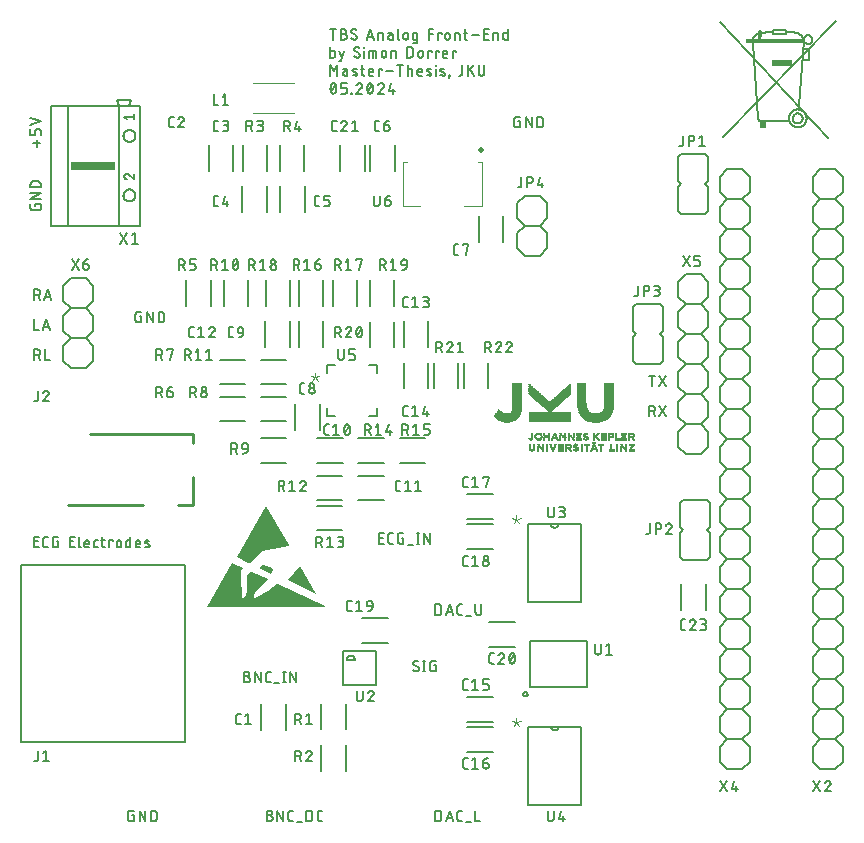
<source format=gbr>
G04 EAGLE Gerber RS-274X export*
G75*
%MOMM*%
%FSLAX34Y34*%
%LPD*%
%INSilkscreen Top*%
%IPPOS*%
%AMOC8*
5,1,8,0,0,1.08239X$1,22.5*%
G01*
G04 Define Apertures*
%ADD10R,0.106675X0.015238*%
%ADD11R,0.076200X0.015238*%
%ADD12R,0.228600X0.015238*%
%ADD13R,0.137156X0.015238*%
%ADD14R,0.121919X0.015238*%
%ADD15R,0.472438X0.015238*%
%ADD16R,0.152400X0.015238*%
%ADD17R,0.137162X0.015238*%
%ADD18R,0.426719X0.015238*%
%ADD19R,0.106681X0.015238*%
%ADD20R,0.518156X0.015238*%
%ADD21R,0.289556X0.015238*%
%ADD22R,0.304800X0.015238*%
%ADD23R,0.350519X0.015238*%
%ADD24R,0.381000X0.015238*%
%ADD25R,0.167637X0.015238*%
%ADD26R,0.396238X0.015238*%
%ADD27R,0.411475X0.015238*%
%ADD28R,0.441956X0.015238*%
%ADD29R,0.182881X0.015238*%
%ADD30R,0.182875X0.015238*%
%ADD31R,0.457200X0.015238*%
%ADD32R,0.198119X0.015238*%
%ADD33R,0.213356X0.015238*%
%ADD34R,0.213363X0.015238*%
%ADD35R,0.243838X0.015238*%
%ADD36R,0.030481X0.015238*%
%ADD37R,0.259081X0.015238*%
%ADD38R,0.487681X0.015238*%
%ADD39R,0.274319X0.015238*%
%ADD40R,0.320038X0.015238*%
%ADD41R,0.335281X0.015238*%
%ADD42R,0.259075X0.015238*%
%ADD43R,0.015238X0.015238*%
%ADD44R,0.045719X0.015238*%
%ADD45R,0.487675X0.015238*%
%ADD46R,0.502919X0.015238*%
%ADD47R,0.365756X0.015238*%
%ADD48R,0.335275X0.015238*%
%ADD49R,0.411481X0.015238*%
%ADD50R,0.091438X0.015238*%
%ADD51R,0.060956X0.015238*%
%ADD52R,0.030475X0.015238*%
%ADD53R,0.365762X0.015238*%
%ADD54R,0.655319X0.015238*%
%ADD55R,0.670556X0.015238*%
%ADD56R,0.822956X0.015238*%
%ADD57R,3.535681X0.015238*%
%ADD58R,0.975356X0.015238*%
%ADD59R,0.914400X0.015238*%
%ADD60R,1.082037X0.015238*%
%ADD61R,1.005837X0.015238*%
%ADD62R,1.188719X0.015238*%
%ADD63R,1.097275X0.015238*%
%ADD64R,1.280156X0.015238*%
%ADD65R,1.371600X0.015238*%
%ADD66R,1.249675X0.015238*%
%ADD67R,1.447800X0.015238*%
%ADD68R,1.310638X0.015238*%
%ADD69R,1.508756X0.015238*%
%ADD70R,1.584956X0.015238*%
%ADD71R,1.432556X0.015238*%
%ADD72R,1.645919X0.015238*%
%ADD73R,1.478281X0.015238*%
%ADD74R,1.691638X0.015238*%
%ADD75R,1.539238X0.015238*%
%ADD76R,1.752600X0.015238*%
%ADD77R,1.813556X0.015238*%
%ADD78R,1.630681X0.015238*%
%ADD79R,1.844037X0.015238*%
%ADD80R,1.676400X0.015238*%
%ADD81R,1.905000X0.015238*%
%ADD82R,1.706875X0.015238*%
%ADD83R,1.935481X0.015238*%
%ADD84R,1.996438X0.015238*%
%ADD85R,1.798319X0.015238*%
%ADD86R,2.026919X0.015238*%
%ADD87R,1.828800X0.015238*%
%ADD88R,2.057400X0.015238*%
%ADD89R,1.859275X0.015238*%
%ADD90R,2.103119X0.015238*%
%ADD91R,1.889756X0.015238*%
%ADD92R,2.148837X0.015238*%
%ADD93R,2.179319X0.015238*%
%ADD94R,1.965956X0.015238*%
%ADD95R,2.209800X0.015238*%
%ADD96R,1.981200X0.015238*%
%ADD97R,2.240281X0.015238*%
%ADD98R,2.011681X0.015238*%
%ADD99R,2.270756X0.015238*%
%ADD100R,2.042156X0.015238*%
%ADD101R,2.301238X0.015238*%
%ADD102R,2.072637X0.015238*%
%ADD103R,2.331719X0.015238*%
%ADD104R,2.362200X0.015238*%
%ADD105R,2.118356X0.015238*%
%ADD106R,2.392681X0.015238*%
%ADD107R,2.423156X0.015238*%
%ADD108R,2.194562X0.015238*%
%ADD109R,2.453638X0.015238*%
%ADD110R,2.484119X0.015238*%
%ADD111R,2.225038X0.015238*%
%ADD112R,2.499356X0.015238*%
%ADD113R,2.514600X0.015238*%
%ADD114R,2.545081X0.015238*%
%ADD115R,2.575556X0.015238*%
%ADD116R,2.194556X0.015238*%
%ADD117R,2.606038X0.015238*%
%ADD118R,2.636519X0.015238*%
%ADD119R,2.667000X0.015238*%
%ADD120R,2.164075X0.015238*%
%ADD121R,2.697481X0.015238*%
%ADD122R,0.883919X0.015238*%
%ADD123R,1.112519X0.015238*%
%ADD124R,1.203956X0.015238*%
%ADD125R,0.792481X0.015238*%
%ADD126R,1.021075X0.015238*%
%ADD127R,1.127756X0.015238*%
%ADD128R,0.731519X0.015238*%
%ADD129R,0.990600X0.015238*%
%ADD130R,1.097281X0.015238*%
%ADD131R,0.960119X0.015238*%
%ADD132R,1.051562X0.015238*%
%ADD133R,1.036319X0.015238*%
%ADD134R,0.624838X0.015238*%
%ADD135R,0.929638X0.015238*%
%ADD136R,1.021081X0.015238*%
%ADD137R,0.579119X0.015238*%
%ADD138R,0.533400X0.015238*%
%ADD139R,0.944875X0.015238*%
%ADD140R,0.944881X0.015238*%
%ADD141R,0.868681X0.015238*%
%ADD142R,0.853438X0.015238*%
%ADD143R,0.899163X0.015238*%
%ADD144R,0.838200X0.015238*%
%ADD145R,0.899156X0.015238*%
%ADD146R,0.868675X0.015238*%
%ADD147R,0.807719X0.015238*%
%ADD148R,0.563881X0.015238*%
%ADD149R,0.609600X0.015238*%
%ADD150R,0.640081X0.015238*%
%ADD151R,0.792475X0.015238*%
%ADD152R,0.701037X0.015238*%
%ADD153R,0.777238X0.015238*%
%ADD154R,1.066800X0.015238*%
%ADD155R,1.158238X0.015238*%
%ADD156R,1.249681X0.015238*%
%ADD157R,1.341119X0.015238*%
%ADD158R,0.762000X0.015238*%
%ADD159R,1.417319X0.015238*%
%ADD160R,1.463037X0.015238*%
%ADD161R,1.493519X0.015238*%
%ADD162R,1.524000X0.015238*%
%ADD163R,1.554481X0.015238*%
%ADD164R,1.706881X0.015238*%
%ADD165R,1.737356X0.015238*%
%ADD166R,1.767838X0.015238*%
%ADD167R,1.920238X0.015238*%
%ADD168R,1.950719X0.015238*%
%ADD169R,2.133600X0.015238*%
%ADD170R,2.164081X0.015238*%
%ADD171R,1.051556X0.015238*%
%ADD172R,0.975363X0.015238*%
%ADD173R,0.822963X0.015238*%
%ADD174R,0.746762X0.015238*%
%ADD175R,0.716281X0.015238*%
%ADD176R,0.685800X0.015238*%
%ADD177R,0.594363X0.015238*%
%ADD178R,0.594356X0.015238*%
%ADD179R,0.548638X0.015238*%
%ADD180R,0.518162X0.015238*%
%ADD181R,0.441963X0.015238*%
%ADD182R,0.289563X0.015238*%
%ADD183R,0.060963X0.015238*%
%ADD184C,0.127000*%
%ADD185C,0.152400*%
%ADD186R,3.810000X0.762000*%
%ADD187C,0.120000*%
%ADD188C,0.500000*%
%ADD189C,0.076200*%
%ADD190C,0.254000*%
%ADD191C,0.203200*%
%ADD192C,0.166400*%
%ADD193R,4.886800X0.353500*%
%ADD194R,1.684300X0.582200*%
%ADD195R,0.582300X0.561400*%
G36*
X256221Y198887D02*
X256221Y197558D01*
X156114Y197558D01*
X177635Y235340D01*
X187023Y230893D01*
X185480Y228322D01*
X185038Y227437D01*
X185038Y223730D01*
X186435Y205099D01*
X187089Y205099D01*
X188392Y205968D01*
X189299Y207783D01*
X190229Y210572D01*
X190696Y214777D01*
X190696Y223796D01*
X193167Y227255D01*
X194756Y227255D01*
X207665Y221040D01*
X207665Y220316D01*
X198653Y212252D01*
X196792Y209460D01*
X195880Y207638D01*
X195880Y206334D01*
X196310Y205474D01*
X196685Y205099D01*
X197469Y205099D01*
X200710Y206952D01*
X204472Y209303D01*
X207769Y211657D01*
X212018Y214489D01*
X215849Y216884D01*
X216910Y216884D01*
X256221Y198887D01*
G37*
G36*
X202407Y244293D02*
X192436Y235271D01*
X191347Y235271D01*
X181646Y240121D01*
X206488Y283116D01*
X225579Y250183D01*
X225579Y248982D01*
X202831Y244716D01*
X202407Y244293D01*
G37*
G36*
X248733Y209073D02*
X248497Y208820D01*
X224638Y220273D01*
X224638Y220983D01*
X235288Y232602D01*
X248733Y209073D01*
G37*
G36*
X211891Y227395D02*
X210813Y225778D01*
X200370Y230751D01*
X204056Y233384D01*
X205107Y233384D01*
X209889Y231950D01*
X211371Y230961D01*
X212398Y229422D01*
X211891Y227395D01*
G37*
D10*
X431622Y329159D03*
D11*
X468960Y329159D03*
D12*
X431622Y329311D03*
D13*
X436804Y329311D03*
D14*
X440995Y329311D03*
D13*
X444271Y329311D03*
D14*
X449377Y329311D03*
D15*
X456006Y329311D03*
D14*
X460654Y329311D03*
D16*
X464464Y329311D03*
D12*
X468960Y329311D03*
D13*
X473532Y329311D03*
X478104Y329311D03*
X481762Y329311D03*
D17*
X486791Y329311D03*
D14*
X490372Y329311D03*
D18*
X499669Y329311D03*
D13*
X503860Y329311D03*
D14*
X507136Y329311D03*
D19*
X511327Y329311D03*
D20*
X515976Y329311D03*
D21*
X431622Y329463D03*
D13*
X436804Y329463D03*
X440919Y329463D03*
D14*
X444195Y329463D03*
D13*
X449301Y329463D03*
D15*
X456006Y329463D03*
D14*
X460654Y329463D03*
D16*
X464312Y329463D03*
D22*
X468884Y329463D03*
D13*
X473532Y329463D03*
X478104Y329463D03*
D14*
X481838Y329463D03*
D17*
X486791Y329463D03*
D14*
X490372Y329463D03*
D18*
X499669Y329463D03*
D14*
X503936Y329463D03*
X507136Y329463D03*
X511251Y329463D03*
D20*
X515976Y329463D03*
D23*
X431622Y329616D03*
D13*
X436804Y329616D03*
X440919Y329616D03*
D14*
X444195Y329616D03*
D16*
X449377Y329616D03*
D15*
X456006Y329616D03*
D14*
X460654Y329616D03*
D16*
X464312Y329616D03*
D23*
X468808Y329616D03*
D13*
X473532Y329616D03*
X478104Y329616D03*
X481914Y329616D03*
X486639Y329616D03*
D14*
X490372Y329616D03*
D18*
X499669Y329616D03*
D14*
X503936Y329616D03*
X507136Y329616D03*
D17*
X511175Y329616D03*
D20*
X515976Y329616D03*
D24*
X431622Y329768D03*
D13*
X436804Y329768D03*
D16*
X440842Y329768D03*
D14*
X444195Y329768D03*
D25*
X449301Y329768D03*
D15*
X456006Y329768D03*
D14*
X460654Y329768D03*
D16*
X464160Y329768D03*
D26*
X468884Y329768D03*
D13*
X473532Y329768D03*
X478104Y329768D03*
X481914Y329768D03*
X486639Y329768D03*
D14*
X490372Y329768D03*
D18*
X499669Y329768D03*
D14*
X503936Y329768D03*
X507136Y329768D03*
D16*
X511099Y329768D03*
D20*
X515976Y329768D03*
D27*
X431622Y329921D03*
D13*
X436804Y329921D03*
D25*
X440766Y329921D03*
D14*
X444195Y329921D03*
D25*
X449301Y329921D03*
D15*
X456006Y329921D03*
D14*
X460654Y329921D03*
D16*
X464007Y329921D03*
D18*
X468732Y329921D03*
D13*
X473532Y329921D03*
X478104Y329921D03*
D14*
X481990Y329921D03*
D13*
X486486Y329921D03*
D14*
X490372Y329921D03*
D18*
X499669Y329921D03*
D14*
X503936Y329921D03*
X507136Y329921D03*
D16*
X511099Y329921D03*
D20*
X515976Y329921D03*
D28*
X431622Y330073D03*
D13*
X436804Y330073D03*
D29*
X440690Y330073D03*
D14*
X444195Y330073D03*
D30*
X449377Y330073D03*
D15*
X456006Y330073D03*
D14*
X460654Y330073D03*
D16*
X464007Y330073D03*
D31*
X468732Y330073D03*
D13*
X473532Y330073D03*
X478104Y330073D03*
X482067Y330073D03*
X486486Y330073D03*
D14*
X490372Y330073D03*
D18*
X499669Y330073D03*
D14*
X503936Y330073D03*
X507136Y330073D03*
D25*
X511023Y330073D03*
D20*
X515976Y330073D03*
D28*
X431622Y330225D03*
D13*
X436804Y330225D03*
D29*
X440690Y330225D03*
D14*
X444195Y330225D03*
D32*
X449301Y330225D03*
D15*
X456006Y330225D03*
D14*
X460654Y330225D03*
D16*
X463855Y330225D03*
D31*
X468884Y330225D03*
D13*
X473532Y330225D03*
X478104Y330225D03*
D14*
X482143Y330225D03*
X486410Y330225D03*
X490372Y330225D03*
D18*
X499669Y330225D03*
D14*
X503936Y330225D03*
X507136Y330225D03*
D29*
X510946Y330225D03*
D20*
X515976Y330225D03*
D29*
X430174Y330378D03*
X433070Y330378D03*
D13*
X436804Y330378D03*
D32*
X440614Y330378D03*
D14*
X444195Y330378D03*
D33*
X449377Y330378D03*
D13*
X454330Y330378D03*
D14*
X460654Y330378D03*
D16*
X463702Y330378D03*
X467512Y330378D03*
X470408Y330378D03*
D13*
X473532Y330378D03*
X478104Y330378D03*
D17*
X482219Y330378D03*
D13*
X486334Y330378D03*
D14*
X490372Y330378D03*
D18*
X499669Y330378D03*
D14*
X503936Y330378D03*
X507136Y330378D03*
D32*
X510870Y330378D03*
D25*
X514375Y330378D03*
D16*
X430022Y330530D03*
X433222Y330530D03*
D13*
X436804Y330530D03*
D33*
X440538Y330530D03*
D14*
X444195Y330530D03*
D12*
X449301Y330530D03*
D13*
X454330Y330530D03*
D14*
X460654Y330530D03*
D13*
X463626Y330530D03*
D14*
X467360Y330530D03*
D13*
X470484Y330530D03*
X473532Y330530D03*
X478104Y330530D03*
D14*
X482295Y330530D03*
D13*
X486334Y330530D03*
D14*
X490372Y330530D03*
X498145Y330530D03*
X503936Y330530D03*
X507136Y330530D03*
D32*
X510870Y330530D03*
D16*
X514452Y330530D03*
X429870Y330683D03*
X433375Y330683D03*
D13*
X436804Y330683D03*
D12*
X440461Y330683D03*
D14*
X444195Y330683D03*
D12*
X449301Y330683D03*
D13*
X454330Y330683D03*
D14*
X460654Y330683D03*
D16*
X463550Y330683D03*
D11*
X467284Y330683D03*
D14*
X470560Y330683D03*
D13*
X473532Y330683D03*
X478104Y330683D03*
D20*
X484276Y330683D03*
D14*
X490372Y330683D03*
X498145Y330683D03*
X503936Y330683D03*
X507136Y330683D03*
D34*
X510794Y330683D03*
D16*
X514604Y330683D03*
D13*
X429793Y330835D03*
D17*
X433451Y330835D03*
D13*
X436804Y330835D03*
D12*
X440461Y330835D03*
D14*
X444195Y330835D03*
D35*
X449377Y330835D03*
D13*
X454330Y330835D03*
D14*
X460654Y330835D03*
D16*
X463398Y330835D03*
D36*
X467208Y330835D03*
D14*
X470560Y330835D03*
D13*
X473532Y330835D03*
X478104Y330835D03*
D20*
X484276Y330835D03*
D14*
X490372Y330835D03*
X498145Y330835D03*
X503936Y330835D03*
X507136Y330835D03*
D12*
X510718Y330835D03*
D16*
X514756Y330835D03*
D13*
X429793Y330987D03*
D17*
X433451Y330987D03*
D13*
X436804Y330987D03*
D35*
X440385Y330987D03*
D14*
X444195Y330987D03*
D37*
X449301Y330987D03*
D13*
X454330Y330987D03*
D14*
X460654Y330987D03*
D13*
X463321Y330987D03*
X470637Y330987D03*
X473532Y330987D03*
X478104Y330987D03*
D38*
X484276Y330987D03*
D14*
X490372Y330987D03*
X498145Y330987D03*
X503936Y330987D03*
X507136Y330987D03*
D35*
X510642Y330987D03*
D16*
X514909Y330987D03*
D14*
X429717Y331140D03*
D13*
X433603Y331140D03*
X436804Y331140D03*
D37*
X440309Y331140D03*
D14*
X444195Y331140D03*
X448615Y331140D03*
D13*
X450063Y331140D03*
X454330Y331140D03*
D14*
X460654Y331140D03*
D16*
X463245Y331140D03*
D13*
X470637Y331140D03*
X473532Y331140D03*
X478104Y331140D03*
D38*
X484276Y331140D03*
D14*
X490372Y331140D03*
X498145Y331140D03*
X503936Y331140D03*
X507136Y331140D03*
D35*
X510642Y331140D03*
D16*
X515061Y331140D03*
D17*
X429641Y331292D03*
D13*
X433603Y331292D03*
X436804Y331292D03*
D39*
X440233Y331292D03*
D14*
X444195Y331292D03*
D13*
X448539Y331292D03*
D14*
X450139Y331292D03*
D13*
X454330Y331292D03*
D24*
X461950Y331292D03*
D13*
X470484Y331292D03*
X473532Y331292D03*
X478104Y331292D03*
D31*
X484276Y331292D03*
D14*
X490372Y331292D03*
X498145Y331292D03*
X503936Y331292D03*
X507136Y331292D03*
D37*
X510565Y331292D03*
D16*
X515061Y331292D03*
D17*
X429641Y331445D03*
D13*
X433603Y331445D03*
X436804Y331445D03*
D39*
X440233Y331445D03*
D14*
X444195Y331445D03*
D13*
X448539Y331445D03*
D17*
X450215Y331445D03*
D13*
X454330Y331445D03*
D24*
X461950Y331445D03*
D25*
X470332Y331445D03*
D13*
X473532Y331445D03*
X478104Y331445D03*
D31*
X484276Y331445D03*
D14*
X490372Y331445D03*
X498145Y331445D03*
X503936Y331445D03*
X507136Y331445D03*
D39*
X510489Y331445D03*
D16*
X515214Y331445D03*
D17*
X429641Y331597D03*
D13*
X433603Y331597D03*
X436804Y331597D03*
D16*
X439471Y331597D03*
D14*
X440995Y331597D03*
X444195Y331597D03*
X448462Y331597D03*
X450291Y331597D03*
D13*
X454330Y331597D03*
D27*
X462102Y331597D03*
D32*
X470179Y331597D03*
D13*
X473532Y331597D03*
X478104Y331597D03*
D28*
X484353Y331597D03*
D14*
X490372Y331597D03*
X498145Y331597D03*
X503936Y331597D03*
X507136Y331597D03*
D16*
X509727Y331597D03*
D14*
X511251Y331597D03*
D16*
X515366Y331597D03*
D17*
X429641Y331749D03*
D14*
X433680Y331749D03*
D13*
X436804Y331749D03*
D16*
X439318Y331749D03*
D14*
X440995Y331749D03*
X444195Y331749D03*
D13*
X448386Y331749D03*
D14*
X450291Y331749D03*
D18*
X455778Y331749D03*
D28*
X462255Y331749D03*
D37*
X469875Y331749D03*
D13*
X473532Y331749D03*
X478104Y331749D03*
X482829Y331749D03*
X485724Y331749D03*
D14*
X490372Y331749D03*
X498145Y331749D03*
X503936Y331749D03*
X507136Y331749D03*
D16*
X509727Y331749D03*
D14*
X511251Y331749D03*
D16*
X515518Y331749D03*
D17*
X429641Y331902D03*
D14*
X433680Y331902D03*
D13*
X436804Y331902D03*
D16*
X439166Y331902D03*
D14*
X440995Y331902D03*
X444195Y331902D03*
X448310Y331902D03*
D13*
X450367Y331902D03*
D18*
X455778Y331902D03*
D31*
X462331Y331902D03*
D22*
X469494Y331902D03*
D13*
X473532Y331902D03*
X478104Y331902D03*
X482829Y331902D03*
X485724Y331902D03*
D14*
X490372Y331902D03*
X498145Y331902D03*
X503936Y331902D03*
X507136Y331902D03*
D16*
X509575Y331902D03*
D14*
X511251Y331902D03*
D16*
X515671Y331902D03*
D17*
X429641Y332054D03*
D14*
X433680Y332054D03*
D13*
X436804Y332054D03*
D16*
X439166Y332054D03*
D14*
X440995Y332054D03*
X444195Y332054D03*
D13*
X448234Y332054D03*
D14*
X450444Y332054D03*
D18*
X455778Y332054D03*
D15*
X462407Y332054D03*
D40*
X469265Y332054D03*
D13*
X473532Y332054D03*
X478104Y332054D03*
D14*
X482905Y332054D03*
X485648Y332054D03*
X490372Y332054D03*
X498145Y332054D03*
X503936Y332054D03*
X507136Y332054D03*
D16*
X509422Y332054D03*
D14*
X511251Y332054D03*
D16*
X515823Y332054D03*
D17*
X429641Y332207D03*
D14*
X433680Y332207D03*
D13*
X436804Y332207D03*
D16*
X439014Y332207D03*
D14*
X440995Y332207D03*
X444195Y332207D03*
D13*
X448234Y332207D03*
X450520Y332207D03*
D18*
X455778Y332207D03*
D15*
X462407Y332207D03*
D41*
X469036Y332207D03*
D13*
X473532Y332207D03*
X478104Y332207D03*
D17*
X482981Y332207D03*
D13*
X485572Y332207D03*
D14*
X490372Y332207D03*
X498145Y332207D03*
X503936Y332207D03*
X507136Y332207D03*
D16*
X509270Y332207D03*
D14*
X511251Y332207D03*
D16*
X515976Y332207D03*
D17*
X429641Y332359D03*
D14*
X433680Y332359D03*
D13*
X436804Y332359D03*
D16*
X438861Y332359D03*
D14*
X440995Y332359D03*
X444195Y332359D03*
X448158Y332359D03*
D13*
X450520Y332359D03*
D18*
X455778Y332359D03*
D13*
X460731Y332359D03*
D30*
X464007Y332359D03*
D41*
X468884Y332359D03*
D13*
X473532Y332359D03*
X478104Y332359D03*
D14*
X483057Y332359D03*
X485496Y332359D03*
X490372Y332359D03*
X498145Y332359D03*
X503936Y332359D03*
X507136Y332359D03*
D25*
X509194Y332359D03*
D14*
X511251Y332359D03*
D16*
X515976Y332359D03*
D17*
X429641Y332511D03*
D14*
X433680Y332511D03*
D13*
X436804Y332511D03*
D16*
X438709Y332511D03*
D14*
X440995Y332511D03*
X444195Y332511D03*
D13*
X448081Y332511D03*
D14*
X450596Y332511D03*
D18*
X455778Y332511D03*
D14*
X460654Y332511D03*
D16*
X464160Y332511D03*
D40*
X468655Y332511D03*
D13*
X473532Y332511D03*
X478104Y332511D03*
D14*
X483057Y332511D03*
X485496Y332511D03*
X490372Y332511D03*
X498145Y332511D03*
X503936Y332511D03*
X507136Y332511D03*
D16*
X509118Y332511D03*
D14*
X511251Y332511D03*
D16*
X516128Y332511D03*
D17*
X429641Y332664D03*
D14*
X433680Y332664D03*
D13*
X436804Y332664D03*
D25*
X438633Y332664D03*
D14*
X440995Y332664D03*
X444195Y332664D03*
D13*
X448081Y332664D03*
X450672Y332664D03*
D18*
X455778Y332664D03*
D14*
X460654Y332664D03*
D16*
X464312Y332664D03*
D22*
X468427Y332664D03*
D13*
X473532Y332664D03*
X478104Y332664D03*
D14*
X483210Y332664D03*
D13*
X485419Y332664D03*
D14*
X490372Y332664D03*
X498145Y332664D03*
X503936Y332664D03*
X507136Y332664D03*
D16*
X508965Y332664D03*
D14*
X511251Y332664D03*
D16*
X516280Y332664D03*
D17*
X429641Y332816D03*
D14*
X433680Y332816D03*
D13*
X436804Y332816D03*
D16*
X438556Y332816D03*
D14*
X440995Y332816D03*
X444195Y332816D03*
D17*
X447929Y332816D03*
D13*
X450672Y332816D03*
D18*
X455778Y332816D03*
D14*
X460654Y332816D03*
D13*
X464388Y332816D03*
D39*
X468122Y332816D03*
D13*
X473532Y332816D03*
X478104Y332816D03*
D14*
X483210Y332816D03*
X485343Y332816D03*
X490372Y332816D03*
X498145Y332816D03*
X503936Y332816D03*
X507136Y332816D03*
D16*
X508813Y332816D03*
D14*
X511251Y332816D03*
D16*
X516433Y332816D03*
D17*
X429641Y332969D03*
D14*
X433680Y332969D03*
D13*
X436804Y332969D03*
D16*
X438404Y332969D03*
D14*
X440995Y332969D03*
X444195Y332969D03*
D17*
X447929Y332969D03*
D13*
X450825Y332969D03*
X454330Y332969D03*
D14*
X460654Y332969D03*
X464464Y332969D03*
D33*
X467817Y332969D03*
D13*
X473532Y332969D03*
X478104Y332969D03*
X483286Y332969D03*
D17*
X485267Y332969D03*
D14*
X490372Y332969D03*
X498145Y332969D03*
X503936Y332969D03*
X507136Y332969D03*
D25*
X508737Y332969D03*
D14*
X511251Y332969D03*
D16*
X516585Y332969D03*
D17*
X429641Y333121D03*
D14*
X433680Y333121D03*
D21*
X437566Y333121D03*
D14*
X440995Y333121D03*
X444195Y333121D03*
X447853Y333121D03*
D13*
X450825Y333121D03*
X454330Y333121D03*
D14*
X460654Y333121D03*
X464464Y333121D03*
D25*
X467589Y333121D03*
D13*
X473532Y333121D03*
X478104Y333121D03*
D14*
X483362Y333121D03*
X485191Y333121D03*
X490372Y333121D03*
X498145Y333121D03*
X503936Y333121D03*
D21*
X507975Y333121D03*
D14*
X511251Y333121D03*
D16*
X516738Y333121D03*
D17*
X429641Y333273D03*
D14*
X433680Y333273D03*
D21*
X437566Y333273D03*
D14*
X440995Y333273D03*
X444195Y333273D03*
D13*
X447777Y333273D03*
D14*
X450901Y333273D03*
D13*
X454330Y333273D03*
D14*
X460654Y333273D03*
X464464Y333273D03*
D13*
X467436Y333273D03*
X473532Y333273D03*
X478104Y333273D03*
D14*
X483362Y333273D03*
X485191Y333273D03*
X490372Y333273D03*
X498145Y333273D03*
X503936Y333273D03*
D39*
X507898Y333273D03*
D14*
X511251Y333273D03*
D16*
X516890Y333273D03*
D17*
X429641Y333426D03*
D14*
X433680Y333426D03*
D39*
X437490Y333426D03*
D14*
X440995Y333426D03*
X444195Y333426D03*
D13*
X447777Y333426D03*
D17*
X450977Y333426D03*
D13*
X454330Y333426D03*
D14*
X460654Y333426D03*
X464464Y333426D03*
X467360Y333426D03*
D13*
X473532Y333426D03*
X478104Y333426D03*
D14*
X483514Y333426D03*
X485038Y333426D03*
X490372Y333426D03*
X498145Y333426D03*
X503936Y333426D03*
D42*
X507822Y333426D03*
D14*
X511251Y333426D03*
D16*
X516890Y333426D03*
D17*
X429641Y333578D03*
D14*
X433680Y333578D03*
D37*
X437413Y333578D03*
D14*
X440995Y333578D03*
X444195Y333578D03*
D13*
X447624Y333578D03*
D17*
X450977Y333578D03*
D13*
X454330Y333578D03*
D14*
X460654Y333578D03*
D13*
X464388Y333578D03*
D14*
X467360Y333578D03*
D13*
X473532Y333578D03*
X478104Y333578D03*
D14*
X483514Y333578D03*
X485038Y333578D03*
X490372Y333578D03*
X498145Y333578D03*
X503936Y333578D03*
D42*
X507822Y333578D03*
D14*
X511251Y333578D03*
D16*
X517042Y333578D03*
D17*
X429641Y333731D03*
D14*
X433680Y333731D03*
D35*
X437337Y333731D03*
D14*
X440995Y333731D03*
X444195Y333731D03*
D13*
X447624Y333731D03*
X451129Y333731D03*
X454330Y333731D03*
D14*
X460654Y333731D03*
D13*
X464388Y333731D03*
D14*
X467360Y333731D03*
D43*
X470332Y333731D03*
D13*
X473532Y333731D03*
X478104Y333731D03*
D37*
X484353Y333731D03*
D14*
X490372Y333731D03*
X498145Y333731D03*
X503936Y333731D03*
D35*
X507746Y333731D03*
D14*
X511251Y333731D03*
D16*
X517195Y333731D03*
D17*
X429641Y333883D03*
D14*
X433680Y333883D03*
D35*
X437337Y333883D03*
D14*
X440995Y333883D03*
X444195Y333883D03*
D13*
X447624Y333883D03*
X451129Y333883D03*
X454330Y333883D03*
D14*
X460654Y333883D03*
D16*
X464312Y333883D03*
D14*
X467360Y333883D03*
D44*
X470332Y333883D03*
D13*
X473532Y333883D03*
X478104Y333883D03*
D35*
X484276Y333883D03*
D14*
X490372Y333883D03*
X498145Y333883D03*
X503936Y333883D03*
D12*
X507670Y333883D03*
D14*
X511251Y333883D03*
D16*
X517347Y333883D03*
D17*
X429641Y334035D03*
D14*
X433680Y334035D03*
D12*
X437261Y334035D03*
D14*
X440995Y334035D03*
X444195Y334035D03*
D13*
X447472Y334035D03*
X451129Y334035D03*
X454330Y334035D03*
D14*
X460654Y334035D03*
D25*
X464236Y334035D03*
D13*
X467436Y334035D03*
D11*
X470179Y334035D03*
D13*
X473532Y334035D03*
X478104Y334035D03*
D35*
X484276Y334035D03*
D14*
X490372Y334035D03*
X498145Y334035D03*
X503936Y334035D03*
D33*
X507594Y334035D03*
D14*
X511251Y334035D03*
D16*
X517500Y334035D03*
D17*
X429641Y334188D03*
D14*
X433680Y334188D03*
D33*
X437185Y334188D03*
D14*
X440995Y334188D03*
X444195Y334188D03*
D13*
X447472Y334188D03*
X451282Y334188D03*
X454330Y334188D03*
D22*
X456692Y334188D03*
D45*
X462483Y334188D03*
D16*
X467512Y334188D03*
D17*
X470027Y334188D03*
D13*
X473532Y334188D03*
D46*
X478104Y334188D03*
D33*
X484276Y334188D03*
D20*
X490372Y334188D03*
D14*
X498145Y334188D03*
X503936Y334188D03*
D33*
X507594Y334188D03*
D14*
X511251Y334188D03*
D25*
X517576Y334188D03*
D17*
X429641Y334340D03*
D14*
X433680Y334340D03*
D32*
X437109Y334340D03*
D14*
X440995Y334340D03*
X444195Y334340D03*
D13*
X447319Y334340D03*
X451282Y334340D03*
D31*
X455930Y334340D03*
D45*
X462483Y334340D03*
D26*
X468884Y334340D03*
D13*
X473532Y334340D03*
D46*
X478104Y334340D03*
D33*
X484276Y334340D03*
D46*
X490296Y334340D03*
D14*
X498145Y334340D03*
X503936Y334340D03*
D32*
X507517Y334340D03*
D14*
X511251Y334340D03*
D46*
X516052Y334340D03*
D17*
X429641Y334493D03*
D14*
X433680Y334493D03*
D32*
X437109Y334493D03*
D14*
X440995Y334493D03*
X444195Y334493D03*
D13*
X447319Y334493D03*
X451434Y334493D03*
D31*
X455930Y334493D03*
D15*
X462407Y334493D03*
D27*
X468960Y334493D03*
D13*
X473532Y334493D03*
D46*
X478104Y334493D03*
D29*
X484276Y334493D03*
D46*
X490296Y334493D03*
D14*
X498145Y334493D03*
X503936Y334493D03*
D30*
X507441Y334493D03*
D14*
X511251Y334493D03*
D46*
X516052Y334493D03*
D17*
X429641Y334645D03*
D14*
X433680Y334645D03*
D29*
X437032Y334645D03*
D14*
X440995Y334645D03*
X444195Y334645D03*
D13*
X447319Y334645D03*
X451434Y334645D03*
D31*
X455930Y334645D03*
X462331Y334645D03*
D26*
X469036Y334645D03*
D13*
X473532Y334645D03*
D46*
X478104Y334645D03*
D29*
X484276Y334645D03*
D46*
X490296Y334645D03*
D14*
X498145Y334645D03*
X503936Y334645D03*
D25*
X507365Y334645D03*
D14*
X511251Y334645D03*
D46*
X516052Y334645D03*
D17*
X429641Y334797D03*
D14*
X433680Y334797D03*
D25*
X436956Y334797D03*
D14*
X440995Y334797D03*
X444195Y334797D03*
D17*
X447167Y334797D03*
D13*
X451434Y334797D03*
D31*
X455930Y334797D03*
D28*
X462255Y334797D03*
D47*
X469036Y334797D03*
D13*
X473532Y334797D03*
D46*
X478104Y334797D03*
D29*
X484276Y334797D03*
D46*
X490296Y334797D03*
D14*
X498145Y334797D03*
X503936Y334797D03*
D16*
X507289Y334797D03*
D14*
X511251Y334797D03*
D46*
X516052Y334797D03*
D17*
X429641Y334950D03*
D14*
X433680Y334950D03*
D16*
X436880Y334950D03*
D14*
X440995Y334950D03*
X444195Y334950D03*
D17*
X447167Y334950D03*
D13*
X451587Y334950D03*
D31*
X455930Y334950D03*
D18*
X462178Y334950D03*
D40*
X468960Y334950D03*
D13*
X473532Y334950D03*
D46*
X478104Y334950D03*
D16*
X484276Y334950D03*
D46*
X490296Y334950D03*
D14*
X498145Y334950D03*
X503936Y334950D03*
D16*
X507289Y334950D03*
D14*
X511251Y334950D03*
D46*
X516052Y334950D03*
D17*
X429641Y335102D03*
D14*
X433680Y335102D03*
D13*
X436804Y335102D03*
D14*
X440995Y335102D03*
X444195Y335102D03*
D16*
X447091Y335102D03*
D13*
X451587Y335102D03*
D31*
X455930Y335102D03*
D26*
X462026Y335102D03*
D39*
X468884Y335102D03*
D13*
X473532Y335102D03*
D46*
X478104Y335102D03*
D16*
X484276Y335102D03*
D46*
X490296Y335102D03*
D14*
X498145Y335102D03*
X503936Y335102D03*
D13*
X507213Y335102D03*
D14*
X511251Y335102D03*
D46*
X516052Y335102D03*
D17*
X429641Y335255D03*
D13*
X433603Y335255D03*
X436804Y335255D03*
D14*
X440995Y335255D03*
D13*
X444271Y335255D03*
X447015Y335255D03*
D16*
X451663Y335255D03*
D31*
X455930Y335255D03*
D23*
X461797Y335255D03*
D34*
X468884Y335255D03*
D13*
X473532Y335255D03*
D46*
X478104Y335255D03*
D14*
X484276Y335255D03*
D20*
X490372Y335255D03*
D14*
X498145Y335255D03*
D13*
X503860Y335255D03*
D14*
X507136Y335255D03*
D13*
X511327Y335255D03*
D46*
X516052Y335255D03*
D43*
X468808Y335407D03*
D14*
X483362Y336017D03*
X485191Y336017D03*
X483362Y336169D03*
X485191Y336169D03*
X483362Y336321D03*
X485191Y336321D03*
X483362Y336474D03*
X485191Y336474D03*
X483362Y336626D03*
X485191Y336626D03*
X483362Y336779D03*
X485191Y336779D03*
X483362Y336931D03*
X485191Y336931D03*
X430479Y338455D03*
D16*
X437032Y338455D03*
D14*
X477266Y338455D03*
D33*
X430479Y338607D03*
D37*
X437109Y338607D03*
D13*
X442138Y338607D03*
X445948Y338607D03*
D14*
X448310Y338607D03*
X453339Y338607D03*
D13*
X455701Y338607D03*
D14*
X459892Y338607D03*
X462788Y338607D03*
X466903Y338607D03*
D31*
X471475Y338607D03*
D35*
X477266Y338607D03*
D14*
X484276Y338607D03*
D16*
X488239Y338607D03*
D15*
X492430Y338607D03*
D14*
X496773Y338607D03*
D28*
X504165Y338607D03*
D31*
X509727Y338607D03*
D13*
X514071Y338607D03*
D16*
X517804Y338607D03*
D39*
X430479Y338760D03*
D40*
X437109Y338760D03*
D13*
X442138Y338760D03*
X445948Y338760D03*
X448386Y338760D03*
D17*
X453263Y338760D03*
D13*
X455701Y338760D03*
X459816Y338760D03*
D14*
X462788Y338760D03*
D13*
X466827Y338760D03*
D31*
X471475Y338760D03*
D40*
X477190Y338760D03*
D14*
X484276Y338760D03*
D25*
X488163Y338760D03*
D15*
X492430Y338760D03*
D14*
X496773Y338760D03*
D28*
X504165Y338760D03*
D31*
X509727Y338760D03*
D13*
X514071Y338760D03*
D16*
X517652Y338760D03*
D22*
X430479Y338912D03*
D24*
X437109Y338912D03*
D13*
X442138Y338912D03*
X445948Y338912D03*
D14*
X448462Y338912D03*
D17*
X453263Y338912D03*
D13*
X455701Y338912D03*
X459816Y338912D03*
D14*
X462788Y338912D03*
D13*
X466827Y338912D03*
D31*
X471475Y338912D03*
D47*
X477114Y338912D03*
D14*
X484276Y338912D03*
D16*
X488086Y338912D03*
D15*
X492430Y338912D03*
D14*
X496773Y338912D03*
D28*
X504165Y338912D03*
D31*
X509727Y338912D03*
D13*
X514071Y338912D03*
D16*
X517652Y338912D03*
D48*
X430479Y339065D03*
D49*
X437109Y339065D03*
D13*
X442138Y339065D03*
X445948Y339065D03*
X448539Y339065D03*
X453111Y339065D03*
X455701Y339065D03*
D16*
X459740Y339065D03*
D14*
X462788Y339065D03*
D16*
X466750Y339065D03*
D31*
X471475Y339065D03*
D26*
X477114Y339065D03*
D14*
X484276Y339065D03*
D16*
X487934Y339065D03*
D15*
X492430Y339065D03*
D14*
X496773Y339065D03*
D28*
X504165Y339065D03*
D31*
X509727Y339065D03*
D13*
X514071Y339065D03*
D16*
X517500Y339065D03*
D24*
X430403Y339217D03*
D28*
X437109Y339217D03*
D13*
X442138Y339217D03*
X445948Y339217D03*
D14*
X448615Y339217D03*
D13*
X453111Y339217D03*
X455701Y339217D03*
D25*
X459664Y339217D03*
D14*
X462788Y339217D03*
D25*
X466674Y339217D03*
D31*
X471475Y339217D03*
D28*
X477037Y339217D03*
D14*
X484276Y339217D03*
D16*
X487782Y339217D03*
D15*
X492430Y339217D03*
D14*
X496773Y339217D03*
D28*
X504165Y339217D03*
D31*
X509727Y339217D03*
D13*
X514071Y339217D03*
D16*
X517347Y339217D03*
D24*
X430555Y339369D03*
D15*
X437109Y339369D03*
D13*
X442138Y339369D03*
X445948Y339369D03*
D14*
X448615Y339369D03*
X453034Y339369D03*
D13*
X455701Y339369D03*
D29*
X459588Y339369D03*
D14*
X462788Y339369D03*
D29*
X466598Y339369D03*
D31*
X471475Y339369D03*
X476961Y339369D03*
D14*
X484276Y339369D03*
D25*
X487705Y339369D03*
D15*
X492430Y339369D03*
D14*
X496773Y339369D03*
D28*
X504165Y339369D03*
D31*
X509727Y339369D03*
D13*
X514071Y339369D03*
D16*
X517347Y339369D03*
D47*
X430632Y339522D03*
D46*
X437109Y339522D03*
D13*
X442138Y339522D03*
X445948Y339522D03*
D17*
X448691Y339522D03*
D13*
X452958Y339522D03*
X455701Y339522D03*
D32*
X459511Y339522D03*
D14*
X462788Y339522D03*
D29*
X466598Y339522D03*
D31*
X471475Y339522D03*
D12*
X475971Y339522D03*
D32*
X478409Y339522D03*
D14*
X484276Y339522D03*
D16*
X487629Y339522D03*
D15*
X492430Y339522D03*
D14*
X496773Y339522D03*
D28*
X504165Y339522D03*
D31*
X509727Y339522D03*
D13*
X514071Y339522D03*
D16*
X517195Y339522D03*
D14*
X429412Y339674D03*
D16*
X431698Y339674D03*
D32*
X435432Y339674D03*
X438785Y339674D03*
D13*
X442138Y339674D03*
X445948Y339674D03*
D14*
X448767Y339674D03*
X452882Y339674D03*
D13*
X455701Y339674D03*
D32*
X459511Y339674D03*
D14*
X462788Y339674D03*
D32*
X466522Y339674D03*
D14*
X469798Y339674D03*
D16*
X475742Y339674D03*
X478638Y339674D03*
D14*
X484276Y339674D03*
D16*
X487477Y339674D03*
D13*
X490753Y339674D03*
D14*
X496773Y339674D03*
D13*
X502641Y339674D03*
D14*
X508051Y339674D03*
D13*
X514071Y339674D03*
D16*
X517042Y339674D03*
D11*
X429336Y339827D03*
D16*
X431851Y339827D03*
D29*
X435204Y339827D03*
D25*
X438937Y339827D03*
D13*
X442138Y339827D03*
X445948Y339827D03*
X448843Y339827D03*
X452806Y339827D03*
X455701Y339827D03*
D33*
X459435Y339827D03*
D14*
X462788Y339827D03*
D33*
X466446Y339827D03*
D14*
X469798Y339827D03*
D50*
X475590Y339827D03*
D14*
X478790Y339827D03*
X484276Y339827D03*
D16*
X487324Y339827D03*
D14*
X490677Y339827D03*
X496773Y339827D03*
D13*
X502641Y339827D03*
D14*
X508051Y339827D03*
D13*
X514071Y339827D03*
D16*
X517042Y339827D03*
D44*
X429336Y339979D03*
D17*
X431927Y339979D03*
D25*
X435127Y339979D03*
X439090Y339979D03*
D13*
X442138Y339979D03*
X445948Y339979D03*
D20*
X450901Y339979D03*
D13*
X455701Y339979D03*
D12*
X459359Y339979D03*
D14*
X462788Y339979D03*
D12*
X466369Y339979D03*
D14*
X469798Y339979D03*
D51*
X475590Y339979D03*
D13*
X478866Y339979D03*
D14*
X484276Y339979D03*
D25*
X487248Y339979D03*
D14*
X490677Y339979D03*
X496773Y339979D03*
D13*
X502641Y339979D03*
D14*
X508051Y339979D03*
D13*
X514071Y339979D03*
D16*
X516890Y339979D03*
D43*
X429336Y340131D03*
D17*
X431927Y340131D03*
D25*
X434975Y340131D03*
X439242Y340131D03*
D13*
X442138Y340131D03*
X445948Y340131D03*
D46*
X450825Y340131D03*
D13*
X455701Y340131D03*
D35*
X459283Y340131D03*
D14*
X462788Y340131D03*
D12*
X466369Y340131D03*
D14*
X469798Y340131D03*
D52*
X475437Y340131D03*
D13*
X478866Y340131D03*
D14*
X484276Y340131D03*
D16*
X487172Y340131D03*
D14*
X490677Y340131D03*
X496773Y340131D03*
D13*
X502641Y340131D03*
D14*
X508051Y340131D03*
D13*
X514071Y340131D03*
D16*
X516738Y340131D03*
D17*
X431927Y340284D03*
D16*
X434899Y340284D03*
X439318Y340284D03*
D13*
X442138Y340284D03*
X445948Y340284D03*
D45*
X450901Y340284D03*
D13*
X455701Y340284D03*
D35*
X459283Y340284D03*
D14*
X462788Y340284D03*
D35*
X466293Y340284D03*
D14*
X469798Y340284D03*
D13*
X478866Y340284D03*
D14*
X484276Y340284D03*
D16*
X487020Y340284D03*
D14*
X490677Y340284D03*
X496773Y340284D03*
D13*
X502641Y340284D03*
D14*
X508051Y340284D03*
D13*
X514071Y340284D03*
D16*
X516738Y340284D03*
D14*
X432003Y340436D03*
D16*
X434746Y340436D03*
D13*
X439395Y340436D03*
X442138Y340436D03*
X445948Y340436D03*
D15*
X450825Y340436D03*
D13*
X455701Y340436D03*
D37*
X459207Y340436D03*
D14*
X462788Y340436D03*
D37*
X466217Y340436D03*
D14*
X469798Y340436D03*
D13*
X478866Y340436D03*
X484353Y340436D03*
D16*
X486867Y340436D03*
D14*
X490677Y340436D03*
D40*
X497764Y340436D03*
D13*
X502641Y340436D03*
D14*
X508051Y340436D03*
D13*
X514071Y340436D03*
D16*
X516585Y340436D03*
D14*
X432003Y340589D03*
D13*
X434670Y340589D03*
D16*
X439471Y340589D03*
D13*
X442138Y340589D03*
X445948Y340589D03*
D15*
X450825Y340589D03*
D13*
X455701Y340589D03*
D39*
X459130Y340589D03*
D14*
X462788Y340589D03*
D39*
X466141Y340589D03*
D14*
X469798Y340589D03*
D16*
X478790Y340589D03*
X484429Y340589D03*
X486867Y340589D03*
D14*
X490677Y340589D03*
D23*
X497916Y340589D03*
D13*
X502641Y340589D03*
D14*
X508051Y340589D03*
D24*
X515290Y340589D03*
D14*
X432003Y340741D03*
D13*
X434670Y340741D03*
D17*
X439547Y340741D03*
D13*
X442138Y340741D03*
X445948Y340741D03*
D28*
X450825Y340741D03*
D13*
X455701Y340741D03*
D21*
X459054Y340741D03*
D14*
X462788Y340741D03*
D39*
X466141Y340741D03*
D14*
X469798Y340741D03*
D25*
X478561Y340741D03*
X484505Y340741D03*
D16*
X486715Y340741D03*
D14*
X490677Y340741D03*
D24*
X498069Y340741D03*
D13*
X502641Y340741D03*
D14*
X508051Y340741D03*
D26*
X515366Y340741D03*
D14*
X432003Y340893D03*
D16*
X434594Y340893D03*
D17*
X439547Y340893D03*
D13*
X442138Y340893D03*
X445948Y340893D03*
D28*
X450825Y340893D03*
D13*
X455701Y340893D03*
D16*
X458368Y340893D03*
D14*
X459892Y340893D03*
X462788Y340893D03*
D16*
X465379Y340893D03*
D14*
X466903Y340893D03*
X469798Y340893D03*
D33*
X478333Y340893D03*
D30*
X484581Y340893D03*
D16*
X486562Y340893D03*
D14*
X490677Y340893D03*
D49*
X498221Y340893D03*
D13*
X502641Y340893D03*
D14*
X508051Y340893D03*
D18*
X515518Y340893D03*
D14*
X432003Y341046D03*
D13*
X434518Y341046D03*
D14*
X439623Y341046D03*
D20*
X444043Y341046D03*
D14*
X449377Y341046D03*
D13*
X452349Y341046D03*
X455701Y341046D03*
D16*
X458216Y341046D03*
D14*
X459892Y341046D03*
X462788Y341046D03*
D16*
X465226Y341046D03*
D14*
X466903Y341046D03*
D27*
X471246Y341046D03*
D39*
X478028Y341046D03*
D23*
X485419Y341046D03*
D18*
X492201Y341046D03*
X498297Y341046D03*
D13*
X502641Y341046D03*
D49*
X509499Y341046D03*
D28*
X515595Y341046D03*
D14*
X432003Y341198D03*
D13*
X434518Y341198D03*
X439699Y341198D03*
D20*
X444043Y341198D03*
D14*
X449377Y341198D03*
X452272Y341198D03*
D13*
X455701Y341198D03*
D16*
X458064Y341198D03*
D14*
X459892Y341198D03*
X462788Y341198D03*
D16*
X465074Y341198D03*
D14*
X466903Y341198D03*
D27*
X471246Y341198D03*
D22*
X477723Y341198D03*
D23*
X485419Y341198D03*
D18*
X492201Y341198D03*
D28*
X498373Y341198D03*
D13*
X502641Y341198D03*
D49*
X509499Y341198D03*
D31*
X515671Y341198D03*
D14*
X432003Y341351D03*
D13*
X434518Y341351D03*
X439699Y341351D03*
D20*
X444043Y341351D03*
D14*
X449529Y341351D03*
D13*
X452196Y341351D03*
X455701Y341351D03*
D16*
X457911Y341351D03*
D14*
X459892Y341351D03*
X462788Y341351D03*
D25*
X464998Y341351D03*
D14*
X466903Y341351D03*
D27*
X471246Y341351D03*
D40*
X477495Y341351D03*
D48*
X485343Y341351D03*
D18*
X492201Y341351D03*
D28*
X498373Y341351D03*
D13*
X502641Y341351D03*
D49*
X509499Y341351D03*
D15*
X515747Y341351D03*
D14*
X432003Y341503D03*
D13*
X434518Y341503D03*
X439699Y341503D03*
D20*
X444043Y341503D03*
D14*
X449529Y341503D03*
X452120Y341503D03*
D13*
X455701Y341503D03*
D16*
X457911Y341503D03*
D14*
X459892Y341503D03*
X462788Y341503D03*
D16*
X464922Y341503D03*
D14*
X466903Y341503D03*
D27*
X471246Y341503D03*
D41*
X477266Y341503D03*
D40*
X485267Y341503D03*
D18*
X492201Y341503D03*
D14*
X496773Y341503D03*
D32*
X499745Y341503D03*
D13*
X502641Y341503D03*
D49*
X509499Y341503D03*
D45*
X515823Y341503D03*
D14*
X432003Y341655D03*
D13*
X434518Y341655D03*
X439699Y341655D03*
D20*
X444043Y341655D03*
D13*
X449605Y341655D03*
X452044Y341655D03*
X455701Y341655D03*
D16*
X457759Y341655D03*
D14*
X459892Y341655D03*
X462788Y341655D03*
D16*
X464769Y341655D03*
D14*
X466903Y341655D03*
D27*
X471246Y341655D03*
D41*
X477114Y341655D03*
D22*
X485191Y341655D03*
D18*
X492201Y341655D03*
D14*
X496773Y341655D03*
D16*
X499974Y341655D03*
D13*
X502641Y341655D03*
D49*
X509499Y341655D03*
D13*
X514071Y341655D03*
D25*
X517423Y341655D03*
D14*
X432003Y341808D03*
D13*
X434518Y341808D03*
X439699Y341808D03*
D20*
X444043Y341808D03*
D14*
X449682Y341808D03*
D13*
X452044Y341808D03*
X455701Y341808D03*
D16*
X457606Y341808D03*
D14*
X459892Y341808D03*
X462788Y341808D03*
D16*
X464617Y341808D03*
D14*
X466903Y341808D03*
D27*
X471246Y341808D03*
D40*
X476885Y341808D03*
D22*
X485191Y341808D03*
D18*
X492201Y341808D03*
D14*
X496773Y341808D03*
D16*
X500126Y341808D03*
D13*
X502641Y341808D03*
D49*
X509499Y341808D03*
D13*
X514071Y341808D03*
D16*
X517652Y341808D03*
D14*
X432003Y341960D03*
D13*
X434518Y341960D03*
X439699Y341960D03*
D20*
X444043Y341960D03*
D14*
X449682Y341960D03*
X451968Y341960D03*
D13*
X455701Y341960D03*
D16*
X457454Y341960D03*
D14*
X459892Y341960D03*
X462788Y341960D03*
D25*
X464541Y341960D03*
D14*
X466903Y341960D03*
D27*
X471246Y341960D03*
D21*
X476580Y341960D03*
D14*
X484276Y341960D03*
D16*
X485800Y341960D03*
D18*
X492201Y341960D03*
D14*
X496773Y341960D03*
D13*
X500202Y341960D03*
X502641Y341960D03*
D49*
X509499Y341960D03*
D13*
X514071Y341960D03*
X517728Y341960D03*
D14*
X432003Y342113D03*
D13*
X434518Y342113D03*
D17*
X439547Y342113D03*
D20*
X444043Y342113D03*
D14*
X449834Y342113D03*
D13*
X451891Y342113D03*
X455701Y342113D03*
D16*
X457454Y342113D03*
D14*
X459892Y342113D03*
X462788Y342113D03*
D16*
X464464Y342113D03*
D14*
X466903Y342113D03*
D27*
X471246Y342113D03*
D35*
X476352Y342113D03*
D14*
X484276Y342113D03*
D13*
X485877Y342113D03*
D18*
X492201Y342113D03*
D14*
X496773Y342113D03*
D13*
X500202Y342113D03*
X502641Y342113D03*
D49*
X509499Y342113D03*
D13*
X514071Y342113D03*
X517728Y342113D03*
D14*
X432003Y342265D03*
D13*
X434670Y342265D03*
D17*
X439547Y342265D03*
D13*
X442138Y342265D03*
X445948Y342265D03*
D14*
X449834Y342265D03*
X451815Y342265D03*
D13*
X455701Y342265D03*
D16*
X457302Y342265D03*
D14*
X459892Y342265D03*
X462788Y342265D03*
D16*
X464312Y342265D03*
D14*
X466903Y342265D03*
X469798Y342265D03*
D32*
X475971Y342265D03*
D14*
X484276Y342265D03*
D17*
X486029Y342265D03*
D14*
X490677Y342265D03*
X496773Y342265D03*
X500278Y342265D03*
D13*
X502641Y342265D03*
D14*
X508051Y342265D03*
D13*
X514071Y342265D03*
D14*
X517804Y342265D03*
X432003Y342417D03*
D13*
X434670Y342417D03*
D17*
X439547Y342417D03*
D13*
X442138Y342417D03*
X445948Y342417D03*
X449910Y342417D03*
D17*
X451739Y342417D03*
D21*
X456463Y342417D03*
D14*
X459892Y342417D03*
D39*
X463550Y342417D03*
D14*
X466903Y342417D03*
X469798Y342417D03*
D25*
X475818Y342417D03*
D14*
X484276Y342417D03*
D13*
X486181Y342417D03*
D14*
X490677Y342417D03*
X496773Y342417D03*
X500278Y342417D03*
D13*
X502641Y342417D03*
D14*
X508051Y342417D03*
D13*
X514071Y342417D03*
X517881Y342417D03*
D14*
X432003Y342570D03*
D16*
X434746Y342570D03*
X439471Y342570D03*
D13*
X442138Y342570D03*
X445948Y342570D03*
D14*
X449986Y342570D03*
X451663Y342570D03*
D39*
X456387Y342570D03*
D14*
X459892Y342570D03*
D39*
X463550Y342570D03*
D14*
X466903Y342570D03*
X469798Y342570D03*
D13*
X475666Y342570D03*
D14*
X484276Y342570D03*
D13*
X486334Y342570D03*
D14*
X490677Y342570D03*
X496773Y342570D03*
X500278Y342570D03*
D13*
X502641Y342570D03*
D14*
X508051Y342570D03*
D13*
X514071Y342570D03*
X517881Y342570D03*
D14*
X432003Y342722D03*
D13*
X434823Y342722D03*
D16*
X439318Y342722D03*
D13*
X442138Y342722D03*
X445948Y342722D03*
D14*
X449986Y342722D03*
X451663Y342722D03*
D39*
X456387Y342722D03*
D14*
X459892Y342722D03*
D42*
X463474Y342722D03*
D14*
X466903Y342722D03*
X469798Y342722D03*
X475590Y342722D03*
X484276Y342722D03*
D16*
X486410Y342722D03*
D14*
X490677Y342722D03*
X496773Y342722D03*
D13*
X500202Y342722D03*
X502641Y342722D03*
D14*
X508051Y342722D03*
D13*
X514071Y342722D03*
X517881Y342722D03*
D14*
X432003Y342875D03*
D16*
X434899Y342875D03*
X439318Y342875D03*
D13*
X442138Y342875D03*
X445948Y342875D03*
D14*
X450139Y342875D03*
D13*
X451587Y342875D03*
D37*
X456311Y342875D03*
D14*
X459892Y342875D03*
D35*
X463398Y342875D03*
D14*
X466903Y342875D03*
X469798Y342875D03*
X475590Y342875D03*
X484276Y342875D03*
D16*
X486562Y342875D03*
D14*
X490677Y342875D03*
X496773Y342875D03*
D13*
X500202Y342875D03*
X502641Y342875D03*
D14*
X508051Y342875D03*
D13*
X514071Y342875D03*
D14*
X517804Y342875D03*
X432003Y343027D03*
D25*
X434975Y343027D03*
D16*
X439166Y343027D03*
D13*
X442138Y343027D03*
X445948Y343027D03*
D37*
X450825Y343027D03*
D35*
X456235Y343027D03*
D14*
X459892Y343027D03*
D12*
X463321Y343027D03*
D14*
X466903Y343027D03*
X469798Y343027D03*
X475590Y343027D03*
D43*
X478561Y343027D03*
D14*
X484276Y343027D03*
D16*
X486715Y343027D03*
D14*
X490677Y343027D03*
X496773Y343027D03*
D13*
X500202Y343027D03*
X502641Y343027D03*
D14*
X508051Y343027D03*
D13*
X514071Y343027D03*
X517728Y343027D03*
D14*
X432003Y343179D03*
D25*
X435127Y343179D03*
D29*
X439014Y343179D03*
D13*
X442138Y343179D03*
X445948Y343179D03*
D35*
X450901Y343179D03*
D12*
X456159Y343179D03*
D14*
X459892Y343179D03*
D12*
X463321Y343179D03*
D14*
X466903Y343179D03*
X469798Y343179D03*
X475590Y343179D03*
D44*
X478561Y343179D03*
D14*
X484276Y343179D03*
D16*
X486867Y343179D03*
D14*
X490677Y343179D03*
X496773Y343179D03*
D16*
X500126Y343179D03*
D13*
X502641Y343179D03*
D14*
X508051Y343179D03*
D13*
X514071Y343179D03*
D16*
X517652Y343179D03*
D14*
X432003Y343332D03*
D29*
X435356Y343332D03*
D30*
X438861Y343332D03*
D13*
X442138Y343332D03*
X445948Y343332D03*
D12*
X450825Y343332D03*
X456159Y343332D03*
D14*
X459892Y343332D03*
D33*
X463245Y343332D03*
D14*
X466903Y343332D03*
X469798Y343332D03*
D13*
X475666Y343332D03*
D50*
X478485Y343332D03*
D14*
X484276Y343332D03*
D16*
X487020Y343332D03*
D14*
X490677Y343332D03*
X496773Y343332D03*
D25*
X499897Y343332D03*
D13*
X502641Y343332D03*
D14*
X508051Y343332D03*
D13*
X514071Y343332D03*
D29*
X517500Y343332D03*
D14*
X432003Y343484D03*
D12*
X435585Y343484D03*
D33*
X438556Y343484D03*
D13*
X442138Y343484D03*
X445948Y343484D03*
D12*
X450825Y343484D03*
D33*
X456082Y343484D03*
D14*
X459892Y343484D03*
D32*
X463169Y343484D03*
D14*
X466903Y343484D03*
D31*
X471475Y343484D03*
D25*
X475818Y343484D03*
D16*
X478333Y343484D03*
D14*
X484276Y343484D03*
D16*
X487172Y343484D03*
D31*
X492354Y343484D03*
X498450Y343484D03*
D13*
X502641Y343484D03*
D31*
X509727Y343484D03*
D45*
X515823Y343484D03*
D14*
X432003Y343637D03*
D46*
X437109Y343637D03*
D13*
X442138Y343637D03*
X445948Y343637D03*
D32*
X450825Y343637D03*
X456006Y343637D03*
D14*
X459892Y343637D03*
D30*
X463093Y343637D03*
D14*
X466903Y343637D03*
D31*
X471475Y343637D03*
D26*
X477114Y343637D03*
D14*
X484276Y343637D03*
D16*
X487324Y343637D03*
D31*
X492354Y343637D03*
D28*
X498373Y343637D03*
D13*
X502641Y343637D03*
D31*
X509727Y343637D03*
D45*
X515823Y343637D03*
D14*
X432003Y343789D03*
D15*
X437109Y343789D03*
D13*
X442138Y343789D03*
X445948Y343789D03*
D32*
X450825Y343789D03*
D29*
X455930Y343789D03*
D14*
X459892Y343789D03*
D25*
X463017Y343789D03*
D14*
X466903Y343789D03*
D31*
X471475Y343789D03*
D27*
X477190Y343789D03*
D14*
X484276Y343789D03*
D16*
X487477Y343789D03*
D31*
X492354Y343789D03*
D28*
X498373Y343789D03*
D13*
X502641Y343789D03*
D31*
X509727Y343789D03*
D15*
X515747Y343789D03*
D14*
X432003Y343941D03*
D28*
X437109Y343941D03*
D13*
X442138Y343941D03*
X445948Y343941D03*
D30*
X450901Y343941D03*
D29*
X455930Y343941D03*
D14*
X459892Y343941D03*
D25*
X463017Y343941D03*
D14*
X466903Y343941D03*
D31*
X471475Y343941D03*
D26*
X477266Y343941D03*
D14*
X484276Y343941D03*
D16*
X487629Y343941D03*
D31*
X492354Y343941D03*
D18*
X498297Y343941D03*
D13*
X502641Y343941D03*
D31*
X509727Y343941D03*
X515671Y343941D03*
D14*
X432003Y344094D03*
D24*
X437109Y344094D03*
D13*
X442138Y344094D03*
X445948Y344094D03*
D25*
X450825Y344094D03*
X455854Y344094D03*
D14*
X459892Y344094D03*
D16*
X462940Y344094D03*
D14*
X466903Y344094D03*
D31*
X471475Y344094D03*
D53*
X477266Y344094D03*
D14*
X484276Y344094D03*
D16*
X487782Y344094D03*
D31*
X492354Y344094D03*
D49*
X498221Y344094D03*
D13*
X502641Y344094D03*
D31*
X509727Y344094D03*
D28*
X515595Y344094D03*
D14*
X432003Y344246D03*
D23*
X437109Y344246D03*
D13*
X442138Y344246D03*
X445948Y344246D03*
D16*
X450901Y344246D03*
X455778Y344246D03*
D14*
X459892Y344246D03*
D13*
X462864Y344246D03*
D14*
X466903Y344246D03*
D31*
X471475Y344246D03*
D40*
X477190Y344246D03*
D14*
X484276Y344246D03*
D16*
X487934Y344246D03*
D31*
X492354Y344246D03*
D24*
X498069Y344246D03*
D13*
X502641Y344246D03*
D31*
X509727Y344246D03*
D18*
X515518Y344246D03*
D14*
X432003Y344399D03*
D21*
X437109Y344399D03*
D13*
X442138Y344399D03*
X445948Y344399D03*
X450825Y344399D03*
X455701Y344399D03*
D14*
X459892Y344399D03*
X462788Y344399D03*
X466903Y344399D03*
D31*
X471475Y344399D03*
D42*
X477190Y344399D03*
D14*
X484276Y344399D03*
D16*
X488086Y344399D03*
D31*
X492354Y344399D03*
D23*
X497916Y344399D03*
D13*
X502641Y344399D03*
D31*
X509727Y344399D03*
D26*
X515366Y344399D03*
D14*
X432003Y344551D03*
D32*
X437109Y344551D03*
D13*
X442138Y344551D03*
X445948Y344551D03*
X450825Y344551D03*
D14*
X455625Y344551D03*
X459892Y344551D03*
X462788Y344551D03*
X466903Y344551D03*
D31*
X471475Y344551D03*
D29*
X477114Y344551D03*
D14*
X484276Y344551D03*
D16*
X488239Y344551D03*
D31*
X492354Y344551D03*
D21*
X497611Y344551D03*
D13*
X502641Y344551D03*
D31*
X509727Y344551D03*
D48*
X515061Y344551D03*
D30*
X410667Y353695D03*
D24*
X485419Y353695D03*
D20*
X410667Y353847D03*
D54*
X485419Y353847D03*
D55*
X410667Y354000D03*
D56*
X485343Y354000D03*
X410667Y354152D03*
D57*
X446634Y354152D03*
D58*
X485343Y354152D03*
D59*
X410667Y354305D03*
D57*
X446634Y354305D03*
D60*
X485419Y354305D03*
D61*
X410667Y354457D03*
D57*
X446634Y354457D03*
D62*
X485343Y354457D03*
D63*
X410667Y354609D03*
D57*
X446634Y354609D03*
D64*
X485343Y354609D03*
D62*
X410667Y354762D03*
D57*
X446634Y354762D03*
D65*
X485343Y354762D03*
D66*
X410667Y354914D03*
D57*
X446634Y354914D03*
D67*
X485419Y354914D03*
D68*
X410667Y355067D03*
D57*
X446634Y355067D03*
D69*
X485419Y355067D03*
D65*
X410667Y355219D03*
D57*
X446634Y355219D03*
D70*
X485343Y355219D03*
D71*
X410667Y355371D03*
D57*
X446634Y355371D03*
D72*
X485343Y355371D03*
D73*
X410591Y355524D03*
D57*
X446634Y355524D03*
D74*
X485419Y355524D03*
D75*
X410591Y355676D03*
D57*
X446634Y355676D03*
D76*
X485419Y355676D03*
D70*
X410515Y355829D03*
D57*
X446634Y355829D03*
D77*
X485419Y355829D03*
D78*
X410591Y355981D03*
D57*
X446634Y355981D03*
D79*
X485419Y355981D03*
D80*
X410515Y356133D03*
D57*
X446634Y356133D03*
D81*
X485419Y356133D03*
D82*
X410515Y356286D03*
D57*
X446634Y356286D03*
D83*
X485419Y356286D03*
D76*
X410591Y356438D03*
D57*
X446634Y356438D03*
D84*
X485419Y356438D03*
D85*
X410515Y356591D03*
D57*
X446634Y356591D03*
D86*
X485419Y356591D03*
D87*
X410515Y356743D03*
D57*
X446634Y356743D03*
D88*
X485419Y356743D03*
D89*
X410515Y356895D03*
D57*
X446634Y356895D03*
D90*
X485343Y356895D03*
D91*
X410515Y357048D03*
D57*
X446634Y357048D03*
D92*
X485419Y357048D03*
D83*
X410439Y357200D03*
D57*
X446634Y357200D03*
D93*
X485419Y357200D03*
D94*
X410439Y357353D03*
D57*
X446634Y357353D03*
D95*
X485419Y357353D03*
D96*
X410362Y357505D03*
D57*
X446634Y357505D03*
D97*
X485419Y357505D03*
D98*
X410362Y357657D03*
D57*
X446634Y357657D03*
D99*
X485419Y357657D03*
D100*
X410362Y357810D03*
D57*
X446634Y357810D03*
D101*
X485419Y357810D03*
D102*
X410362Y357962D03*
D57*
X446634Y357962D03*
D103*
X485419Y357962D03*
D90*
X410362Y358115D03*
D57*
X446634Y358115D03*
D104*
X485419Y358115D03*
D105*
X410286Y358267D03*
D57*
X446634Y358267D03*
D106*
X485419Y358267D03*
D92*
X410286Y358419D03*
D57*
X446634Y358419D03*
D106*
X485419Y358419D03*
D93*
X410286Y358572D03*
D57*
X446634Y358572D03*
D107*
X485419Y358572D03*
D108*
X410210Y358724D03*
D57*
X446634Y358724D03*
D109*
X485419Y358724D03*
D95*
X410286Y358877D03*
D57*
X446634Y358877D03*
D110*
X485419Y358877D03*
D111*
X410362Y359029D03*
D57*
X446634Y359029D03*
D112*
X485343Y359029D03*
D95*
X410439Y359181D03*
D57*
X446634Y359181D03*
D113*
X485419Y359181D03*
D95*
X410591Y359334D03*
D57*
X446634Y359334D03*
D114*
X485419Y359334D03*
D95*
X410591Y359486D03*
D57*
X446634Y359486D03*
D115*
X485419Y359486D03*
D95*
X410743Y359639D03*
D57*
X446634Y359639D03*
D115*
X485419Y359639D03*
D116*
X410820Y359791D03*
D57*
X446634Y359791D03*
D117*
X485419Y359791D03*
D108*
X410972Y359943D03*
D57*
X446634Y359943D03*
D117*
X485419Y359943D03*
D93*
X411048Y360096D03*
D57*
X446634Y360096D03*
D118*
X485419Y360096D03*
D93*
X411201Y360248D03*
D57*
X446634Y360248D03*
D119*
X485419Y360248D03*
D120*
X411277Y360401D03*
D57*
X446634Y360401D03*
D119*
X485419Y360401D03*
D92*
X411353Y360553D03*
D57*
X446634Y360553D03*
D121*
X485419Y360553D03*
D92*
X411505Y360705D03*
D57*
X446634Y360705D03*
D121*
X485419Y360705D03*
D122*
X405333Y360858D03*
D123*
X416687Y360858D03*
D57*
X446634Y360858D03*
D124*
X477799Y360858D03*
D62*
X493116Y360858D03*
D125*
X404876Y361010D03*
D126*
X417144Y361010D03*
D57*
X446634Y361010D03*
D127*
X477418Y361010D03*
D123*
X493497Y361010D03*
D128*
X404724Y361163D03*
D129*
X417449Y361163D03*
D57*
X446634Y361163D03*
D130*
X477114Y361163D03*
D60*
X493801Y361163D03*
D55*
X404571Y361315D03*
D131*
X417601Y361315D03*
D57*
X446634Y361315D03*
D132*
X476885Y361315D03*
D133*
X494030Y361315D03*
D134*
X404495Y361467D03*
D135*
X417754Y361467D03*
D57*
X446634Y361467D03*
D133*
X476656Y361467D03*
D136*
X494259Y361467D03*
D137*
X404419Y361620D03*
D135*
X417906Y361620D03*
D57*
X446634Y361620D03*
D61*
X476504Y361620D03*
D129*
X494411Y361620D03*
D138*
X404343Y361772D03*
D59*
X417982Y361772D03*
D58*
X476352Y361772D03*
X494640Y361772D03*
D38*
X404266Y361925D03*
D122*
X418135Y361925D03*
D36*
X446634Y361925D03*
D58*
X476199Y361925D03*
D131*
X494716Y361925D03*
D31*
X404266Y362077D03*
D122*
X418287Y362077D03*
D51*
X446634Y362077D03*
D139*
X476047Y362077D03*
D135*
X494868Y362077D03*
D27*
X404190Y362229D03*
D122*
X418287Y362229D03*
D50*
X446634Y362229D03*
D140*
X475894Y362229D03*
D135*
X495021Y362229D03*
D24*
X404190Y362382D03*
D141*
X418363Y362382D03*
D13*
X446557Y362382D03*
D135*
X475818Y362382D03*
D59*
X495097Y362382D03*
D53*
X404114Y362534D03*
D142*
X418440Y362534D03*
D29*
X446634Y362534D03*
D59*
X475742Y362534D03*
D143*
X495173Y362534D03*
D40*
X404038Y362687D03*
D144*
X418516Y362687D03*
D33*
X446634Y362687D03*
D59*
X475590Y362687D03*
D145*
X495325Y362687D03*
D21*
X404038Y362839D03*
D142*
X418592Y362839D03*
D35*
X446634Y362839D03*
D145*
X475513Y362839D03*
D122*
X495402Y362839D03*
D42*
X404038Y362991D03*
D144*
X418668Y362991D03*
D39*
X446634Y362991D03*
D122*
X475437Y362991D03*
X495554Y362991D03*
D12*
X404038Y363144D03*
D144*
X418668Y363144D03*
D22*
X446634Y363144D03*
D122*
X475285Y363144D03*
D146*
X495630Y363144D03*
D32*
X404038Y363296D03*
D56*
X418744Y363296D03*
D23*
X446557Y363296D03*
D141*
X475209Y363296D03*
D142*
X495706Y363296D03*
D25*
X404038Y363449D03*
D56*
X418744Y363449D03*
D26*
X446634Y363449D03*
D142*
X475132Y363449D03*
D144*
X495783Y363449D03*
D13*
X404038Y363601D03*
D56*
X418897Y363601D03*
D18*
X446634Y363601D03*
D142*
X475132Y363601D03*
X495859Y363601D03*
D10*
X404038Y363753D03*
D56*
X418897Y363753D03*
D31*
X446634Y363753D03*
D142*
X474980Y363753D03*
D144*
X495935Y363753D03*
D11*
X404038Y363906D03*
D56*
X418897Y363906D03*
D38*
X446634Y363906D03*
D144*
X474904Y363906D03*
D56*
X496011Y363906D03*
D51*
X403962Y364058D03*
D147*
X418973Y364058D03*
D20*
X446634Y364058D03*
D144*
X474904Y364058D03*
D56*
X496011Y364058D03*
D36*
X403962Y364211D03*
D147*
X418973Y364211D03*
D148*
X446557Y364211D03*
D56*
X474828Y364211D03*
X496164Y364211D03*
D147*
X418973Y364363D03*
D149*
X446634Y364363D03*
D144*
X474751Y364363D03*
D56*
X496164Y364363D03*
D147*
X418973Y364515D03*
D150*
X446634Y364515D03*
D56*
X474675Y364515D03*
D147*
X496240Y364515D03*
D151*
X419049Y364668D03*
D55*
X446634Y364668D03*
D56*
X474675Y364668D03*
D147*
X496240Y364668D03*
D151*
X419049Y364820D03*
D152*
X446634Y364820D03*
D147*
X474599Y364820D03*
X496392Y364820D03*
D151*
X419049Y364973D03*
D128*
X446634Y364973D03*
D56*
X474523Y364973D03*
D147*
X496392Y364973D03*
X419125Y365125D03*
D153*
X446557Y365125D03*
D147*
X474447Y365125D03*
D125*
X496468Y365125D03*
D147*
X419125Y365277D03*
D56*
X446634Y365277D03*
D147*
X474447Y365277D03*
D125*
X496468Y365277D03*
D147*
X419125Y365430D03*
D142*
X446634Y365430D03*
D147*
X474447Y365430D03*
D125*
X496468Y365430D03*
X419202Y365582D03*
D122*
X446634Y365582D03*
D125*
X474370Y365582D03*
D151*
X496621Y365582D03*
D125*
X419202Y365735D03*
D59*
X446634Y365735D03*
D125*
X474370Y365735D03*
D151*
X496621Y365735D03*
D125*
X419202Y365887D03*
D140*
X446634Y365887D03*
D147*
X474294Y365887D03*
D151*
X496621Y365887D03*
D125*
X419202Y366039D03*
D129*
X446557Y366039D03*
D125*
X474218Y366039D03*
D153*
X496697Y366039D03*
D125*
X419202Y366192D03*
D133*
X446634Y366192D03*
D125*
X474218Y366192D03*
D153*
X496697Y366192D03*
D125*
X419202Y366344D03*
D154*
X446634Y366344D03*
D125*
X474218Y366344D03*
D153*
X496697Y366344D03*
D125*
X419202Y366497D03*
D130*
X446634Y366497D03*
D125*
X474218Y366497D03*
D153*
X496697Y366497D03*
D125*
X419202Y366649D03*
D127*
X446634Y366649D03*
D153*
X474142Y366649D03*
D151*
X496773Y366649D03*
D125*
X419202Y366801D03*
D155*
X446634Y366801D03*
D153*
X474142Y366801D03*
X496849Y366801D03*
D125*
X419202Y366954D03*
D124*
X446557Y366954D03*
D153*
X474142Y366954D03*
X496849Y366954D03*
D125*
X419202Y367106D03*
D156*
X446634Y367106D03*
D153*
X474142Y367106D03*
X496849Y367106D03*
D125*
X419202Y367259D03*
D64*
X446634Y367259D03*
D125*
X474066Y367259D03*
D153*
X496849Y367259D03*
D125*
X419202Y367411D03*
D68*
X446634Y367411D03*
D153*
X473989Y367411D03*
X496849Y367411D03*
D125*
X419202Y367563D03*
D157*
X446634Y367563D03*
D153*
X473989Y367563D03*
X496849Y367563D03*
D125*
X419202Y367716D03*
D65*
X446634Y367716D03*
D153*
X473989Y367716D03*
D158*
X496926Y367716D03*
D125*
X419202Y367868D03*
D159*
X446557Y367868D03*
D153*
X473989Y367868D03*
D158*
X496926Y367868D03*
D125*
X419202Y368021D03*
D160*
X446634Y368021D03*
D153*
X473989Y368021D03*
D158*
X496926Y368021D03*
D125*
X419202Y368173D03*
D161*
X446634Y368173D03*
D153*
X473989Y368173D03*
D158*
X496926Y368173D03*
D125*
X419202Y368325D03*
D162*
X446634Y368325D03*
D153*
X473989Y368325D03*
D158*
X496926Y368325D03*
D125*
X419202Y368478D03*
D163*
X446634Y368478D03*
D153*
X473989Y368478D03*
D158*
X496926Y368478D03*
D125*
X419202Y368630D03*
D70*
X446634Y368630D03*
D153*
X473989Y368630D03*
X497002Y368630D03*
D125*
X419202Y368783D03*
D78*
X446557Y368783D03*
D153*
X473989Y368783D03*
X497002Y368783D03*
D125*
X419202Y368935D03*
D80*
X446634Y368935D03*
D153*
X473989Y368935D03*
X497002Y368935D03*
D125*
X419202Y369087D03*
D164*
X446634Y369087D03*
D153*
X473989Y369087D03*
X497002Y369087D03*
D125*
X419202Y369240D03*
D165*
X446634Y369240D03*
D153*
X473989Y369240D03*
X497002Y369240D03*
D125*
X419202Y369392D03*
D166*
X446634Y369392D03*
D158*
X473913Y369392D03*
D153*
X497002Y369392D03*
D125*
X419202Y369545D03*
D85*
X446634Y369545D03*
D158*
X473913Y369545D03*
D153*
X497002Y369545D03*
D125*
X419202Y369697D03*
D79*
X446557Y369697D03*
D158*
X473913Y369697D03*
D153*
X497002Y369697D03*
D125*
X419202Y369849D03*
D91*
X446634Y369849D03*
D158*
X473913Y369849D03*
D153*
X497002Y369849D03*
D125*
X419202Y370002D03*
D167*
X446634Y370002D03*
D158*
X473913Y370002D03*
D153*
X497002Y370002D03*
D125*
X419202Y370154D03*
D168*
X446634Y370154D03*
D158*
X473913Y370154D03*
D153*
X497002Y370154D03*
D125*
X419202Y370307D03*
D96*
X446634Y370307D03*
D158*
X473913Y370307D03*
D153*
X497002Y370307D03*
D125*
X419202Y370459D03*
D98*
X446634Y370459D03*
D158*
X473913Y370459D03*
D153*
X497002Y370459D03*
D125*
X419202Y370611D03*
D88*
X446557Y370611D03*
D158*
X473913Y370611D03*
D153*
X497002Y370611D03*
D125*
X419202Y370764D03*
D90*
X446634Y370764D03*
D158*
X473913Y370764D03*
D153*
X497002Y370764D03*
D125*
X419202Y370916D03*
D169*
X446634Y370916D03*
D158*
X473913Y370916D03*
D153*
X497002Y370916D03*
D125*
X419202Y371069D03*
D170*
X446634Y371069D03*
D158*
X473913Y371069D03*
D153*
X497002Y371069D03*
D125*
X419202Y371221D03*
D60*
X441071Y371221D03*
X452196Y371221D03*
D158*
X473913Y371221D03*
D153*
X497002Y371221D03*
D125*
X419202Y371373D03*
D60*
X440766Y371373D03*
X452349Y371373D03*
D158*
X473913Y371373D03*
D153*
X497002Y371373D03*
D125*
X419202Y371526D03*
D60*
X440614Y371526D03*
X452501Y371526D03*
D158*
X473913Y371526D03*
D153*
X497002Y371526D03*
D125*
X419202Y371678D03*
D60*
X440461Y371678D03*
X452806Y371678D03*
D158*
X473913Y371678D03*
D153*
X497002Y371678D03*
D125*
X419202Y371831D03*
D60*
X440309Y371831D03*
X452958Y371831D03*
D158*
X473913Y371831D03*
D153*
X497002Y371831D03*
D125*
X419202Y371983D03*
D60*
X440157Y371983D03*
X453111Y371983D03*
D158*
X473913Y371983D03*
D153*
X497002Y371983D03*
D125*
X419202Y372135D03*
D60*
X440004Y372135D03*
X453263Y372135D03*
D158*
X473913Y372135D03*
D153*
X497002Y372135D03*
D125*
X419202Y372288D03*
D60*
X439699Y372288D03*
X453415Y372288D03*
D158*
X473913Y372288D03*
D153*
X497002Y372288D03*
D125*
X419202Y372440D03*
D60*
X439547Y372440D03*
X453568Y372440D03*
D158*
X473913Y372440D03*
D153*
X497002Y372440D03*
D125*
X419202Y372593D03*
D60*
X439395Y372593D03*
X453873Y372593D03*
D158*
X473913Y372593D03*
D153*
X497002Y372593D03*
D125*
X419202Y372745D03*
D60*
X439242Y372745D03*
X454025Y372745D03*
D158*
X473913Y372745D03*
D153*
X497002Y372745D03*
D125*
X419202Y372897D03*
D60*
X439090Y372897D03*
X454177Y372897D03*
D158*
X473913Y372897D03*
D153*
X497002Y372897D03*
D125*
X419202Y373050D03*
D60*
X438937Y373050D03*
X454330Y373050D03*
D158*
X473913Y373050D03*
D153*
X497002Y373050D03*
D125*
X419202Y373202D03*
D60*
X438633Y373202D03*
X454482Y373202D03*
D158*
X473913Y373202D03*
D153*
X497002Y373202D03*
D125*
X419202Y373355D03*
D60*
X438480Y373355D03*
X454635Y373355D03*
D158*
X473913Y373355D03*
D153*
X497002Y373355D03*
D125*
X419202Y373507D03*
D60*
X438328Y373507D03*
X454939Y373507D03*
D158*
X473913Y373507D03*
D153*
X497002Y373507D03*
D125*
X419202Y373659D03*
D60*
X438175Y373659D03*
X455092Y373659D03*
D158*
X473913Y373659D03*
D153*
X497002Y373659D03*
D125*
X419202Y373812D03*
D60*
X438023Y373812D03*
X455244Y373812D03*
D158*
X473913Y373812D03*
D153*
X497002Y373812D03*
D125*
X419202Y373964D03*
D60*
X437871Y373964D03*
X455397Y373964D03*
D158*
X473913Y373964D03*
D153*
X497002Y373964D03*
D125*
X419202Y374117D03*
D60*
X437566Y374117D03*
X455549Y374117D03*
D158*
X473913Y374117D03*
D153*
X497002Y374117D03*
D125*
X419202Y374269D03*
D60*
X437413Y374269D03*
X455701Y374269D03*
D158*
X473913Y374269D03*
D153*
X497002Y374269D03*
D125*
X419202Y374421D03*
D60*
X437261Y374421D03*
X456006Y374421D03*
D158*
X473913Y374421D03*
D153*
X497002Y374421D03*
D125*
X419202Y374574D03*
D60*
X437109Y374574D03*
X456159Y374574D03*
D158*
X473913Y374574D03*
D153*
X497002Y374574D03*
D125*
X419202Y374726D03*
D60*
X436956Y374726D03*
X456311Y374726D03*
D158*
X473913Y374726D03*
D153*
X497002Y374726D03*
D125*
X419202Y374879D03*
D60*
X436804Y374879D03*
X456463Y374879D03*
D158*
X473913Y374879D03*
D153*
X497002Y374879D03*
D125*
X419202Y375031D03*
D60*
X436499Y375031D03*
X456616Y375031D03*
D158*
X473913Y375031D03*
D153*
X497002Y375031D03*
D125*
X419202Y375183D03*
D60*
X436347Y375183D03*
X456768Y375183D03*
D158*
X473913Y375183D03*
D153*
X497002Y375183D03*
D125*
X419202Y375336D03*
D60*
X436194Y375336D03*
X457073Y375336D03*
D158*
X473913Y375336D03*
D153*
X497002Y375336D03*
D125*
X419202Y375488D03*
D60*
X436042Y375488D03*
X457225Y375488D03*
D158*
X473913Y375488D03*
D153*
X497002Y375488D03*
D125*
X419202Y375641D03*
D60*
X435889Y375641D03*
X457378Y375641D03*
D158*
X473913Y375641D03*
D153*
X497002Y375641D03*
D125*
X419202Y375793D03*
D60*
X435737Y375793D03*
X457530Y375793D03*
D158*
X473913Y375793D03*
D153*
X497002Y375793D03*
D125*
X419202Y375945D03*
D60*
X435432Y375945D03*
X457683Y375945D03*
D158*
X473913Y375945D03*
D153*
X497002Y375945D03*
D125*
X419202Y376098D03*
D60*
X435280Y376098D03*
X457835Y376098D03*
D158*
X473913Y376098D03*
D153*
X497002Y376098D03*
D125*
X419202Y376250D03*
D60*
X435127Y376250D03*
X458140Y376250D03*
D158*
X473913Y376250D03*
D153*
X497002Y376250D03*
D125*
X419202Y376403D03*
D60*
X434975Y376403D03*
X458292Y376403D03*
D158*
X473913Y376403D03*
D153*
X497002Y376403D03*
D125*
X419202Y376555D03*
D60*
X434823Y376555D03*
X458445Y376555D03*
D158*
X473913Y376555D03*
D153*
X497002Y376555D03*
D125*
X419202Y376707D03*
D60*
X434670Y376707D03*
X458597Y376707D03*
D158*
X473913Y376707D03*
D153*
X497002Y376707D03*
D125*
X419202Y376860D03*
D60*
X434365Y376860D03*
X458749Y376860D03*
D158*
X473913Y376860D03*
D153*
X497002Y376860D03*
D125*
X419202Y377012D03*
D154*
X434289Y377012D03*
D60*
X458902Y377012D03*
D158*
X473913Y377012D03*
D153*
X497002Y377012D03*
D125*
X419202Y377165D03*
D132*
X434213Y377165D03*
D171*
X459054Y377165D03*
D158*
X473913Y377165D03*
D153*
X497002Y377165D03*
D125*
X419202Y377317D03*
D133*
X434137Y377317D03*
X459130Y377317D03*
D158*
X473913Y377317D03*
D153*
X497002Y377317D03*
D125*
X419202Y377469D03*
D136*
X434061Y377469D03*
X459207Y377469D03*
D158*
X473913Y377469D03*
D153*
X497002Y377469D03*
D125*
X419202Y377622D03*
D61*
X433984Y377622D03*
X459283Y377622D03*
D158*
X473913Y377622D03*
D153*
X497002Y377622D03*
D125*
X419202Y377774D03*
D172*
X433832Y377774D03*
D129*
X459359Y377774D03*
D158*
X473913Y377774D03*
D153*
X497002Y377774D03*
D125*
X419202Y377927D03*
D131*
X433756Y377927D03*
D58*
X459435Y377927D03*
D158*
X473913Y377927D03*
D153*
X497002Y377927D03*
D125*
X419202Y378079D03*
D140*
X433680Y378079D03*
X459588Y378079D03*
D158*
X473913Y378079D03*
D153*
X497002Y378079D03*
D125*
X419202Y378231D03*
D135*
X433603Y378231D03*
X459664Y378231D03*
D158*
X473913Y378231D03*
D153*
X497002Y378231D03*
D125*
X419202Y378384D03*
D59*
X433527Y378384D03*
X459740Y378384D03*
D158*
X473913Y378384D03*
D153*
X497002Y378384D03*
D125*
X419202Y378536D03*
D143*
X433451Y378536D03*
D145*
X459816Y378536D03*
D158*
X473913Y378536D03*
D153*
X497002Y378536D03*
D125*
X419202Y378689D03*
D141*
X433299Y378689D03*
D122*
X459892Y378689D03*
D158*
X473913Y378689D03*
D153*
X497002Y378689D03*
D125*
X419202Y378841D03*
D142*
X433222Y378841D03*
D141*
X459969Y378841D03*
D158*
X473913Y378841D03*
D153*
X497002Y378841D03*
D125*
X419202Y378993D03*
D144*
X433146Y378993D03*
X460121Y378993D03*
D158*
X473913Y378993D03*
D153*
X497002Y378993D03*
D125*
X419202Y379146D03*
D173*
X433070Y379146D03*
D56*
X460197Y379146D03*
D158*
X473913Y379146D03*
D153*
X497002Y379146D03*
D125*
X419202Y379298D03*
D147*
X432994Y379298D03*
X460273Y379298D03*
D158*
X473913Y379298D03*
D153*
X497002Y379298D03*
D125*
X419202Y379451D03*
X432918Y379451D03*
X460350Y379451D03*
D158*
X473913Y379451D03*
D153*
X497002Y379451D03*
D125*
X419202Y379603D03*
D158*
X432765Y379603D03*
D153*
X460426Y379603D03*
D158*
X473913Y379603D03*
D153*
X497002Y379603D03*
D125*
X419202Y379755D03*
D174*
X432689Y379755D03*
D158*
X460502Y379755D03*
X473913Y379755D03*
D153*
X497002Y379755D03*
D125*
X419202Y379908D03*
D128*
X432613Y379908D03*
X460654Y379908D03*
D158*
X473913Y379908D03*
D153*
X497002Y379908D03*
D125*
X419202Y380060D03*
D175*
X432537Y380060D03*
X460731Y380060D03*
D158*
X473913Y380060D03*
D153*
X497002Y380060D03*
D125*
X419202Y380213D03*
D152*
X432460Y380213D03*
X460807Y380213D03*
D158*
X473913Y380213D03*
D153*
X497002Y380213D03*
D125*
X419202Y380365D03*
D176*
X432384Y380365D03*
X460883Y380365D03*
D158*
X473913Y380365D03*
D153*
X497002Y380365D03*
D125*
X419202Y380517D03*
D54*
X432232Y380517D03*
D55*
X460959Y380517D03*
D158*
X473913Y380517D03*
D153*
X497002Y380517D03*
D125*
X419202Y380670D03*
D150*
X432156Y380670D03*
D54*
X461035Y380670D03*
D158*
X473913Y380670D03*
D153*
X497002Y380670D03*
D125*
X419202Y380822D03*
D134*
X432079Y380822D03*
X461188Y380822D03*
D158*
X473913Y380822D03*
D153*
X497002Y380822D03*
D125*
X419202Y380975D03*
D149*
X432003Y380975D03*
X461264Y380975D03*
D158*
X473913Y380975D03*
D153*
X497002Y380975D03*
D125*
X419202Y381127D03*
D177*
X431927Y381127D03*
D178*
X461340Y381127D03*
D158*
X473913Y381127D03*
D153*
X497002Y381127D03*
D125*
X419202Y381279D03*
D137*
X431851Y381279D03*
X461416Y381279D03*
D158*
X473913Y381279D03*
D153*
X497002Y381279D03*
D125*
X419202Y381432D03*
D179*
X431698Y381432D03*
D148*
X461493Y381432D03*
D158*
X473913Y381432D03*
D153*
X497002Y381432D03*
D125*
X419202Y381584D03*
D138*
X431622Y381584D03*
D179*
X461569Y381584D03*
D158*
X473913Y381584D03*
D153*
X497002Y381584D03*
D125*
X419202Y381737D03*
D180*
X431546Y381737D03*
D20*
X461721Y381737D03*
D158*
X473913Y381737D03*
D153*
X497002Y381737D03*
D125*
X419202Y381889D03*
D46*
X431470Y381889D03*
X461797Y381889D03*
D158*
X473913Y381889D03*
D153*
X497002Y381889D03*
D125*
X419202Y382041D03*
D38*
X431394Y382041D03*
X461874Y382041D03*
D158*
X473913Y382041D03*
D153*
X497002Y382041D03*
D125*
X419202Y382194D03*
D15*
X431317Y382194D03*
X461950Y382194D03*
D158*
X473913Y382194D03*
D153*
X497002Y382194D03*
D125*
X419202Y382346D03*
D181*
X431165Y382346D03*
D31*
X462026Y382346D03*
D158*
X473913Y382346D03*
D153*
X497002Y382346D03*
D125*
X419202Y382499D03*
D18*
X431089Y382499D03*
D28*
X462102Y382499D03*
D158*
X473913Y382499D03*
D153*
X497002Y382499D03*
D125*
X419202Y382651D03*
D49*
X431013Y382651D03*
X462255Y382651D03*
D158*
X473913Y382651D03*
D153*
X497002Y382651D03*
D125*
X419202Y382803D03*
D26*
X430936Y382803D03*
X462331Y382803D03*
D158*
X473913Y382803D03*
D153*
X497002Y382803D03*
D125*
X419202Y382956D03*
D24*
X430860Y382956D03*
X462407Y382956D03*
D158*
X473913Y382956D03*
D153*
X497002Y382956D03*
D125*
X419202Y383108D03*
D53*
X430784Y383108D03*
D47*
X462483Y383108D03*
D158*
X473913Y383108D03*
D153*
X497002Y383108D03*
D125*
X419202Y383261D03*
D41*
X430632Y383261D03*
D23*
X462559Y383261D03*
D158*
X473913Y383261D03*
D153*
X497002Y383261D03*
D125*
X419202Y383413D03*
D40*
X430555Y383413D03*
D41*
X462636Y383413D03*
D158*
X473913Y383413D03*
D153*
X497002Y383413D03*
D125*
X419202Y383565D03*
D22*
X430479Y383565D03*
X462788Y383565D03*
D158*
X473913Y383565D03*
D153*
X497002Y383565D03*
D125*
X419202Y383718D03*
D182*
X430403Y383718D03*
D21*
X462864Y383718D03*
D158*
X473913Y383718D03*
D153*
X497002Y383718D03*
D125*
X419202Y383870D03*
D39*
X430327Y383870D03*
X462940Y383870D03*
D158*
X473913Y383870D03*
D153*
X497002Y383870D03*
D125*
X419202Y384023D03*
D37*
X430251Y384023D03*
X463017Y384023D03*
D158*
X473913Y384023D03*
D153*
X497002Y384023D03*
D125*
X419202Y384175D03*
D12*
X430098Y384175D03*
D35*
X463093Y384175D03*
D158*
X473913Y384175D03*
D153*
X497002Y384175D03*
D125*
X419202Y384327D03*
D34*
X430022Y384327D03*
D33*
X463245Y384327D03*
D158*
X473913Y384327D03*
D153*
X497002Y384327D03*
D125*
X419202Y384480D03*
D32*
X429946Y384480D03*
X463321Y384480D03*
D158*
X473913Y384480D03*
D153*
X497002Y384480D03*
D125*
X419202Y384632D03*
D29*
X429870Y384632D03*
X463398Y384632D03*
D158*
X473913Y384632D03*
D153*
X497002Y384632D03*
D125*
X419202Y384785D03*
D25*
X429793Y384785D03*
X463474Y384785D03*
D158*
X473913Y384785D03*
D153*
X497002Y384785D03*
D125*
X419202Y384937D03*
D16*
X429717Y384937D03*
X463550Y384937D03*
D158*
X473913Y384937D03*
D153*
X497002Y384937D03*
D125*
X419202Y385089D03*
D14*
X429565Y385089D03*
D13*
X463626Y385089D03*
D158*
X473913Y385089D03*
D153*
X497002Y385089D03*
D125*
X419202Y385242D03*
D19*
X429489Y385242D03*
X463779Y385242D03*
D158*
X473913Y385242D03*
D153*
X497002Y385242D03*
D125*
X419202Y385394D03*
D50*
X429412Y385394D03*
X463855Y385394D03*
D158*
X473913Y385394D03*
D153*
X497002Y385394D03*
D125*
X419202Y385547D03*
D11*
X429336Y385547D03*
X463931Y385547D03*
D158*
X473913Y385547D03*
D153*
X497002Y385547D03*
D125*
X419202Y385699D03*
D183*
X429260Y385699D03*
D51*
X464007Y385699D03*
D158*
X473913Y385699D03*
D153*
X497002Y385699D03*
D125*
X419202Y385851D03*
D44*
X429184Y385851D03*
X464083Y385851D03*
D158*
X473913Y385851D03*
D153*
X497002Y385851D03*
D125*
X419202Y386004D03*
D43*
X429031Y386004D03*
D36*
X464160Y386004D03*
D158*
X473913Y386004D03*
D153*
X497002Y386004D03*
D125*
X419202Y386156D03*
D158*
X473913Y386156D03*
D153*
X497002Y386156D03*
D184*
X12418Y587316D02*
X12418Y593242D01*
X15381Y590279D02*
X9454Y590279D01*
X15875Y597563D02*
X15875Y600527D01*
X15873Y600616D01*
X15867Y600704D01*
X15857Y600792D01*
X15843Y600880D01*
X15825Y600967D01*
X15804Y601053D01*
X15778Y601138D01*
X15749Y601221D01*
X15716Y601304D01*
X15679Y601384D01*
X15639Y601463D01*
X15595Y601540D01*
X15548Y601616D01*
X15498Y601688D01*
X15444Y601759D01*
X15387Y601827D01*
X15327Y601893D01*
X15265Y601955D01*
X15199Y602015D01*
X15131Y602072D01*
X15060Y602126D01*
X14988Y602176D01*
X14913Y602223D01*
X14835Y602267D01*
X14756Y602307D01*
X14676Y602344D01*
X14593Y602377D01*
X14510Y602406D01*
X14425Y602432D01*
X14339Y602453D01*
X14252Y602471D01*
X14164Y602485D01*
X14076Y602495D01*
X13988Y602501D01*
X13899Y602503D01*
X13899Y602502D02*
X12912Y602502D01*
X12912Y602503D02*
X12826Y602501D01*
X12740Y602495D01*
X12654Y602486D01*
X12569Y602473D01*
X12484Y602456D01*
X12401Y602436D01*
X12318Y602412D01*
X12236Y602384D01*
X12156Y602353D01*
X12077Y602318D01*
X12000Y602280D01*
X11924Y602238D01*
X11850Y602194D01*
X11779Y602146D01*
X11709Y602095D01*
X11642Y602041D01*
X11577Y601984D01*
X11515Y601924D01*
X11455Y601862D01*
X11398Y601797D01*
X11344Y601730D01*
X11293Y601660D01*
X11245Y601589D01*
X11201Y601515D01*
X11159Y601439D01*
X11121Y601362D01*
X11086Y601283D01*
X11055Y601203D01*
X11027Y601121D01*
X11003Y601038D01*
X10983Y600955D01*
X10966Y600870D01*
X10953Y600785D01*
X10944Y600699D01*
X10938Y600613D01*
X10936Y600527D01*
X10936Y597563D01*
X6985Y597563D01*
X6985Y602502D01*
X6985Y606213D02*
X15875Y609177D01*
X6985Y612140D01*
X10936Y538658D02*
X10936Y537176D01*
X10936Y538658D02*
X15875Y538658D01*
X15875Y535695D01*
X15873Y535606D01*
X15867Y535518D01*
X15857Y535430D01*
X15843Y535342D01*
X15825Y535255D01*
X15804Y535169D01*
X15778Y535084D01*
X15749Y535001D01*
X15716Y534918D01*
X15679Y534838D01*
X15639Y534759D01*
X15595Y534682D01*
X15548Y534606D01*
X15498Y534534D01*
X15444Y534463D01*
X15387Y534395D01*
X15327Y534329D01*
X15265Y534267D01*
X15199Y534207D01*
X15131Y534150D01*
X15060Y534096D01*
X14988Y534046D01*
X14913Y533999D01*
X14835Y533955D01*
X14756Y533915D01*
X14676Y533878D01*
X14593Y533845D01*
X14510Y533816D01*
X14425Y533790D01*
X14339Y533769D01*
X14252Y533751D01*
X14164Y533737D01*
X14076Y533727D01*
X13988Y533721D01*
X13899Y533719D01*
X8961Y533719D01*
X8872Y533721D01*
X8784Y533727D01*
X8696Y533737D01*
X8608Y533751D01*
X8521Y533769D01*
X8435Y533790D01*
X8350Y533816D01*
X8267Y533845D01*
X8184Y533878D01*
X8104Y533915D01*
X8025Y533955D01*
X7948Y533999D01*
X7872Y534046D01*
X7800Y534096D01*
X7729Y534150D01*
X7661Y534207D01*
X7595Y534267D01*
X7533Y534329D01*
X7473Y534395D01*
X7416Y534463D01*
X7362Y534534D01*
X7312Y534606D01*
X7265Y534681D01*
X7221Y534759D01*
X7181Y534838D01*
X7144Y534918D01*
X7111Y535001D01*
X7082Y535084D01*
X7056Y535169D01*
X7035Y535255D01*
X7017Y535342D01*
X7003Y535430D01*
X6993Y535518D01*
X6987Y535606D01*
X6985Y535695D01*
X6985Y538658D01*
X6985Y543473D02*
X15875Y543473D01*
X15875Y548411D02*
X6985Y543473D01*
X6985Y548411D02*
X15875Y548411D01*
X15875Y553226D02*
X6985Y553226D01*
X6985Y555696D01*
X6987Y555793D01*
X6993Y555890D01*
X7002Y555986D01*
X7015Y556082D01*
X7032Y556178D01*
X7053Y556272D01*
X7078Y556366D01*
X7106Y556459D01*
X7138Y556551D01*
X7173Y556641D01*
X7212Y556730D01*
X7254Y556817D01*
X7300Y556902D01*
X7349Y556986D01*
X7401Y557068D01*
X7457Y557147D01*
X7515Y557225D01*
X7577Y557299D01*
X7641Y557372D01*
X7708Y557442D01*
X7778Y557509D01*
X7851Y557573D01*
X7925Y557635D01*
X8003Y557693D01*
X8082Y557749D01*
X8164Y557801D01*
X8248Y557850D01*
X8333Y557896D01*
X8420Y557938D01*
X8509Y557977D01*
X8599Y558012D01*
X8691Y558044D01*
X8784Y558072D01*
X8878Y558097D01*
X8972Y558118D01*
X9068Y558135D01*
X9164Y558148D01*
X9260Y558157D01*
X9357Y558163D01*
X9454Y558165D01*
X13406Y558165D01*
X13503Y558163D01*
X13600Y558157D01*
X13696Y558148D01*
X13792Y558135D01*
X13888Y558118D01*
X13982Y558097D01*
X14076Y558072D01*
X14169Y558044D01*
X14261Y558012D01*
X14351Y557977D01*
X14440Y557938D01*
X14527Y557896D01*
X14612Y557850D01*
X14696Y557801D01*
X14778Y557749D01*
X14857Y557693D01*
X14935Y557635D01*
X15009Y557573D01*
X15082Y557509D01*
X15152Y557442D01*
X15219Y557372D01*
X15283Y557299D01*
X15345Y557225D01*
X15403Y557147D01*
X15459Y557068D01*
X15511Y556986D01*
X15560Y556902D01*
X15606Y556817D01*
X15648Y556730D01*
X15687Y556641D01*
X15722Y556551D01*
X15754Y556459D01*
X15782Y556366D01*
X15807Y556272D01*
X15828Y556178D01*
X15845Y556082D01*
X15858Y555986D01*
X15867Y555890D01*
X15873Y555793D01*
X15875Y555696D01*
X15875Y553226D01*
X530860Y368300D02*
X530860Y359410D01*
X530860Y368300D02*
X533329Y368300D01*
X533427Y368298D01*
X533525Y368292D01*
X533623Y368282D01*
X533720Y368269D01*
X533817Y368251D01*
X533913Y368230D01*
X534007Y368205D01*
X534101Y368176D01*
X534194Y368144D01*
X534285Y368107D01*
X534375Y368068D01*
X534463Y368024D01*
X534549Y367977D01*
X534634Y367927D01*
X534716Y367874D01*
X534796Y367817D01*
X534874Y367757D01*
X534949Y367694D01*
X535022Y367628D01*
X535092Y367559D01*
X535159Y367488D01*
X535224Y367414D01*
X535285Y367337D01*
X535344Y367258D01*
X535399Y367177D01*
X535451Y367094D01*
X535499Y367008D01*
X535544Y366921D01*
X535586Y366832D01*
X535624Y366742D01*
X535658Y366650D01*
X535689Y366557D01*
X535716Y366462D01*
X535739Y366367D01*
X535759Y366270D01*
X535774Y366174D01*
X535786Y366076D01*
X535794Y365978D01*
X535798Y365880D01*
X535798Y365782D01*
X535794Y365684D01*
X535786Y365586D01*
X535774Y365488D01*
X535759Y365392D01*
X535739Y365295D01*
X535716Y365200D01*
X535689Y365105D01*
X535658Y365012D01*
X535624Y364920D01*
X535586Y364830D01*
X535544Y364741D01*
X535499Y364654D01*
X535451Y364568D01*
X535399Y364485D01*
X535344Y364404D01*
X535285Y364325D01*
X535224Y364248D01*
X535159Y364174D01*
X535092Y364103D01*
X535022Y364034D01*
X534949Y363968D01*
X534874Y363905D01*
X534796Y363845D01*
X534716Y363788D01*
X534634Y363735D01*
X534549Y363685D01*
X534463Y363638D01*
X534375Y363594D01*
X534285Y363555D01*
X534194Y363518D01*
X534101Y363486D01*
X534007Y363457D01*
X533913Y363432D01*
X533817Y363411D01*
X533720Y363393D01*
X533623Y363380D01*
X533525Y363370D01*
X533427Y363364D01*
X533329Y363362D01*
X533329Y363361D02*
X530860Y363361D01*
X533823Y363361D02*
X535799Y359410D01*
X539435Y359410D02*
X545361Y368300D01*
X539435Y368300D02*
X545361Y359410D01*
X533329Y384810D02*
X533329Y393700D01*
X530860Y393700D02*
X535799Y393700D01*
X544827Y393700D02*
X538900Y384810D01*
X544827Y384810D02*
X538900Y393700D01*
X349885Y200025D02*
X349885Y191135D01*
X349885Y200025D02*
X352354Y200025D01*
X352451Y200023D01*
X352548Y200017D01*
X352644Y200008D01*
X352740Y199995D01*
X352836Y199978D01*
X352930Y199957D01*
X353024Y199932D01*
X353117Y199904D01*
X353209Y199872D01*
X353299Y199837D01*
X353388Y199798D01*
X353475Y199756D01*
X353560Y199710D01*
X353644Y199661D01*
X353726Y199609D01*
X353805Y199553D01*
X353883Y199495D01*
X353957Y199433D01*
X354030Y199369D01*
X354100Y199302D01*
X354167Y199232D01*
X354231Y199159D01*
X354293Y199085D01*
X354351Y199007D01*
X354407Y198928D01*
X354459Y198846D01*
X354508Y198762D01*
X354554Y198677D01*
X354596Y198590D01*
X354635Y198501D01*
X354670Y198411D01*
X354702Y198319D01*
X354730Y198226D01*
X354755Y198132D01*
X354776Y198038D01*
X354793Y197942D01*
X354806Y197846D01*
X354815Y197750D01*
X354821Y197653D01*
X354823Y197556D01*
X354824Y197556D02*
X354824Y193604D01*
X354823Y193604D02*
X354821Y193507D01*
X354815Y193410D01*
X354806Y193314D01*
X354793Y193218D01*
X354776Y193122D01*
X354755Y193028D01*
X354730Y192934D01*
X354702Y192841D01*
X354670Y192749D01*
X354635Y192659D01*
X354596Y192570D01*
X354554Y192483D01*
X354508Y192398D01*
X354459Y192314D01*
X354407Y192232D01*
X354351Y192153D01*
X354293Y192075D01*
X354231Y192001D01*
X354167Y191928D01*
X354100Y191858D01*
X354030Y191791D01*
X353957Y191727D01*
X353883Y191665D01*
X353805Y191607D01*
X353726Y191551D01*
X353644Y191499D01*
X353560Y191450D01*
X353475Y191404D01*
X353388Y191362D01*
X353299Y191323D01*
X353209Y191288D01*
X353117Y191256D01*
X353024Y191228D01*
X352930Y191203D01*
X352836Y191182D01*
X352740Y191165D01*
X352644Y191152D01*
X352548Y191143D01*
X352451Y191137D01*
X352354Y191135D01*
X349885Y191135D01*
X358840Y191135D02*
X361803Y200025D01*
X364767Y191135D01*
X364026Y193358D02*
X359581Y193358D01*
X370419Y191135D02*
X372395Y191135D01*
X370419Y191135D02*
X370333Y191137D01*
X370247Y191143D01*
X370161Y191152D01*
X370076Y191165D01*
X369991Y191182D01*
X369908Y191202D01*
X369825Y191226D01*
X369743Y191254D01*
X369663Y191285D01*
X369584Y191320D01*
X369507Y191358D01*
X369431Y191400D01*
X369357Y191444D01*
X369286Y191492D01*
X369216Y191543D01*
X369149Y191597D01*
X369084Y191654D01*
X369022Y191714D01*
X368962Y191776D01*
X368905Y191841D01*
X368851Y191908D01*
X368800Y191978D01*
X368752Y192049D01*
X368708Y192123D01*
X368666Y192199D01*
X368628Y192276D01*
X368593Y192355D01*
X368562Y192435D01*
X368534Y192517D01*
X368510Y192600D01*
X368490Y192683D01*
X368473Y192768D01*
X368460Y192853D01*
X368451Y192939D01*
X368445Y193025D01*
X368443Y193111D01*
X368444Y193111D02*
X368444Y198049D01*
X368443Y198049D02*
X368445Y198138D01*
X368451Y198226D01*
X368461Y198314D01*
X368475Y198402D01*
X368493Y198489D01*
X368514Y198575D01*
X368540Y198660D01*
X368569Y198743D01*
X368602Y198826D01*
X368639Y198906D01*
X368679Y198985D01*
X368723Y199062D01*
X368770Y199138D01*
X368820Y199210D01*
X368874Y199281D01*
X368931Y199349D01*
X368991Y199415D01*
X369053Y199477D01*
X369119Y199537D01*
X369187Y199594D01*
X369258Y199648D01*
X369330Y199698D01*
X369405Y199745D01*
X369483Y199789D01*
X369562Y199829D01*
X369642Y199866D01*
X369725Y199899D01*
X369808Y199928D01*
X369893Y199954D01*
X369979Y199975D01*
X370066Y199993D01*
X370154Y200007D01*
X370242Y200017D01*
X370330Y200023D01*
X370419Y200025D01*
X372395Y200025D01*
X375677Y190147D02*
X379628Y190147D01*
X383718Y193604D02*
X383718Y200025D01*
X383718Y193604D02*
X383720Y193506D01*
X383726Y193408D01*
X383736Y193310D01*
X383749Y193213D01*
X383767Y193116D01*
X383788Y193020D01*
X383813Y192926D01*
X383842Y192832D01*
X383874Y192739D01*
X383911Y192648D01*
X383950Y192558D01*
X383994Y192470D01*
X384041Y192384D01*
X384091Y192299D01*
X384144Y192217D01*
X384201Y192137D01*
X384261Y192059D01*
X384324Y191984D01*
X384390Y191911D01*
X384459Y191841D01*
X384530Y191774D01*
X384604Y191709D01*
X384681Y191648D01*
X384760Y191589D01*
X384841Y191534D01*
X384924Y191482D01*
X385010Y191434D01*
X385097Y191389D01*
X385186Y191347D01*
X385276Y191309D01*
X385368Y191275D01*
X385461Y191244D01*
X385556Y191217D01*
X385651Y191194D01*
X385748Y191174D01*
X385844Y191159D01*
X385942Y191147D01*
X386040Y191139D01*
X386138Y191135D01*
X386236Y191135D01*
X386334Y191139D01*
X386432Y191147D01*
X386530Y191159D01*
X386626Y191174D01*
X386723Y191194D01*
X386818Y191217D01*
X386913Y191244D01*
X387006Y191275D01*
X387098Y191309D01*
X387188Y191347D01*
X387277Y191389D01*
X387364Y191434D01*
X387450Y191482D01*
X387533Y191534D01*
X387614Y191589D01*
X387693Y191648D01*
X387770Y191709D01*
X387844Y191774D01*
X387915Y191841D01*
X387984Y191911D01*
X388050Y191984D01*
X388113Y192059D01*
X388173Y192137D01*
X388230Y192217D01*
X388283Y192299D01*
X388333Y192384D01*
X388380Y192470D01*
X388424Y192558D01*
X388463Y192648D01*
X388500Y192739D01*
X388532Y192832D01*
X388561Y192926D01*
X388586Y193020D01*
X388607Y193116D01*
X388625Y193213D01*
X388638Y193310D01*
X388648Y193408D01*
X388654Y193506D01*
X388656Y193604D01*
X388657Y193604D02*
X388657Y200025D01*
X349885Y25400D02*
X349885Y16510D01*
X349885Y25400D02*
X352354Y25400D01*
X352451Y25398D01*
X352548Y25392D01*
X352644Y25383D01*
X352740Y25370D01*
X352836Y25353D01*
X352930Y25332D01*
X353024Y25307D01*
X353117Y25279D01*
X353209Y25247D01*
X353299Y25212D01*
X353388Y25173D01*
X353475Y25131D01*
X353560Y25085D01*
X353644Y25036D01*
X353726Y24984D01*
X353805Y24928D01*
X353883Y24870D01*
X353957Y24808D01*
X354030Y24744D01*
X354100Y24677D01*
X354167Y24607D01*
X354231Y24534D01*
X354293Y24460D01*
X354351Y24382D01*
X354407Y24303D01*
X354459Y24221D01*
X354508Y24137D01*
X354554Y24052D01*
X354596Y23965D01*
X354635Y23876D01*
X354670Y23786D01*
X354702Y23694D01*
X354730Y23601D01*
X354755Y23507D01*
X354776Y23413D01*
X354793Y23317D01*
X354806Y23221D01*
X354815Y23125D01*
X354821Y23028D01*
X354823Y22931D01*
X354824Y22931D02*
X354824Y18979D01*
X354823Y18979D02*
X354821Y18882D01*
X354815Y18785D01*
X354806Y18689D01*
X354793Y18593D01*
X354776Y18497D01*
X354755Y18403D01*
X354730Y18309D01*
X354702Y18216D01*
X354670Y18124D01*
X354635Y18034D01*
X354596Y17945D01*
X354554Y17858D01*
X354508Y17773D01*
X354459Y17689D01*
X354407Y17607D01*
X354351Y17528D01*
X354293Y17450D01*
X354231Y17376D01*
X354167Y17303D01*
X354100Y17233D01*
X354030Y17166D01*
X353957Y17102D01*
X353883Y17040D01*
X353805Y16982D01*
X353726Y16926D01*
X353644Y16874D01*
X353560Y16825D01*
X353475Y16779D01*
X353388Y16737D01*
X353299Y16698D01*
X353209Y16663D01*
X353117Y16631D01*
X353024Y16603D01*
X352930Y16578D01*
X352836Y16557D01*
X352740Y16540D01*
X352644Y16527D01*
X352548Y16518D01*
X352451Y16512D01*
X352354Y16510D01*
X349885Y16510D01*
X358840Y16510D02*
X361803Y25400D01*
X364767Y16510D01*
X364026Y18733D02*
X359581Y18733D01*
X370419Y16510D02*
X372395Y16510D01*
X370419Y16510D02*
X370333Y16512D01*
X370247Y16518D01*
X370161Y16527D01*
X370076Y16540D01*
X369991Y16557D01*
X369908Y16577D01*
X369825Y16601D01*
X369743Y16629D01*
X369663Y16660D01*
X369584Y16695D01*
X369507Y16733D01*
X369431Y16775D01*
X369357Y16819D01*
X369286Y16867D01*
X369216Y16918D01*
X369149Y16972D01*
X369084Y17029D01*
X369022Y17089D01*
X368962Y17151D01*
X368905Y17216D01*
X368851Y17283D01*
X368800Y17353D01*
X368752Y17424D01*
X368708Y17498D01*
X368666Y17574D01*
X368628Y17651D01*
X368593Y17730D01*
X368562Y17810D01*
X368534Y17892D01*
X368510Y17975D01*
X368490Y18058D01*
X368473Y18143D01*
X368460Y18228D01*
X368451Y18314D01*
X368445Y18400D01*
X368443Y18486D01*
X368444Y18486D02*
X368444Y23424D01*
X368443Y23424D02*
X368445Y23513D01*
X368451Y23601D01*
X368461Y23689D01*
X368475Y23777D01*
X368493Y23864D01*
X368514Y23950D01*
X368540Y24035D01*
X368569Y24118D01*
X368602Y24201D01*
X368639Y24281D01*
X368679Y24360D01*
X368723Y24437D01*
X368770Y24513D01*
X368820Y24585D01*
X368874Y24656D01*
X368931Y24724D01*
X368991Y24790D01*
X369053Y24852D01*
X369119Y24912D01*
X369187Y24969D01*
X369258Y25023D01*
X369330Y25073D01*
X369405Y25120D01*
X369483Y25164D01*
X369562Y25204D01*
X369642Y25241D01*
X369725Y25274D01*
X369808Y25303D01*
X369893Y25329D01*
X369979Y25350D01*
X370066Y25368D01*
X370154Y25382D01*
X370242Y25392D01*
X370330Y25398D01*
X370419Y25400D01*
X372395Y25400D01*
X375677Y15522D02*
X379628Y15522D01*
X383741Y16510D02*
X383741Y25400D01*
X383741Y16510D02*
X387692Y16510D01*
X100824Y443724D02*
X99342Y443724D01*
X100824Y443724D02*
X100824Y438785D01*
X97861Y438785D01*
X97775Y438787D01*
X97689Y438793D01*
X97603Y438802D01*
X97518Y438815D01*
X97433Y438832D01*
X97350Y438852D01*
X97267Y438876D01*
X97185Y438904D01*
X97105Y438935D01*
X97026Y438970D01*
X96949Y439008D01*
X96873Y439050D01*
X96799Y439094D01*
X96728Y439142D01*
X96658Y439193D01*
X96591Y439247D01*
X96526Y439304D01*
X96464Y439364D01*
X96404Y439426D01*
X96347Y439491D01*
X96293Y439558D01*
X96242Y439628D01*
X96194Y439699D01*
X96150Y439773D01*
X96108Y439849D01*
X96070Y439926D01*
X96035Y440005D01*
X96004Y440085D01*
X95976Y440167D01*
X95952Y440250D01*
X95932Y440333D01*
X95915Y440418D01*
X95902Y440503D01*
X95893Y440589D01*
X95887Y440675D01*
X95885Y440761D01*
X95885Y445699D01*
X95887Y445788D01*
X95893Y445876D01*
X95903Y445964D01*
X95917Y446052D01*
X95935Y446139D01*
X95956Y446225D01*
X95982Y446310D01*
X96011Y446393D01*
X96044Y446476D01*
X96081Y446556D01*
X96121Y446635D01*
X96165Y446712D01*
X96212Y446788D01*
X96262Y446860D01*
X96316Y446931D01*
X96373Y446999D01*
X96433Y447065D01*
X96495Y447127D01*
X96561Y447187D01*
X96629Y447244D01*
X96700Y447298D01*
X96772Y447348D01*
X96847Y447395D01*
X96925Y447439D01*
X97004Y447479D01*
X97084Y447516D01*
X97167Y447549D01*
X97250Y447578D01*
X97335Y447604D01*
X97421Y447625D01*
X97508Y447643D01*
X97596Y447657D01*
X97684Y447667D01*
X97772Y447673D01*
X97861Y447675D01*
X100824Y447675D01*
X105639Y447675D02*
X105639Y438785D01*
X110577Y438785D02*
X105639Y447675D01*
X110577Y447675D02*
X110577Y438785D01*
X115392Y438785D02*
X115392Y447675D01*
X117862Y447675D01*
X117959Y447673D01*
X118056Y447667D01*
X118152Y447658D01*
X118248Y447645D01*
X118344Y447628D01*
X118438Y447607D01*
X118532Y447582D01*
X118625Y447554D01*
X118717Y447522D01*
X118807Y447487D01*
X118896Y447448D01*
X118983Y447406D01*
X119068Y447360D01*
X119152Y447311D01*
X119234Y447259D01*
X119313Y447203D01*
X119391Y447145D01*
X119465Y447083D01*
X119538Y447019D01*
X119608Y446952D01*
X119675Y446882D01*
X119739Y446809D01*
X119801Y446735D01*
X119859Y446657D01*
X119915Y446578D01*
X119967Y446496D01*
X120016Y446412D01*
X120062Y446327D01*
X120104Y446240D01*
X120143Y446151D01*
X120178Y446061D01*
X120210Y445969D01*
X120238Y445876D01*
X120263Y445782D01*
X120284Y445688D01*
X120301Y445592D01*
X120314Y445496D01*
X120323Y445400D01*
X120329Y445303D01*
X120331Y445206D01*
X120331Y441254D01*
X120329Y441157D01*
X120323Y441060D01*
X120314Y440964D01*
X120301Y440868D01*
X120284Y440772D01*
X120263Y440678D01*
X120238Y440584D01*
X120210Y440491D01*
X120178Y440399D01*
X120143Y440309D01*
X120104Y440220D01*
X120062Y440133D01*
X120016Y440048D01*
X119967Y439964D01*
X119915Y439882D01*
X119859Y439803D01*
X119801Y439725D01*
X119739Y439651D01*
X119675Y439578D01*
X119608Y439508D01*
X119538Y439441D01*
X119465Y439377D01*
X119391Y439315D01*
X119313Y439257D01*
X119234Y439201D01*
X119152Y439149D01*
X119068Y439100D01*
X118983Y439054D01*
X118896Y439012D01*
X118807Y438973D01*
X118717Y438938D01*
X118625Y438906D01*
X118532Y438878D01*
X118438Y438853D01*
X118344Y438832D01*
X118248Y438815D01*
X118152Y438802D01*
X118056Y438793D01*
X117959Y438787D01*
X117862Y438785D01*
X115392Y438785D01*
X94474Y21449D02*
X92992Y21449D01*
X94474Y21449D02*
X94474Y16510D01*
X91511Y16510D01*
X91425Y16512D01*
X91339Y16518D01*
X91253Y16527D01*
X91168Y16540D01*
X91083Y16557D01*
X91000Y16577D01*
X90917Y16601D01*
X90835Y16629D01*
X90755Y16660D01*
X90676Y16695D01*
X90599Y16733D01*
X90523Y16775D01*
X90449Y16819D01*
X90378Y16867D01*
X90308Y16918D01*
X90241Y16972D01*
X90176Y17029D01*
X90114Y17089D01*
X90054Y17151D01*
X89997Y17216D01*
X89943Y17283D01*
X89892Y17353D01*
X89844Y17424D01*
X89800Y17498D01*
X89758Y17574D01*
X89720Y17651D01*
X89685Y17730D01*
X89654Y17810D01*
X89626Y17892D01*
X89602Y17975D01*
X89582Y18058D01*
X89565Y18143D01*
X89552Y18228D01*
X89543Y18314D01*
X89537Y18400D01*
X89535Y18486D01*
X89535Y23424D01*
X89537Y23513D01*
X89543Y23601D01*
X89553Y23689D01*
X89567Y23777D01*
X89585Y23864D01*
X89606Y23950D01*
X89632Y24035D01*
X89661Y24118D01*
X89694Y24201D01*
X89731Y24281D01*
X89771Y24360D01*
X89815Y24437D01*
X89862Y24513D01*
X89912Y24585D01*
X89966Y24656D01*
X90023Y24724D01*
X90083Y24790D01*
X90145Y24852D01*
X90211Y24912D01*
X90279Y24969D01*
X90350Y25023D01*
X90422Y25073D01*
X90497Y25120D01*
X90575Y25164D01*
X90654Y25204D01*
X90734Y25241D01*
X90817Y25274D01*
X90900Y25303D01*
X90985Y25329D01*
X91071Y25350D01*
X91158Y25368D01*
X91246Y25382D01*
X91334Y25392D01*
X91422Y25398D01*
X91511Y25400D01*
X94474Y25400D01*
X99289Y25400D02*
X99289Y16510D01*
X104227Y16510D02*
X99289Y25400D01*
X104227Y25400D02*
X104227Y16510D01*
X109042Y16510D02*
X109042Y25400D01*
X111512Y25400D01*
X111609Y25398D01*
X111706Y25392D01*
X111802Y25383D01*
X111898Y25370D01*
X111994Y25353D01*
X112088Y25332D01*
X112182Y25307D01*
X112275Y25279D01*
X112367Y25247D01*
X112457Y25212D01*
X112546Y25173D01*
X112633Y25131D01*
X112718Y25085D01*
X112802Y25036D01*
X112884Y24984D01*
X112963Y24928D01*
X113041Y24870D01*
X113115Y24808D01*
X113188Y24744D01*
X113258Y24677D01*
X113325Y24607D01*
X113389Y24534D01*
X113451Y24460D01*
X113509Y24382D01*
X113565Y24303D01*
X113617Y24221D01*
X113666Y24137D01*
X113712Y24052D01*
X113754Y23965D01*
X113793Y23876D01*
X113828Y23786D01*
X113860Y23694D01*
X113888Y23601D01*
X113913Y23507D01*
X113934Y23413D01*
X113951Y23317D01*
X113964Y23221D01*
X113973Y23125D01*
X113979Y23028D01*
X113981Y22931D01*
X113981Y18979D01*
X113979Y18882D01*
X113973Y18785D01*
X113964Y18689D01*
X113951Y18593D01*
X113934Y18497D01*
X113913Y18403D01*
X113888Y18309D01*
X113860Y18216D01*
X113828Y18124D01*
X113793Y18034D01*
X113754Y17945D01*
X113712Y17858D01*
X113666Y17773D01*
X113617Y17689D01*
X113565Y17607D01*
X113509Y17528D01*
X113451Y17450D01*
X113389Y17376D01*
X113325Y17303D01*
X113258Y17233D01*
X113188Y17166D01*
X113115Y17102D01*
X113041Y17040D01*
X112963Y16982D01*
X112884Y16926D01*
X112802Y16874D01*
X112718Y16825D01*
X112633Y16779D01*
X112546Y16737D01*
X112457Y16698D01*
X112367Y16663D01*
X112275Y16631D01*
X112182Y16603D01*
X112088Y16578D01*
X111994Y16557D01*
X111898Y16540D01*
X111802Y16527D01*
X111706Y16518D01*
X111609Y16512D01*
X111512Y16510D01*
X109042Y16510D01*
X420017Y608824D02*
X421499Y608824D01*
X421499Y603885D01*
X418536Y603885D01*
X418450Y603887D01*
X418364Y603893D01*
X418278Y603902D01*
X418193Y603915D01*
X418108Y603932D01*
X418025Y603952D01*
X417942Y603976D01*
X417860Y604004D01*
X417780Y604035D01*
X417701Y604070D01*
X417624Y604108D01*
X417548Y604150D01*
X417474Y604194D01*
X417403Y604242D01*
X417333Y604293D01*
X417266Y604347D01*
X417201Y604404D01*
X417139Y604464D01*
X417079Y604526D01*
X417022Y604591D01*
X416968Y604658D01*
X416917Y604728D01*
X416869Y604799D01*
X416825Y604873D01*
X416783Y604949D01*
X416745Y605026D01*
X416710Y605105D01*
X416679Y605185D01*
X416651Y605267D01*
X416627Y605350D01*
X416607Y605433D01*
X416590Y605518D01*
X416577Y605603D01*
X416568Y605689D01*
X416562Y605775D01*
X416560Y605861D01*
X416560Y610799D01*
X416562Y610888D01*
X416568Y610976D01*
X416578Y611064D01*
X416592Y611152D01*
X416610Y611239D01*
X416631Y611325D01*
X416657Y611410D01*
X416686Y611493D01*
X416719Y611576D01*
X416756Y611656D01*
X416796Y611735D01*
X416840Y611812D01*
X416887Y611888D01*
X416937Y611960D01*
X416991Y612031D01*
X417048Y612099D01*
X417108Y612165D01*
X417170Y612227D01*
X417236Y612287D01*
X417304Y612344D01*
X417375Y612398D01*
X417447Y612448D01*
X417522Y612495D01*
X417600Y612539D01*
X417679Y612579D01*
X417759Y612616D01*
X417842Y612649D01*
X417925Y612678D01*
X418010Y612704D01*
X418096Y612725D01*
X418183Y612743D01*
X418271Y612757D01*
X418359Y612767D01*
X418447Y612773D01*
X418536Y612775D01*
X421499Y612775D01*
X426314Y612775D02*
X426314Y603885D01*
X431252Y603885D02*
X426314Y612775D01*
X431252Y612775D02*
X431252Y603885D01*
X436067Y603885D02*
X436067Y612775D01*
X438537Y612775D01*
X438634Y612773D01*
X438731Y612767D01*
X438827Y612758D01*
X438923Y612745D01*
X439019Y612728D01*
X439113Y612707D01*
X439207Y612682D01*
X439300Y612654D01*
X439392Y612622D01*
X439482Y612587D01*
X439571Y612548D01*
X439658Y612506D01*
X439743Y612460D01*
X439827Y612411D01*
X439909Y612359D01*
X439988Y612303D01*
X440066Y612245D01*
X440140Y612183D01*
X440213Y612119D01*
X440283Y612052D01*
X440350Y611982D01*
X440414Y611909D01*
X440476Y611835D01*
X440534Y611757D01*
X440590Y611678D01*
X440642Y611596D01*
X440691Y611512D01*
X440737Y611427D01*
X440779Y611340D01*
X440818Y611251D01*
X440853Y611161D01*
X440885Y611069D01*
X440913Y610976D01*
X440938Y610882D01*
X440959Y610788D01*
X440976Y610692D01*
X440989Y610596D01*
X440998Y610500D01*
X441004Y610403D01*
X441006Y610306D01*
X441006Y606354D01*
X441004Y606257D01*
X440998Y606160D01*
X440989Y606064D01*
X440976Y605968D01*
X440959Y605872D01*
X440938Y605778D01*
X440913Y605684D01*
X440885Y605591D01*
X440853Y605499D01*
X440818Y605409D01*
X440779Y605320D01*
X440737Y605233D01*
X440691Y605148D01*
X440642Y605064D01*
X440590Y604982D01*
X440534Y604903D01*
X440476Y604825D01*
X440414Y604751D01*
X440350Y604678D01*
X440283Y604608D01*
X440213Y604541D01*
X440140Y604477D01*
X440066Y604415D01*
X439988Y604357D01*
X439909Y604301D01*
X439827Y604249D01*
X439743Y604200D01*
X439658Y604154D01*
X439571Y604112D01*
X439482Y604073D01*
X439392Y604038D01*
X439300Y604006D01*
X439207Y603978D01*
X439113Y603953D01*
X439019Y603932D01*
X438923Y603915D01*
X438827Y603902D01*
X438731Y603893D01*
X438634Y603887D01*
X438537Y603885D01*
X436067Y603885D01*
X190429Y138924D02*
X187960Y138924D01*
X190429Y138923D02*
X190527Y138921D01*
X190625Y138915D01*
X190723Y138905D01*
X190820Y138892D01*
X190917Y138874D01*
X191013Y138853D01*
X191107Y138828D01*
X191201Y138799D01*
X191294Y138767D01*
X191385Y138730D01*
X191475Y138691D01*
X191563Y138647D01*
X191649Y138600D01*
X191734Y138550D01*
X191816Y138497D01*
X191896Y138440D01*
X191974Y138380D01*
X192049Y138317D01*
X192122Y138251D01*
X192192Y138182D01*
X192259Y138111D01*
X192324Y138037D01*
X192385Y137960D01*
X192444Y137881D01*
X192499Y137800D01*
X192551Y137717D01*
X192599Y137631D01*
X192644Y137544D01*
X192686Y137455D01*
X192724Y137365D01*
X192758Y137273D01*
X192789Y137180D01*
X192816Y137085D01*
X192839Y136990D01*
X192859Y136893D01*
X192874Y136797D01*
X192886Y136699D01*
X192894Y136601D01*
X192898Y136503D01*
X192898Y136405D01*
X192894Y136307D01*
X192886Y136209D01*
X192874Y136111D01*
X192859Y136015D01*
X192839Y135918D01*
X192816Y135823D01*
X192789Y135728D01*
X192758Y135635D01*
X192724Y135543D01*
X192686Y135453D01*
X192644Y135364D01*
X192599Y135277D01*
X192551Y135191D01*
X192499Y135108D01*
X192444Y135027D01*
X192385Y134948D01*
X192324Y134871D01*
X192259Y134797D01*
X192192Y134726D01*
X192122Y134657D01*
X192049Y134591D01*
X191974Y134528D01*
X191896Y134468D01*
X191816Y134411D01*
X191734Y134358D01*
X191649Y134308D01*
X191563Y134261D01*
X191475Y134217D01*
X191385Y134178D01*
X191294Y134141D01*
X191201Y134109D01*
X191107Y134080D01*
X191013Y134055D01*
X190917Y134034D01*
X190820Y134016D01*
X190723Y134003D01*
X190625Y133993D01*
X190527Y133987D01*
X190429Y133985D01*
X187960Y133985D01*
X187960Y142875D01*
X190429Y142875D01*
X190516Y142873D01*
X190604Y142867D01*
X190691Y142858D01*
X190777Y142844D01*
X190863Y142827D01*
X190947Y142806D01*
X191031Y142781D01*
X191114Y142752D01*
X191195Y142720D01*
X191275Y142685D01*
X191353Y142646D01*
X191430Y142603D01*
X191504Y142557D01*
X191576Y142508D01*
X191646Y142456D01*
X191714Y142400D01*
X191779Y142342D01*
X191842Y142281D01*
X191901Y142217D01*
X191958Y142150D01*
X192012Y142082D01*
X192063Y142010D01*
X192110Y141937D01*
X192155Y141862D01*
X192196Y141784D01*
X192233Y141705D01*
X192267Y141625D01*
X192297Y141543D01*
X192324Y141460D01*
X192347Y141375D01*
X192366Y141290D01*
X192381Y141204D01*
X192393Y141117D01*
X192401Y141030D01*
X192405Y140943D01*
X192405Y140855D01*
X192401Y140768D01*
X192393Y140681D01*
X192381Y140594D01*
X192366Y140508D01*
X192347Y140423D01*
X192324Y140338D01*
X192297Y140255D01*
X192267Y140173D01*
X192233Y140093D01*
X192196Y140014D01*
X192155Y139936D01*
X192110Y139861D01*
X192063Y139788D01*
X192012Y139716D01*
X191958Y139648D01*
X191901Y139581D01*
X191842Y139517D01*
X191779Y139456D01*
X191714Y139398D01*
X191646Y139342D01*
X191576Y139290D01*
X191504Y139241D01*
X191430Y139195D01*
X191353Y139152D01*
X191275Y139113D01*
X191195Y139078D01*
X191114Y139046D01*
X191031Y139017D01*
X190947Y138992D01*
X190863Y138971D01*
X190777Y138954D01*
X190691Y138940D01*
X190604Y138931D01*
X190516Y138925D01*
X190429Y138923D01*
X196930Y142875D02*
X196930Y133985D01*
X201869Y133985D02*
X196930Y142875D01*
X201869Y142875D02*
X201869Y133985D01*
X208321Y133985D02*
X210296Y133985D01*
X208321Y133985D02*
X208235Y133987D01*
X208149Y133993D01*
X208063Y134002D01*
X207978Y134015D01*
X207893Y134032D01*
X207810Y134052D01*
X207727Y134076D01*
X207645Y134104D01*
X207565Y134135D01*
X207486Y134170D01*
X207409Y134208D01*
X207333Y134250D01*
X207259Y134294D01*
X207188Y134342D01*
X207118Y134393D01*
X207051Y134447D01*
X206986Y134504D01*
X206924Y134564D01*
X206864Y134626D01*
X206807Y134691D01*
X206753Y134758D01*
X206702Y134828D01*
X206654Y134899D01*
X206610Y134973D01*
X206568Y135049D01*
X206530Y135126D01*
X206495Y135205D01*
X206464Y135285D01*
X206436Y135367D01*
X206412Y135450D01*
X206392Y135533D01*
X206375Y135618D01*
X206362Y135703D01*
X206353Y135789D01*
X206347Y135875D01*
X206345Y135961D01*
X206345Y140899D01*
X206347Y140988D01*
X206353Y141076D01*
X206363Y141164D01*
X206377Y141252D01*
X206395Y141339D01*
X206416Y141425D01*
X206442Y141510D01*
X206471Y141593D01*
X206504Y141676D01*
X206541Y141756D01*
X206581Y141835D01*
X206625Y141912D01*
X206672Y141988D01*
X206722Y142060D01*
X206776Y142131D01*
X206833Y142199D01*
X206893Y142265D01*
X206955Y142327D01*
X207021Y142387D01*
X207089Y142444D01*
X207160Y142498D01*
X207232Y142548D01*
X207307Y142595D01*
X207385Y142639D01*
X207464Y142679D01*
X207544Y142716D01*
X207627Y142749D01*
X207710Y142778D01*
X207795Y142804D01*
X207881Y142825D01*
X207968Y142843D01*
X208056Y142857D01*
X208144Y142867D01*
X208232Y142873D01*
X208321Y142875D01*
X210296Y142875D01*
X213579Y132997D02*
X217530Y132997D01*
X221955Y133985D02*
X221955Y142875D01*
X220967Y133985D02*
X222943Y133985D01*
X222943Y142875D02*
X220967Y142875D01*
X227105Y142875D02*
X227105Y133985D01*
X232044Y133985D02*
X227105Y142875D01*
X232044Y142875D02*
X232044Y133985D01*
X302260Y251460D02*
X306211Y251460D01*
X302260Y251460D02*
X302260Y260350D01*
X306211Y260350D01*
X305223Y256399D02*
X302260Y256399D01*
X311798Y251460D02*
X313774Y251460D01*
X311798Y251460D02*
X311712Y251462D01*
X311626Y251468D01*
X311540Y251477D01*
X311455Y251490D01*
X311370Y251507D01*
X311287Y251527D01*
X311204Y251551D01*
X311122Y251579D01*
X311042Y251610D01*
X310963Y251645D01*
X310886Y251683D01*
X310810Y251725D01*
X310736Y251769D01*
X310665Y251817D01*
X310595Y251868D01*
X310528Y251922D01*
X310463Y251979D01*
X310401Y252039D01*
X310341Y252101D01*
X310284Y252166D01*
X310230Y252233D01*
X310179Y252303D01*
X310131Y252374D01*
X310087Y252448D01*
X310045Y252524D01*
X310007Y252601D01*
X309972Y252680D01*
X309941Y252760D01*
X309913Y252842D01*
X309889Y252925D01*
X309869Y253008D01*
X309852Y253093D01*
X309839Y253178D01*
X309830Y253264D01*
X309824Y253350D01*
X309822Y253436D01*
X309823Y253436D02*
X309823Y258374D01*
X309822Y258374D02*
X309824Y258463D01*
X309830Y258551D01*
X309840Y258639D01*
X309854Y258727D01*
X309872Y258814D01*
X309893Y258900D01*
X309919Y258985D01*
X309948Y259068D01*
X309981Y259151D01*
X310018Y259231D01*
X310058Y259310D01*
X310102Y259387D01*
X310149Y259463D01*
X310199Y259535D01*
X310253Y259606D01*
X310310Y259674D01*
X310370Y259740D01*
X310432Y259802D01*
X310498Y259862D01*
X310566Y259919D01*
X310637Y259973D01*
X310709Y260023D01*
X310784Y260070D01*
X310862Y260114D01*
X310941Y260154D01*
X311021Y260191D01*
X311104Y260224D01*
X311187Y260253D01*
X311272Y260279D01*
X311358Y260300D01*
X311445Y260318D01*
X311533Y260332D01*
X311621Y260342D01*
X311709Y260348D01*
X311798Y260350D01*
X313774Y260350D01*
X321239Y256399D02*
X322720Y256399D01*
X322720Y251460D01*
X319757Y251460D01*
X319671Y251462D01*
X319585Y251468D01*
X319499Y251477D01*
X319414Y251490D01*
X319329Y251507D01*
X319246Y251527D01*
X319163Y251551D01*
X319081Y251579D01*
X319001Y251610D01*
X318922Y251645D01*
X318845Y251683D01*
X318769Y251725D01*
X318695Y251769D01*
X318624Y251817D01*
X318554Y251868D01*
X318487Y251922D01*
X318422Y251979D01*
X318360Y252039D01*
X318300Y252101D01*
X318243Y252166D01*
X318189Y252233D01*
X318138Y252303D01*
X318090Y252374D01*
X318046Y252448D01*
X318004Y252524D01*
X317966Y252601D01*
X317931Y252680D01*
X317900Y252760D01*
X317872Y252842D01*
X317848Y252925D01*
X317828Y253008D01*
X317811Y253093D01*
X317798Y253178D01*
X317789Y253264D01*
X317783Y253350D01*
X317781Y253436D01*
X317782Y253436D02*
X317782Y258374D01*
X317781Y258374D02*
X317783Y258463D01*
X317789Y258551D01*
X317799Y258639D01*
X317813Y258727D01*
X317831Y258814D01*
X317852Y258900D01*
X317878Y258985D01*
X317907Y259068D01*
X317940Y259151D01*
X317977Y259231D01*
X318017Y259310D01*
X318061Y259387D01*
X318108Y259463D01*
X318158Y259535D01*
X318212Y259606D01*
X318269Y259674D01*
X318329Y259740D01*
X318391Y259802D01*
X318457Y259862D01*
X318525Y259919D01*
X318596Y259973D01*
X318668Y260023D01*
X318743Y260070D01*
X318821Y260114D01*
X318900Y260154D01*
X318980Y260191D01*
X319063Y260224D01*
X319146Y260253D01*
X319231Y260279D01*
X319317Y260300D01*
X319404Y260318D01*
X319492Y260332D01*
X319580Y260342D01*
X319668Y260348D01*
X319757Y260350D01*
X322720Y260350D01*
X326810Y250472D02*
X330761Y250472D01*
X335186Y251460D02*
X335186Y260350D01*
X334198Y251460D02*
X336174Y251460D01*
X336174Y260350D02*
X334198Y260350D01*
X340337Y260350D02*
X340337Y251460D01*
X345276Y251460D02*
X340337Y260350D01*
X345276Y260350D02*
X345276Y251460D01*
X335774Y145486D02*
X335772Y145400D01*
X335766Y145314D01*
X335757Y145228D01*
X335744Y145143D01*
X335727Y145058D01*
X335707Y144975D01*
X335683Y144892D01*
X335655Y144810D01*
X335624Y144730D01*
X335589Y144651D01*
X335551Y144574D01*
X335509Y144498D01*
X335465Y144424D01*
X335417Y144353D01*
X335366Y144283D01*
X335312Y144216D01*
X335255Y144151D01*
X335195Y144089D01*
X335133Y144029D01*
X335068Y143972D01*
X335001Y143918D01*
X334931Y143867D01*
X334860Y143819D01*
X334786Y143775D01*
X334710Y143733D01*
X334633Y143695D01*
X334554Y143660D01*
X334474Y143629D01*
X334392Y143601D01*
X334309Y143577D01*
X334226Y143557D01*
X334141Y143540D01*
X334056Y143527D01*
X333970Y143518D01*
X333884Y143512D01*
X333798Y143510D01*
X333671Y143512D01*
X333545Y143518D01*
X333418Y143527D01*
X333292Y143541D01*
X333167Y143558D01*
X333042Y143579D01*
X332918Y143604D01*
X332794Y143633D01*
X332672Y143665D01*
X332550Y143701D01*
X332430Y143741D01*
X332311Y143784D01*
X332193Y143831D01*
X332077Y143882D01*
X331962Y143936D01*
X331849Y143993D01*
X331738Y144054D01*
X331629Y144118D01*
X331522Y144186D01*
X331416Y144256D01*
X331313Y144330D01*
X331213Y144407D01*
X331115Y144487D01*
X331019Y144570D01*
X330926Y144656D01*
X330835Y144745D01*
X331082Y150424D02*
X331084Y150510D01*
X331090Y150596D01*
X331099Y150682D01*
X331112Y150767D01*
X331129Y150852D01*
X331149Y150935D01*
X331173Y151018D01*
X331201Y151100D01*
X331232Y151180D01*
X331267Y151259D01*
X331305Y151336D01*
X331347Y151412D01*
X331391Y151486D01*
X331439Y151557D01*
X331490Y151627D01*
X331544Y151694D01*
X331601Y151759D01*
X331661Y151821D01*
X331723Y151881D01*
X331788Y151938D01*
X331855Y151992D01*
X331925Y152043D01*
X331996Y152091D01*
X332070Y152135D01*
X332146Y152177D01*
X332223Y152215D01*
X332302Y152250D01*
X332382Y152281D01*
X332464Y152309D01*
X332547Y152333D01*
X332630Y152353D01*
X332715Y152370D01*
X332800Y152383D01*
X332886Y152392D01*
X332972Y152398D01*
X333058Y152400D01*
X333177Y152398D01*
X333296Y152392D01*
X333415Y152383D01*
X333533Y152369D01*
X333651Y152352D01*
X333769Y152331D01*
X333885Y152306D01*
X334001Y152278D01*
X334116Y152246D01*
X334229Y152210D01*
X334342Y152170D01*
X334453Y152127D01*
X334563Y152081D01*
X334671Y152031D01*
X334777Y151977D01*
X334882Y151920D01*
X334984Y151860D01*
X335085Y151796D01*
X335184Y151729D01*
X335280Y151659D01*
X332070Y148696D02*
X331996Y148741D01*
X331924Y148790D01*
X331854Y148842D01*
X331787Y148897D01*
X331722Y148955D01*
X331660Y149015D01*
X331601Y149078D01*
X331544Y149144D01*
X331490Y149212D01*
X331439Y149282D01*
X331391Y149354D01*
X331346Y149429D01*
X331305Y149505D01*
X331267Y149583D01*
X331232Y149663D01*
X331201Y149744D01*
X331173Y149826D01*
X331149Y149909D01*
X331129Y149993D01*
X331112Y150079D01*
X331099Y150164D01*
X331090Y150251D01*
X331084Y150337D01*
X331082Y150424D01*
X334785Y147214D02*
X334859Y147169D01*
X334931Y147120D01*
X335001Y147068D01*
X335068Y147013D01*
X335133Y146955D01*
X335195Y146895D01*
X335255Y146832D01*
X335311Y146766D01*
X335365Y146698D01*
X335416Y146628D01*
X335464Y146556D01*
X335509Y146481D01*
X335550Y146405D01*
X335588Y146327D01*
X335623Y146247D01*
X335654Y146166D01*
X335682Y146084D01*
X335706Y146001D01*
X335726Y145917D01*
X335743Y145831D01*
X335756Y145746D01*
X335765Y145659D01*
X335771Y145573D01*
X335773Y145486D01*
X334786Y147214D02*
X332070Y148696D01*
X340315Y152400D02*
X340315Y143510D01*
X339327Y143510D02*
X341303Y143510D01*
X341303Y152400D02*
X339327Y152400D01*
X348923Y148449D02*
X350404Y148449D01*
X350404Y143510D01*
X347441Y143510D01*
X347355Y143512D01*
X347269Y143518D01*
X347183Y143527D01*
X347098Y143540D01*
X347013Y143557D01*
X346930Y143577D01*
X346847Y143601D01*
X346765Y143629D01*
X346685Y143660D01*
X346606Y143695D01*
X346529Y143733D01*
X346453Y143775D01*
X346379Y143819D01*
X346308Y143867D01*
X346238Y143918D01*
X346171Y143972D01*
X346106Y144029D01*
X346044Y144089D01*
X345984Y144151D01*
X345927Y144216D01*
X345873Y144283D01*
X345822Y144353D01*
X345774Y144424D01*
X345730Y144498D01*
X345688Y144574D01*
X345650Y144651D01*
X345615Y144730D01*
X345584Y144810D01*
X345556Y144892D01*
X345532Y144975D01*
X345512Y145058D01*
X345495Y145143D01*
X345482Y145228D01*
X345473Y145314D01*
X345467Y145400D01*
X345465Y145486D01*
X345465Y150424D01*
X345467Y150513D01*
X345473Y150601D01*
X345483Y150689D01*
X345497Y150777D01*
X345515Y150864D01*
X345536Y150950D01*
X345562Y151035D01*
X345591Y151118D01*
X345624Y151201D01*
X345661Y151281D01*
X345701Y151360D01*
X345745Y151437D01*
X345792Y151513D01*
X345842Y151585D01*
X345896Y151656D01*
X345953Y151724D01*
X346013Y151790D01*
X346075Y151852D01*
X346141Y151912D01*
X346209Y151969D01*
X346280Y152023D01*
X346352Y152073D01*
X346427Y152120D01*
X346505Y152164D01*
X346584Y152204D01*
X346664Y152241D01*
X346747Y152274D01*
X346830Y152303D01*
X346915Y152329D01*
X347001Y152350D01*
X347088Y152368D01*
X347176Y152382D01*
X347264Y152392D01*
X347352Y152398D01*
X347441Y152400D01*
X350404Y152400D01*
X209479Y21449D02*
X207010Y21449D01*
X209479Y21448D02*
X209577Y21446D01*
X209675Y21440D01*
X209773Y21430D01*
X209870Y21417D01*
X209967Y21399D01*
X210063Y21378D01*
X210157Y21353D01*
X210251Y21324D01*
X210344Y21292D01*
X210435Y21255D01*
X210525Y21216D01*
X210613Y21172D01*
X210699Y21125D01*
X210784Y21075D01*
X210866Y21022D01*
X210946Y20965D01*
X211024Y20905D01*
X211099Y20842D01*
X211172Y20776D01*
X211242Y20707D01*
X211309Y20636D01*
X211374Y20562D01*
X211435Y20485D01*
X211494Y20406D01*
X211549Y20325D01*
X211601Y20242D01*
X211649Y20156D01*
X211694Y20069D01*
X211736Y19980D01*
X211774Y19890D01*
X211808Y19798D01*
X211839Y19705D01*
X211866Y19610D01*
X211889Y19515D01*
X211909Y19418D01*
X211924Y19322D01*
X211936Y19224D01*
X211944Y19126D01*
X211948Y19028D01*
X211948Y18930D01*
X211944Y18832D01*
X211936Y18734D01*
X211924Y18636D01*
X211909Y18540D01*
X211889Y18443D01*
X211866Y18348D01*
X211839Y18253D01*
X211808Y18160D01*
X211774Y18068D01*
X211736Y17978D01*
X211694Y17889D01*
X211649Y17802D01*
X211601Y17716D01*
X211549Y17633D01*
X211494Y17552D01*
X211435Y17473D01*
X211374Y17396D01*
X211309Y17322D01*
X211242Y17251D01*
X211172Y17182D01*
X211099Y17116D01*
X211024Y17053D01*
X210946Y16993D01*
X210866Y16936D01*
X210784Y16883D01*
X210699Y16833D01*
X210613Y16786D01*
X210525Y16742D01*
X210435Y16703D01*
X210344Y16666D01*
X210251Y16634D01*
X210157Y16605D01*
X210063Y16580D01*
X209967Y16559D01*
X209870Y16541D01*
X209773Y16528D01*
X209675Y16518D01*
X209577Y16512D01*
X209479Y16510D01*
X207010Y16510D01*
X207010Y25400D01*
X209479Y25400D01*
X209566Y25398D01*
X209654Y25392D01*
X209741Y25383D01*
X209827Y25369D01*
X209913Y25352D01*
X209997Y25331D01*
X210081Y25306D01*
X210164Y25277D01*
X210245Y25245D01*
X210325Y25210D01*
X210403Y25171D01*
X210480Y25128D01*
X210554Y25082D01*
X210626Y25033D01*
X210696Y24981D01*
X210764Y24925D01*
X210829Y24867D01*
X210892Y24806D01*
X210951Y24742D01*
X211008Y24675D01*
X211062Y24607D01*
X211113Y24535D01*
X211160Y24462D01*
X211205Y24387D01*
X211246Y24309D01*
X211283Y24230D01*
X211317Y24150D01*
X211347Y24068D01*
X211374Y23985D01*
X211397Y23900D01*
X211416Y23815D01*
X211431Y23729D01*
X211443Y23642D01*
X211451Y23555D01*
X211455Y23468D01*
X211455Y23380D01*
X211451Y23293D01*
X211443Y23206D01*
X211431Y23119D01*
X211416Y23033D01*
X211397Y22948D01*
X211374Y22863D01*
X211347Y22780D01*
X211317Y22698D01*
X211283Y22618D01*
X211246Y22539D01*
X211205Y22461D01*
X211160Y22386D01*
X211113Y22313D01*
X211062Y22241D01*
X211008Y22173D01*
X210951Y22106D01*
X210892Y22042D01*
X210829Y21981D01*
X210764Y21923D01*
X210696Y21867D01*
X210626Y21815D01*
X210554Y21766D01*
X210480Y21720D01*
X210403Y21677D01*
X210325Y21638D01*
X210245Y21603D01*
X210164Y21571D01*
X210081Y21542D01*
X209997Y21517D01*
X209913Y21496D01*
X209827Y21479D01*
X209741Y21465D01*
X209654Y21456D01*
X209566Y21450D01*
X209479Y21448D01*
X215980Y25400D02*
X215980Y16510D01*
X220919Y16510D02*
X215980Y25400D01*
X220919Y25400D02*
X220919Y16510D01*
X227371Y16510D02*
X229346Y16510D01*
X227371Y16510D02*
X227285Y16512D01*
X227199Y16518D01*
X227113Y16527D01*
X227028Y16540D01*
X226943Y16557D01*
X226860Y16577D01*
X226777Y16601D01*
X226695Y16629D01*
X226615Y16660D01*
X226536Y16695D01*
X226459Y16733D01*
X226383Y16775D01*
X226309Y16819D01*
X226238Y16867D01*
X226168Y16918D01*
X226101Y16972D01*
X226036Y17029D01*
X225974Y17089D01*
X225914Y17151D01*
X225857Y17216D01*
X225803Y17283D01*
X225752Y17353D01*
X225704Y17424D01*
X225660Y17498D01*
X225618Y17574D01*
X225580Y17651D01*
X225545Y17730D01*
X225514Y17810D01*
X225486Y17892D01*
X225462Y17975D01*
X225442Y18058D01*
X225425Y18143D01*
X225412Y18228D01*
X225403Y18314D01*
X225397Y18400D01*
X225395Y18486D01*
X225395Y23424D01*
X225397Y23513D01*
X225403Y23601D01*
X225413Y23689D01*
X225427Y23777D01*
X225445Y23864D01*
X225466Y23950D01*
X225492Y24035D01*
X225521Y24118D01*
X225554Y24201D01*
X225591Y24281D01*
X225631Y24360D01*
X225675Y24437D01*
X225722Y24513D01*
X225772Y24585D01*
X225826Y24656D01*
X225883Y24724D01*
X225943Y24790D01*
X226005Y24852D01*
X226071Y24912D01*
X226139Y24969D01*
X226210Y25023D01*
X226282Y25073D01*
X226357Y25120D01*
X226435Y25164D01*
X226514Y25204D01*
X226594Y25241D01*
X226677Y25274D01*
X226760Y25303D01*
X226845Y25329D01*
X226931Y25350D01*
X227018Y25368D01*
X227106Y25382D01*
X227194Y25392D01*
X227282Y25398D01*
X227371Y25400D01*
X229346Y25400D01*
X232629Y15522D02*
X236580Y15522D01*
X240669Y16510D02*
X240669Y25400D01*
X243139Y25400D01*
X243236Y25398D01*
X243333Y25392D01*
X243429Y25383D01*
X243525Y25370D01*
X243621Y25353D01*
X243715Y25332D01*
X243809Y25307D01*
X243902Y25279D01*
X243994Y25247D01*
X244084Y25212D01*
X244173Y25173D01*
X244260Y25131D01*
X244345Y25085D01*
X244429Y25036D01*
X244511Y24984D01*
X244590Y24928D01*
X244668Y24870D01*
X244742Y24808D01*
X244815Y24744D01*
X244885Y24677D01*
X244952Y24607D01*
X245016Y24534D01*
X245078Y24460D01*
X245136Y24382D01*
X245192Y24303D01*
X245244Y24221D01*
X245293Y24137D01*
X245339Y24052D01*
X245381Y23965D01*
X245420Y23876D01*
X245455Y23786D01*
X245487Y23694D01*
X245515Y23601D01*
X245540Y23507D01*
X245561Y23413D01*
X245578Y23317D01*
X245591Y23221D01*
X245600Y23125D01*
X245606Y23028D01*
X245608Y22931D01*
X245608Y18979D01*
X245606Y18882D01*
X245600Y18785D01*
X245591Y18689D01*
X245578Y18593D01*
X245561Y18497D01*
X245540Y18403D01*
X245515Y18309D01*
X245487Y18216D01*
X245455Y18124D01*
X245420Y18034D01*
X245381Y17945D01*
X245339Y17858D01*
X245293Y17773D01*
X245244Y17689D01*
X245192Y17607D01*
X245136Y17528D01*
X245078Y17450D01*
X245016Y17376D01*
X244952Y17303D01*
X244885Y17233D01*
X244815Y17166D01*
X244742Y17102D01*
X244668Y17040D01*
X244590Y16982D01*
X244511Y16926D01*
X244429Y16874D01*
X244345Y16825D01*
X244260Y16779D01*
X244173Y16737D01*
X244084Y16698D01*
X243994Y16663D01*
X243902Y16631D01*
X243809Y16603D01*
X243715Y16578D01*
X243621Y16557D01*
X243525Y16540D01*
X243429Y16527D01*
X243333Y16518D01*
X243236Y16512D01*
X243139Y16510D01*
X240669Y16510D01*
X252059Y16510D02*
X254035Y16510D01*
X252059Y16510D02*
X251973Y16512D01*
X251887Y16518D01*
X251801Y16527D01*
X251716Y16540D01*
X251631Y16557D01*
X251548Y16577D01*
X251465Y16601D01*
X251383Y16629D01*
X251303Y16660D01*
X251224Y16695D01*
X251147Y16733D01*
X251071Y16775D01*
X250997Y16819D01*
X250926Y16867D01*
X250856Y16918D01*
X250789Y16972D01*
X250724Y17029D01*
X250662Y17089D01*
X250602Y17151D01*
X250545Y17216D01*
X250491Y17283D01*
X250440Y17353D01*
X250392Y17424D01*
X250348Y17498D01*
X250306Y17574D01*
X250268Y17651D01*
X250233Y17730D01*
X250202Y17810D01*
X250174Y17892D01*
X250150Y17975D01*
X250130Y18058D01*
X250113Y18143D01*
X250100Y18228D01*
X250091Y18314D01*
X250085Y18400D01*
X250083Y18486D01*
X250084Y18486D02*
X250084Y23424D01*
X250083Y23424D02*
X250085Y23513D01*
X250091Y23601D01*
X250101Y23689D01*
X250115Y23777D01*
X250133Y23864D01*
X250154Y23950D01*
X250180Y24035D01*
X250209Y24118D01*
X250242Y24201D01*
X250279Y24281D01*
X250319Y24360D01*
X250363Y24437D01*
X250410Y24513D01*
X250460Y24585D01*
X250514Y24656D01*
X250571Y24724D01*
X250631Y24790D01*
X250693Y24852D01*
X250759Y24912D01*
X250827Y24969D01*
X250898Y25023D01*
X250970Y25073D01*
X251045Y25120D01*
X251123Y25164D01*
X251202Y25204D01*
X251282Y25241D01*
X251365Y25274D01*
X251448Y25303D01*
X251533Y25329D01*
X251619Y25350D01*
X251706Y25368D01*
X251794Y25382D01*
X251882Y25392D01*
X251970Y25398D01*
X252059Y25400D01*
X254035Y25400D01*
X10160Y457835D02*
X10160Y466725D01*
X12629Y466725D01*
X12727Y466723D01*
X12825Y466717D01*
X12923Y466707D01*
X13020Y466694D01*
X13117Y466676D01*
X13213Y466655D01*
X13307Y466630D01*
X13401Y466601D01*
X13494Y466569D01*
X13585Y466532D01*
X13675Y466493D01*
X13763Y466449D01*
X13849Y466402D01*
X13934Y466352D01*
X14016Y466299D01*
X14096Y466242D01*
X14174Y466182D01*
X14249Y466119D01*
X14322Y466053D01*
X14392Y465984D01*
X14459Y465913D01*
X14524Y465839D01*
X14585Y465762D01*
X14644Y465683D01*
X14699Y465602D01*
X14751Y465519D01*
X14799Y465433D01*
X14844Y465346D01*
X14886Y465257D01*
X14924Y465167D01*
X14958Y465075D01*
X14989Y464982D01*
X15016Y464887D01*
X15039Y464792D01*
X15059Y464695D01*
X15074Y464599D01*
X15086Y464501D01*
X15094Y464403D01*
X15098Y464305D01*
X15098Y464207D01*
X15094Y464109D01*
X15086Y464011D01*
X15074Y463913D01*
X15059Y463817D01*
X15039Y463720D01*
X15016Y463625D01*
X14989Y463530D01*
X14958Y463437D01*
X14924Y463345D01*
X14886Y463255D01*
X14844Y463166D01*
X14799Y463079D01*
X14751Y462993D01*
X14699Y462910D01*
X14644Y462829D01*
X14585Y462750D01*
X14524Y462673D01*
X14459Y462599D01*
X14392Y462528D01*
X14322Y462459D01*
X14249Y462393D01*
X14174Y462330D01*
X14096Y462270D01*
X14016Y462213D01*
X13934Y462160D01*
X13849Y462110D01*
X13763Y462063D01*
X13675Y462019D01*
X13585Y461980D01*
X13494Y461943D01*
X13401Y461911D01*
X13307Y461882D01*
X13213Y461857D01*
X13117Y461836D01*
X13020Y461818D01*
X12923Y461805D01*
X12825Y461795D01*
X12727Y461789D01*
X12629Y461787D01*
X12629Y461786D02*
X10160Y461786D01*
X13123Y461786D02*
X15099Y457835D01*
X18735Y457835D02*
X21698Y466725D01*
X24661Y457835D01*
X23920Y460058D02*
X19475Y460058D01*
X10160Y441325D02*
X10160Y432435D01*
X14111Y432435D01*
X17263Y432435D02*
X20226Y441325D01*
X23190Y432435D01*
X22449Y434658D02*
X18004Y434658D01*
X10160Y415925D02*
X10160Y407035D01*
X10160Y415925D02*
X12629Y415925D01*
X12727Y415923D01*
X12825Y415917D01*
X12923Y415907D01*
X13020Y415894D01*
X13117Y415876D01*
X13213Y415855D01*
X13307Y415830D01*
X13401Y415801D01*
X13494Y415769D01*
X13585Y415732D01*
X13675Y415693D01*
X13763Y415649D01*
X13849Y415602D01*
X13934Y415552D01*
X14016Y415499D01*
X14096Y415442D01*
X14174Y415382D01*
X14249Y415319D01*
X14322Y415253D01*
X14392Y415184D01*
X14459Y415113D01*
X14524Y415039D01*
X14585Y414962D01*
X14644Y414883D01*
X14699Y414802D01*
X14751Y414719D01*
X14799Y414633D01*
X14844Y414546D01*
X14886Y414457D01*
X14924Y414367D01*
X14958Y414275D01*
X14989Y414182D01*
X15016Y414087D01*
X15039Y413992D01*
X15059Y413895D01*
X15074Y413799D01*
X15086Y413701D01*
X15094Y413603D01*
X15098Y413505D01*
X15098Y413407D01*
X15094Y413309D01*
X15086Y413211D01*
X15074Y413113D01*
X15059Y413017D01*
X15039Y412920D01*
X15016Y412825D01*
X14989Y412730D01*
X14958Y412637D01*
X14924Y412545D01*
X14886Y412455D01*
X14844Y412366D01*
X14799Y412279D01*
X14751Y412193D01*
X14699Y412110D01*
X14644Y412029D01*
X14585Y411950D01*
X14524Y411873D01*
X14459Y411799D01*
X14392Y411728D01*
X14322Y411659D01*
X14249Y411593D01*
X14174Y411530D01*
X14096Y411470D01*
X14016Y411413D01*
X13934Y411360D01*
X13849Y411310D01*
X13763Y411263D01*
X13675Y411219D01*
X13585Y411180D01*
X13494Y411143D01*
X13401Y411111D01*
X13307Y411082D01*
X13213Y411057D01*
X13117Y411036D01*
X13020Y411018D01*
X12923Y411005D01*
X12825Y410995D01*
X12727Y410989D01*
X12629Y410987D01*
X12629Y410986D02*
X10160Y410986D01*
X13123Y410986D02*
X15099Y407035D01*
X19556Y407035D02*
X19556Y415925D01*
X19556Y407035D02*
X23508Y407035D01*
X14111Y248285D02*
X10160Y248285D01*
X10160Y257175D01*
X14111Y257175D01*
X13123Y253224D02*
X10160Y253224D01*
X19698Y248285D02*
X21674Y248285D01*
X19698Y248285D02*
X19612Y248287D01*
X19526Y248293D01*
X19440Y248302D01*
X19355Y248315D01*
X19270Y248332D01*
X19187Y248352D01*
X19104Y248376D01*
X19022Y248404D01*
X18942Y248435D01*
X18863Y248470D01*
X18786Y248508D01*
X18710Y248550D01*
X18636Y248594D01*
X18565Y248642D01*
X18495Y248693D01*
X18428Y248747D01*
X18363Y248804D01*
X18301Y248864D01*
X18241Y248926D01*
X18184Y248991D01*
X18130Y249058D01*
X18079Y249128D01*
X18031Y249199D01*
X17987Y249273D01*
X17945Y249349D01*
X17907Y249426D01*
X17872Y249505D01*
X17841Y249585D01*
X17813Y249667D01*
X17789Y249750D01*
X17769Y249833D01*
X17752Y249918D01*
X17739Y250003D01*
X17730Y250089D01*
X17724Y250175D01*
X17722Y250261D01*
X17723Y250261D02*
X17723Y255199D01*
X17722Y255199D02*
X17724Y255288D01*
X17730Y255376D01*
X17740Y255464D01*
X17754Y255552D01*
X17772Y255639D01*
X17793Y255725D01*
X17819Y255810D01*
X17848Y255893D01*
X17881Y255976D01*
X17918Y256056D01*
X17958Y256135D01*
X18002Y256212D01*
X18049Y256288D01*
X18099Y256360D01*
X18153Y256431D01*
X18210Y256499D01*
X18270Y256565D01*
X18332Y256627D01*
X18398Y256687D01*
X18466Y256744D01*
X18537Y256798D01*
X18609Y256848D01*
X18684Y256895D01*
X18762Y256939D01*
X18841Y256979D01*
X18921Y257016D01*
X19004Y257049D01*
X19087Y257078D01*
X19172Y257104D01*
X19258Y257125D01*
X19345Y257143D01*
X19433Y257157D01*
X19521Y257167D01*
X19609Y257173D01*
X19698Y257175D01*
X21674Y257175D01*
X29139Y253224D02*
X30620Y253224D01*
X30620Y248285D01*
X27657Y248285D01*
X27571Y248287D01*
X27485Y248293D01*
X27399Y248302D01*
X27314Y248315D01*
X27229Y248332D01*
X27146Y248352D01*
X27063Y248376D01*
X26981Y248404D01*
X26901Y248435D01*
X26822Y248470D01*
X26745Y248508D01*
X26669Y248550D01*
X26595Y248594D01*
X26524Y248642D01*
X26454Y248693D01*
X26387Y248747D01*
X26322Y248804D01*
X26260Y248864D01*
X26200Y248926D01*
X26143Y248991D01*
X26089Y249058D01*
X26038Y249128D01*
X25990Y249199D01*
X25946Y249273D01*
X25904Y249349D01*
X25866Y249426D01*
X25831Y249505D01*
X25800Y249585D01*
X25772Y249667D01*
X25748Y249750D01*
X25728Y249833D01*
X25711Y249918D01*
X25698Y250003D01*
X25689Y250089D01*
X25683Y250175D01*
X25681Y250261D01*
X25682Y250261D02*
X25682Y255199D01*
X25681Y255199D02*
X25683Y255288D01*
X25689Y255376D01*
X25699Y255464D01*
X25713Y255552D01*
X25731Y255639D01*
X25752Y255725D01*
X25778Y255810D01*
X25807Y255893D01*
X25840Y255976D01*
X25877Y256056D01*
X25917Y256135D01*
X25961Y256212D01*
X26008Y256288D01*
X26058Y256360D01*
X26112Y256431D01*
X26169Y256499D01*
X26229Y256565D01*
X26291Y256627D01*
X26357Y256687D01*
X26425Y256744D01*
X26496Y256798D01*
X26568Y256848D01*
X26643Y256895D01*
X26721Y256939D01*
X26800Y256979D01*
X26880Y257016D01*
X26963Y257049D01*
X27046Y257078D01*
X27131Y257104D01*
X27217Y257125D01*
X27304Y257143D01*
X27392Y257157D01*
X27480Y257167D01*
X27568Y257173D01*
X27657Y257175D01*
X30620Y257175D01*
X40335Y248285D02*
X44286Y248285D01*
X40335Y248285D02*
X40335Y257175D01*
X44286Y257175D01*
X43298Y253224D02*
X40335Y253224D01*
X47884Y249767D02*
X47884Y257175D01*
X47883Y249767D02*
X47885Y249692D01*
X47891Y249617D01*
X47900Y249543D01*
X47913Y249469D01*
X47930Y249396D01*
X47951Y249323D01*
X47975Y249252D01*
X48003Y249183D01*
X48034Y249114D01*
X48069Y249048D01*
X48107Y248983D01*
X48149Y248920D01*
X48193Y248860D01*
X48241Y248802D01*
X48291Y248746D01*
X48344Y248693D01*
X48400Y248643D01*
X48458Y248595D01*
X48518Y248551D01*
X48581Y248509D01*
X48646Y248471D01*
X48712Y248436D01*
X48781Y248405D01*
X48850Y248377D01*
X48921Y248353D01*
X48994Y248332D01*
X49067Y248315D01*
X49141Y248302D01*
X49215Y248293D01*
X49290Y248287D01*
X49365Y248285D01*
X54175Y248285D02*
X56644Y248285D01*
X54175Y248285D02*
X54100Y248287D01*
X54025Y248293D01*
X53951Y248302D01*
X53877Y248315D01*
X53804Y248332D01*
X53731Y248353D01*
X53660Y248377D01*
X53591Y248405D01*
X53522Y248436D01*
X53456Y248471D01*
X53391Y248509D01*
X53328Y248551D01*
X53268Y248595D01*
X53210Y248643D01*
X53154Y248693D01*
X53101Y248746D01*
X53051Y248802D01*
X53003Y248860D01*
X52959Y248920D01*
X52917Y248983D01*
X52879Y249048D01*
X52844Y249114D01*
X52813Y249183D01*
X52785Y249252D01*
X52761Y249323D01*
X52740Y249396D01*
X52723Y249469D01*
X52710Y249543D01*
X52701Y249617D01*
X52695Y249692D01*
X52693Y249767D01*
X52693Y252236D01*
X52692Y252236D02*
X52694Y252323D01*
X52700Y252411D01*
X52709Y252498D01*
X52723Y252584D01*
X52740Y252670D01*
X52761Y252754D01*
X52786Y252838D01*
X52815Y252921D01*
X52847Y253002D01*
X52882Y253082D01*
X52921Y253160D01*
X52964Y253237D01*
X53010Y253311D01*
X53059Y253383D01*
X53111Y253453D01*
X53167Y253521D01*
X53225Y253586D01*
X53286Y253649D01*
X53350Y253708D01*
X53417Y253765D01*
X53485Y253819D01*
X53557Y253870D01*
X53630Y253917D01*
X53705Y253962D01*
X53783Y254003D01*
X53862Y254040D01*
X53942Y254074D01*
X54024Y254104D01*
X54107Y254131D01*
X54192Y254154D01*
X54277Y254173D01*
X54363Y254188D01*
X54450Y254200D01*
X54537Y254208D01*
X54624Y254212D01*
X54712Y254212D01*
X54799Y254208D01*
X54886Y254200D01*
X54973Y254188D01*
X55059Y254173D01*
X55144Y254154D01*
X55229Y254131D01*
X55312Y254104D01*
X55394Y254074D01*
X55474Y254040D01*
X55553Y254003D01*
X55631Y253962D01*
X55706Y253917D01*
X55779Y253870D01*
X55851Y253819D01*
X55919Y253765D01*
X55986Y253708D01*
X56050Y253649D01*
X56111Y253586D01*
X56169Y253521D01*
X56225Y253453D01*
X56277Y253383D01*
X56326Y253311D01*
X56372Y253237D01*
X56415Y253160D01*
X56454Y253082D01*
X56489Y253002D01*
X56521Y252921D01*
X56550Y252838D01*
X56575Y252754D01*
X56596Y252670D01*
X56613Y252584D01*
X56627Y252498D01*
X56636Y252411D01*
X56642Y252323D01*
X56644Y252236D01*
X56644Y251248D01*
X52693Y251248D01*
X62113Y248285D02*
X64089Y248285D01*
X62113Y248285D02*
X62038Y248287D01*
X61963Y248293D01*
X61889Y248302D01*
X61815Y248315D01*
X61742Y248332D01*
X61669Y248353D01*
X61598Y248377D01*
X61529Y248405D01*
X61460Y248436D01*
X61394Y248471D01*
X61329Y248509D01*
X61266Y248551D01*
X61206Y248595D01*
X61148Y248643D01*
X61092Y248693D01*
X61039Y248746D01*
X60989Y248802D01*
X60941Y248860D01*
X60897Y248920D01*
X60855Y248983D01*
X60817Y249048D01*
X60782Y249114D01*
X60751Y249183D01*
X60723Y249252D01*
X60699Y249323D01*
X60678Y249396D01*
X60661Y249469D01*
X60648Y249543D01*
X60639Y249617D01*
X60633Y249692D01*
X60631Y249767D01*
X60631Y252730D01*
X60633Y252805D01*
X60639Y252880D01*
X60648Y252954D01*
X60661Y253028D01*
X60678Y253101D01*
X60699Y253174D01*
X60723Y253245D01*
X60751Y253314D01*
X60782Y253383D01*
X60817Y253449D01*
X60855Y253514D01*
X60897Y253577D01*
X60941Y253637D01*
X60989Y253695D01*
X61039Y253751D01*
X61092Y253804D01*
X61148Y253854D01*
X61206Y253902D01*
X61266Y253946D01*
X61329Y253988D01*
X61394Y254026D01*
X61460Y254061D01*
X61529Y254092D01*
X61598Y254120D01*
X61669Y254144D01*
X61742Y254165D01*
X61815Y254182D01*
X61889Y254195D01*
X61963Y254204D01*
X62038Y254210D01*
X62113Y254212D01*
X64089Y254212D01*
X66808Y254212D02*
X69771Y254212D01*
X67796Y257175D02*
X67796Y249767D01*
X67795Y249767D02*
X67797Y249692D01*
X67803Y249617D01*
X67812Y249543D01*
X67825Y249469D01*
X67842Y249396D01*
X67863Y249323D01*
X67887Y249252D01*
X67915Y249183D01*
X67946Y249114D01*
X67981Y249048D01*
X68019Y248983D01*
X68061Y248920D01*
X68105Y248860D01*
X68153Y248802D01*
X68203Y248746D01*
X68256Y248693D01*
X68312Y248643D01*
X68370Y248595D01*
X68430Y248551D01*
X68493Y248509D01*
X68558Y248471D01*
X68624Y248436D01*
X68693Y248405D01*
X68762Y248377D01*
X68833Y248353D01*
X68906Y248332D01*
X68979Y248315D01*
X69053Y248302D01*
X69127Y248293D01*
X69202Y248287D01*
X69277Y248285D01*
X69771Y248285D01*
X73792Y248285D02*
X73792Y254212D01*
X76755Y254212D01*
X76755Y253224D01*
X79820Y252236D02*
X79820Y250261D01*
X79820Y252236D02*
X79822Y252323D01*
X79828Y252411D01*
X79837Y252498D01*
X79851Y252584D01*
X79868Y252670D01*
X79889Y252754D01*
X79914Y252838D01*
X79943Y252921D01*
X79975Y253002D01*
X80010Y253082D01*
X80049Y253160D01*
X80092Y253237D01*
X80138Y253311D01*
X80187Y253383D01*
X80239Y253453D01*
X80295Y253521D01*
X80353Y253586D01*
X80414Y253649D01*
X80478Y253708D01*
X80545Y253765D01*
X80613Y253819D01*
X80685Y253870D01*
X80758Y253917D01*
X80833Y253962D01*
X80911Y254003D01*
X80990Y254040D01*
X81070Y254074D01*
X81152Y254104D01*
X81235Y254131D01*
X81320Y254154D01*
X81405Y254173D01*
X81491Y254188D01*
X81578Y254200D01*
X81665Y254208D01*
X81752Y254212D01*
X81840Y254212D01*
X81927Y254208D01*
X82014Y254200D01*
X82101Y254188D01*
X82187Y254173D01*
X82272Y254154D01*
X82357Y254131D01*
X82440Y254104D01*
X82522Y254074D01*
X82602Y254040D01*
X82681Y254003D01*
X82759Y253962D01*
X82834Y253917D01*
X82907Y253870D01*
X82979Y253819D01*
X83047Y253765D01*
X83114Y253708D01*
X83178Y253649D01*
X83239Y253586D01*
X83297Y253521D01*
X83353Y253453D01*
X83405Y253383D01*
X83454Y253311D01*
X83500Y253237D01*
X83543Y253160D01*
X83582Y253082D01*
X83617Y253002D01*
X83649Y252921D01*
X83678Y252838D01*
X83703Y252754D01*
X83724Y252670D01*
X83741Y252584D01*
X83755Y252498D01*
X83764Y252411D01*
X83770Y252323D01*
X83772Y252236D01*
X83771Y252236D02*
X83771Y250261D01*
X83772Y250261D02*
X83770Y250174D01*
X83764Y250086D01*
X83755Y249999D01*
X83741Y249913D01*
X83724Y249827D01*
X83703Y249743D01*
X83678Y249659D01*
X83649Y249576D01*
X83617Y249495D01*
X83582Y249415D01*
X83543Y249337D01*
X83500Y249260D01*
X83454Y249186D01*
X83405Y249114D01*
X83353Y249044D01*
X83297Y248976D01*
X83239Y248911D01*
X83178Y248848D01*
X83114Y248789D01*
X83047Y248732D01*
X82979Y248678D01*
X82907Y248627D01*
X82834Y248580D01*
X82759Y248535D01*
X82681Y248494D01*
X82602Y248457D01*
X82522Y248423D01*
X82440Y248393D01*
X82357Y248366D01*
X82272Y248343D01*
X82187Y248324D01*
X82101Y248309D01*
X82014Y248297D01*
X81927Y248289D01*
X81840Y248285D01*
X81752Y248285D01*
X81665Y248289D01*
X81578Y248297D01*
X81491Y248309D01*
X81405Y248324D01*
X81320Y248343D01*
X81235Y248366D01*
X81152Y248393D01*
X81070Y248423D01*
X80990Y248457D01*
X80911Y248494D01*
X80833Y248535D01*
X80758Y248580D01*
X80685Y248627D01*
X80613Y248678D01*
X80545Y248732D01*
X80478Y248789D01*
X80414Y248848D01*
X80353Y248911D01*
X80295Y248976D01*
X80239Y249044D01*
X80187Y249114D01*
X80138Y249186D01*
X80092Y249260D01*
X80049Y249337D01*
X80010Y249415D01*
X79975Y249495D01*
X79943Y249576D01*
X79914Y249659D01*
X79889Y249743D01*
X79868Y249827D01*
X79851Y249913D01*
X79837Y249999D01*
X79828Y250086D01*
X79822Y250174D01*
X79820Y250261D01*
X91635Y248285D02*
X91635Y257175D01*
X91635Y248285D02*
X89166Y248285D01*
X89091Y248287D01*
X89016Y248293D01*
X88942Y248302D01*
X88868Y248315D01*
X88795Y248332D01*
X88722Y248353D01*
X88651Y248377D01*
X88582Y248405D01*
X88513Y248436D01*
X88447Y248471D01*
X88382Y248509D01*
X88319Y248551D01*
X88259Y248595D01*
X88201Y248643D01*
X88145Y248693D01*
X88092Y248746D01*
X88042Y248802D01*
X87994Y248860D01*
X87950Y248920D01*
X87908Y248983D01*
X87870Y249048D01*
X87835Y249114D01*
X87804Y249183D01*
X87776Y249252D01*
X87752Y249323D01*
X87731Y249396D01*
X87714Y249469D01*
X87701Y249543D01*
X87692Y249617D01*
X87686Y249692D01*
X87684Y249767D01*
X87684Y252730D01*
X87686Y252805D01*
X87692Y252880D01*
X87701Y252954D01*
X87714Y253028D01*
X87731Y253101D01*
X87752Y253174D01*
X87776Y253245D01*
X87804Y253314D01*
X87835Y253383D01*
X87870Y253449D01*
X87908Y253514D01*
X87950Y253577D01*
X87994Y253637D01*
X88042Y253695D01*
X88092Y253751D01*
X88145Y253804D01*
X88201Y253854D01*
X88259Y253902D01*
X88319Y253946D01*
X88382Y253988D01*
X88447Y254026D01*
X88513Y254061D01*
X88582Y254092D01*
X88651Y254120D01*
X88722Y254144D01*
X88795Y254165D01*
X88868Y254182D01*
X88942Y254195D01*
X89016Y254204D01*
X89091Y254210D01*
X89166Y254212D01*
X91635Y254212D01*
X97456Y248285D02*
X99925Y248285D01*
X97456Y248285D02*
X97381Y248287D01*
X97306Y248293D01*
X97232Y248302D01*
X97158Y248315D01*
X97085Y248332D01*
X97012Y248353D01*
X96941Y248377D01*
X96872Y248405D01*
X96803Y248436D01*
X96737Y248471D01*
X96672Y248509D01*
X96609Y248551D01*
X96549Y248595D01*
X96491Y248643D01*
X96435Y248693D01*
X96382Y248746D01*
X96332Y248802D01*
X96284Y248860D01*
X96240Y248920D01*
X96198Y248983D01*
X96160Y249048D01*
X96125Y249114D01*
X96094Y249183D01*
X96066Y249252D01*
X96042Y249323D01*
X96021Y249396D01*
X96004Y249469D01*
X95991Y249543D01*
X95982Y249617D01*
X95976Y249692D01*
X95974Y249767D01*
X95974Y252236D01*
X95976Y252323D01*
X95982Y252411D01*
X95991Y252498D01*
X96005Y252584D01*
X96022Y252670D01*
X96043Y252754D01*
X96068Y252838D01*
X96097Y252921D01*
X96129Y253002D01*
X96164Y253082D01*
X96203Y253160D01*
X96246Y253237D01*
X96292Y253311D01*
X96341Y253383D01*
X96393Y253453D01*
X96449Y253521D01*
X96507Y253586D01*
X96568Y253649D01*
X96632Y253708D01*
X96699Y253765D01*
X96767Y253819D01*
X96839Y253870D01*
X96912Y253917D01*
X96987Y253962D01*
X97065Y254003D01*
X97144Y254040D01*
X97224Y254074D01*
X97306Y254104D01*
X97389Y254131D01*
X97474Y254154D01*
X97559Y254173D01*
X97645Y254188D01*
X97732Y254200D01*
X97819Y254208D01*
X97906Y254212D01*
X97994Y254212D01*
X98081Y254208D01*
X98168Y254200D01*
X98255Y254188D01*
X98341Y254173D01*
X98426Y254154D01*
X98511Y254131D01*
X98594Y254104D01*
X98676Y254074D01*
X98756Y254040D01*
X98835Y254003D01*
X98913Y253962D01*
X98988Y253917D01*
X99061Y253870D01*
X99133Y253819D01*
X99201Y253765D01*
X99268Y253708D01*
X99332Y253649D01*
X99393Y253586D01*
X99451Y253521D01*
X99507Y253453D01*
X99559Y253383D01*
X99608Y253311D01*
X99654Y253237D01*
X99697Y253160D01*
X99736Y253082D01*
X99771Y253002D01*
X99803Y252921D01*
X99832Y252838D01*
X99857Y252754D01*
X99878Y252670D01*
X99895Y252584D01*
X99909Y252498D01*
X99918Y252411D01*
X99924Y252323D01*
X99926Y252236D01*
X99925Y252236D02*
X99925Y251248D01*
X95974Y251248D01*
X104640Y251742D02*
X107109Y250754D01*
X104639Y251742D02*
X104574Y251770D01*
X104510Y251802D01*
X104449Y251837D01*
X104389Y251876D01*
X104332Y251917D01*
X104277Y251963D01*
X104224Y252011D01*
X104174Y252061D01*
X104128Y252115D01*
X104084Y252171D01*
X104043Y252229D01*
X104006Y252290D01*
X103972Y252352D01*
X103942Y252417D01*
X103915Y252483D01*
X103892Y252550D01*
X103873Y252618D01*
X103857Y252688D01*
X103846Y252758D01*
X103838Y252828D01*
X103834Y252899D01*
X103835Y252971D01*
X103839Y253042D01*
X103847Y253112D01*
X103859Y253182D01*
X103875Y253252D01*
X103894Y253320D01*
X103918Y253387D01*
X103945Y253453D01*
X103976Y253517D01*
X104010Y253579D01*
X104048Y253639D01*
X104089Y253698D01*
X104133Y253753D01*
X104180Y253807D01*
X104230Y253857D01*
X104283Y253905D01*
X104338Y253949D01*
X104396Y253991D01*
X104456Y254029D01*
X104517Y254064D01*
X104581Y254096D01*
X104647Y254123D01*
X104714Y254147D01*
X104782Y254168D01*
X104851Y254184D01*
X104921Y254197D01*
X104991Y254206D01*
X105062Y254211D01*
X105133Y254212D01*
X105134Y254211D02*
X105277Y254208D01*
X105421Y254200D01*
X105563Y254189D01*
X105706Y254174D01*
X105848Y254156D01*
X105990Y254133D01*
X106131Y254108D01*
X106271Y254078D01*
X106410Y254046D01*
X106549Y254009D01*
X106686Y253969D01*
X106823Y253926D01*
X106958Y253879D01*
X107093Y253828D01*
X107225Y253775D01*
X107357Y253718D01*
X107110Y250754D02*
X107175Y250726D01*
X107239Y250694D01*
X107300Y250659D01*
X107360Y250620D01*
X107417Y250579D01*
X107472Y250533D01*
X107525Y250485D01*
X107575Y250435D01*
X107621Y250381D01*
X107665Y250325D01*
X107706Y250267D01*
X107743Y250206D01*
X107777Y250144D01*
X107807Y250079D01*
X107834Y250013D01*
X107857Y249946D01*
X107876Y249878D01*
X107892Y249808D01*
X107903Y249738D01*
X107911Y249668D01*
X107915Y249597D01*
X107914Y249525D01*
X107910Y249454D01*
X107902Y249384D01*
X107890Y249314D01*
X107874Y249244D01*
X107855Y249176D01*
X107831Y249109D01*
X107804Y249043D01*
X107773Y248979D01*
X107739Y248917D01*
X107701Y248857D01*
X107660Y248798D01*
X107616Y248743D01*
X107569Y248689D01*
X107519Y248639D01*
X107466Y248591D01*
X107411Y248547D01*
X107353Y248505D01*
X107293Y248467D01*
X107232Y248432D01*
X107168Y248400D01*
X107102Y248373D01*
X107035Y248349D01*
X106967Y248328D01*
X106898Y248312D01*
X106828Y248299D01*
X106758Y248290D01*
X106687Y248285D01*
X106616Y248284D01*
X106615Y248285D02*
X106417Y248290D01*
X106219Y248300D01*
X106022Y248314D01*
X105825Y248334D01*
X105628Y248357D01*
X105432Y248386D01*
X105237Y248419D01*
X105042Y248457D01*
X104849Y248499D01*
X104656Y248546D01*
X104465Y248598D01*
X104275Y248653D01*
X104086Y248714D01*
X103899Y248779D01*
X263454Y678180D02*
X263454Y687070D01*
X260985Y687070D02*
X265924Y687070D01*
X269998Y683119D02*
X272467Y683119D01*
X272467Y683118D02*
X272565Y683116D01*
X272663Y683110D01*
X272761Y683100D01*
X272858Y683087D01*
X272955Y683069D01*
X273051Y683048D01*
X273145Y683023D01*
X273239Y682994D01*
X273332Y682962D01*
X273423Y682925D01*
X273513Y682886D01*
X273601Y682842D01*
X273687Y682795D01*
X273772Y682745D01*
X273854Y682692D01*
X273934Y682635D01*
X274012Y682575D01*
X274087Y682512D01*
X274160Y682446D01*
X274230Y682377D01*
X274297Y682306D01*
X274362Y682232D01*
X274423Y682155D01*
X274482Y682076D01*
X274537Y681995D01*
X274589Y681912D01*
X274637Y681826D01*
X274682Y681739D01*
X274724Y681650D01*
X274762Y681560D01*
X274796Y681468D01*
X274827Y681375D01*
X274854Y681280D01*
X274877Y681185D01*
X274897Y681088D01*
X274912Y680992D01*
X274924Y680894D01*
X274932Y680796D01*
X274936Y680698D01*
X274936Y680600D01*
X274932Y680502D01*
X274924Y680404D01*
X274912Y680306D01*
X274897Y680210D01*
X274877Y680113D01*
X274854Y680018D01*
X274827Y679923D01*
X274796Y679830D01*
X274762Y679738D01*
X274724Y679648D01*
X274682Y679559D01*
X274637Y679472D01*
X274589Y679386D01*
X274537Y679303D01*
X274482Y679222D01*
X274423Y679143D01*
X274362Y679066D01*
X274297Y678992D01*
X274230Y678921D01*
X274160Y678852D01*
X274087Y678786D01*
X274012Y678723D01*
X273934Y678663D01*
X273854Y678606D01*
X273772Y678553D01*
X273687Y678503D01*
X273601Y678456D01*
X273513Y678412D01*
X273423Y678373D01*
X273332Y678336D01*
X273239Y678304D01*
X273145Y678275D01*
X273051Y678250D01*
X272955Y678229D01*
X272858Y678211D01*
X272761Y678198D01*
X272663Y678188D01*
X272565Y678182D01*
X272467Y678180D01*
X269998Y678180D01*
X269998Y687070D01*
X272467Y687070D01*
X272554Y687068D01*
X272642Y687062D01*
X272729Y687053D01*
X272815Y687039D01*
X272901Y687022D01*
X272985Y687001D01*
X273069Y686976D01*
X273152Y686947D01*
X273233Y686915D01*
X273313Y686880D01*
X273391Y686841D01*
X273468Y686798D01*
X273542Y686752D01*
X273614Y686703D01*
X273684Y686651D01*
X273752Y686595D01*
X273817Y686537D01*
X273880Y686476D01*
X273939Y686412D01*
X273996Y686345D01*
X274050Y686277D01*
X274101Y686205D01*
X274148Y686132D01*
X274193Y686057D01*
X274234Y685979D01*
X274271Y685900D01*
X274305Y685820D01*
X274335Y685738D01*
X274362Y685655D01*
X274385Y685570D01*
X274404Y685485D01*
X274419Y685399D01*
X274431Y685312D01*
X274439Y685225D01*
X274443Y685138D01*
X274443Y685050D01*
X274439Y684963D01*
X274431Y684876D01*
X274419Y684789D01*
X274404Y684703D01*
X274385Y684618D01*
X274362Y684533D01*
X274335Y684450D01*
X274305Y684368D01*
X274271Y684288D01*
X274234Y684209D01*
X274193Y684131D01*
X274148Y684056D01*
X274101Y683983D01*
X274050Y683911D01*
X273996Y683843D01*
X273939Y683776D01*
X273880Y683712D01*
X273817Y683651D01*
X273752Y683593D01*
X273684Y683537D01*
X273614Y683485D01*
X273542Y683436D01*
X273468Y683390D01*
X273391Y683347D01*
X273313Y683308D01*
X273233Y683273D01*
X273152Y683241D01*
X273069Y683212D01*
X272985Y683187D01*
X272901Y683166D01*
X272815Y683149D01*
X272729Y683135D01*
X272642Y683126D01*
X272554Y683120D01*
X272467Y683118D01*
X281322Y678180D02*
X281408Y678182D01*
X281494Y678188D01*
X281580Y678197D01*
X281665Y678210D01*
X281750Y678227D01*
X281833Y678247D01*
X281916Y678271D01*
X281998Y678299D01*
X282078Y678330D01*
X282157Y678365D01*
X282234Y678403D01*
X282310Y678445D01*
X282384Y678489D01*
X282455Y678537D01*
X282525Y678588D01*
X282592Y678642D01*
X282657Y678699D01*
X282719Y678759D01*
X282779Y678821D01*
X282836Y678886D01*
X282890Y678953D01*
X282941Y679023D01*
X282989Y679094D01*
X283033Y679168D01*
X283075Y679244D01*
X283113Y679321D01*
X283148Y679400D01*
X283179Y679480D01*
X283207Y679562D01*
X283231Y679645D01*
X283251Y679728D01*
X283268Y679813D01*
X283281Y679898D01*
X283290Y679984D01*
X283296Y680070D01*
X283298Y680156D01*
X281322Y678180D02*
X281195Y678182D01*
X281069Y678188D01*
X280942Y678197D01*
X280816Y678211D01*
X280691Y678228D01*
X280566Y678249D01*
X280442Y678274D01*
X280318Y678303D01*
X280196Y678335D01*
X280074Y678371D01*
X279954Y678411D01*
X279835Y678454D01*
X279717Y678501D01*
X279601Y678552D01*
X279486Y678606D01*
X279373Y678663D01*
X279262Y678724D01*
X279153Y678788D01*
X279046Y678856D01*
X278940Y678926D01*
X278837Y679000D01*
X278737Y679077D01*
X278639Y679157D01*
X278543Y679240D01*
X278450Y679326D01*
X278359Y679415D01*
X278605Y685094D02*
X278607Y685180D01*
X278613Y685266D01*
X278622Y685352D01*
X278635Y685437D01*
X278652Y685522D01*
X278672Y685605D01*
X278696Y685688D01*
X278724Y685770D01*
X278755Y685850D01*
X278790Y685929D01*
X278828Y686006D01*
X278870Y686082D01*
X278914Y686156D01*
X278962Y686227D01*
X279013Y686297D01*
X279067Y686364D01*
X279124Y686429D01*
X279184Y686491D01*
X279246Y686551D01*
X279311Y686608D01*
X279378Y686662D01*
X279448Y686713D01*
X279519Y686761D01*
X279593Y686805D01*
X279669Y686847D01*
X279746Y686885D01*
X279825Y686920D01*
X279905Y686951D01*
X279987Y686979D01*
X280070Y687003D01*
X280153Y687023D01*
X280238Y687040D01*
X280323Y687053D01*
X280409Y687062D01*
X280495Y687068D01*
X280581Y687070D01*
X280700Y687068D01*
X280819Y687062D01*
X280938Y687053D01*
X281056Y687039D01*
X281174Y687022D01*
X281292Y687001D01*
X281408Y686976D01*
X281524Y686948D01*
X281639Y686916D01*
X281752Y686880D01*
X281865Y686840D01*
X281976Y686797D01*
X282086Y686751D01*
X282194Y686701D01*
X282300Y686647D01*
X282405Y686590D01*
X282507Y686530D01*
X282608Y686466D01*
X282707Y686399D01*
X282803Y686329D01*
X279594Y683366D02*
X279520Y683411D01*
X279448Y683460D01*
X279378Y683512D01*
X279311Y683567D01*
X279246Y683625D01*
X279184Y683685D01*
X279125Y683748D01*
X279068Y683814D01*
X279014Y683882D01*
X278963Y683952D01*
X278915Y684024D01*
X278870Y684099D01*
X278829Y684175D01*
X278791Y684253D01*
X278756Y684333D01*
X278725Y684414D01*
X278697Y684496D01*
X278673Y684579D01*
X278653Y684663D01*
X278636Y684749D01*
X278623Y684834D01*
X278614Y684921D01*
X278608Y685007D01*
X278606Y685094D01*
X282309Y681884D02*
X282383Y681839D01*
X282455Y681790D01*
X282525Y681738D01*
X282592Y681683D01*
X282657Y681625D01*
X282719Y681565D01*
X282779Y681502D01*
X282835Y681436D01*
X282889Y681368D01*
X282940Y681298D01*
X282988Y681226D01*
X283033Y681151D01*
X283074Y681075D01*
X283112Y680997D01*
X283147Y680917D01*
X283178Y680836D01*
X283206Y680754D01*
X283230Y680671D01*
X283250Y680587D01*
X283267Y680501D01*
X283280Y680416D01*
X283289Y680329D01*
X283295Y680243D01*
X283297Y680156D01*
X282310Y681884D02*
X279593Y683366D01*
X291581Y678180D02*
X294544Y687070D01*
X297507Y678180D01*
X296766Y680403D02*
X292321Y680403D01*
X301408Y678180D02*
X301408Y684107D01*
X303877Y684107D01*
X303952Y684105D01*
X304027Y684099D01*
X304101Y684090D01*
X304175Y684077D01*
X304248Y684060D01*
X304321Y684039D01*
X304392Y684015D01*
X304461Y683987D01*
X304530Y683956D01*
X304596Y683921D01*
X304661Y683883D01*
X304724Y683841D01*
X304784Y683797D01*
X304842Y683749D01*
X304898Y683699D01*
X304951Y683646D01*
X305001Y683590D01*
X305049Y683532D01*
X305093Y683472D01*
X305135Y683409D01*
X305173Y683344D01*
X305208Y683278D01*
X305239Y683209D01*
X305267Y683140D01*
X305291Y683069D01*
X305312Y682996D01*
X305329Y682923D01*
X305342Y682849D01*
X305351Y682775D01*
X305357Y682700D01*
X305359Y682625D01*
X305359Y678180D01*
X311305Y681637D02*
X313528Y681637D01*
X311305Y681638D02*
X311223Y681636D01*
X311141Y681630D01*
X311059Y681620D01*
X310978Y681607D01*
X310897Y681589D01*
X310818Y681568D01*
X310739Y681543D01*
X310662Y681514D01*
X310587Y681482D01*
X310513Y681446D01*
X310441Y681406D01*
X310370Y681364D01*
X310302Y681317D01*
X310236Y681268D01*
X310173Y681216D01*
X310112Y681160D01*
X310054Y681102D01*
X309998Y681041D01*
X309946Y680978D01*
X309897Y680912D01*
X309850Y680844D01*
X309808Y680774D01*
X309768Y680701D01*
X309732Y680627D01*
X309700Y680552D01*
X309671Y680475D01*
X309646Y680396D01*
X309625Y680317D01*
X309607Y680236D01*
X309594Y680155D01*
X309584Y680073D01*
X309578Y679991D01*
X309576Y679909D01*
X309578Y679827D01*
X309584Y679745D01*
X309594Y679663D01*
X309607Y679582D01*
X309625Y679501D01*
X309646Y679422D01*
X309671Y679343D01*
X309700Y679266D01*
X309732Y679191D01*
X309768Y679117D01*
X309808Y679045D01*
X309850Y678974D01*
X309897Y678906D01*
X309946Y678840D01*
X309998Y678777D01*
X310054Y678716D01*
X310112Y678658D01*
X310173Y678602D01*
X310236Y678550D01*
X310302Y678501D01*
X310370Y678454D01*
X310441Y678412D01*
X310513Y678372D01*
X310587Y678336D01*
X310662Y678304D01*
X310739Y678275D01*
X310818Y678250D01*
X310897Y678229D01*
X310978Y678211D01*
X311059Y678198D01*
X311141Y678188D01*
X311223Y678182D01*
X311305Y678180D01*
X313528Y678180D01*
X313528Y682625D01*
X313526Y682700D01*
X313520Y682775D01*
X313511Y682849D01*
X313498Y682923D01*
X313481Y682996D01*
X313460Y683069D01*
X313436Y683140D01*
X313408Y683209D01*
X313377Y683278D01*
X313342Y683344D01*
X313304Y683409D01*
X313262Y683472D01*
X313218Y683532D01*
X313170Y683590D01*
X313120Y683646D01*
X313067Y683699D01*
X313011Y683749D01*
X312953Y683797D01*
X312893Y683841D01*
X312830Y683883D01*
X312765Y683921D01*
X312699Y683956D01*
X312630Y683987D01*
X312561Y684015D01*
X312490Y684039D01*
X312417Y684060D01*
X312344Y684077D01*
X312270Y684090D01*
X312196Y684099D01*
X312121Y684105D01*
X312046Y684107D01*
X310071Y684107D01*
X317934Y687070D02*
X317934Y679662D01*
X317936Y679587D01*
X317942Y679512D01*
X317951Y679438D01*
X317964Y679364D01*
X317981Y679291D01*
X318002Y679218D01*
X318026Y679147D01*
X318054Y679078D01*
X318085Y679009D01*
X318120Y678943D01*
X318158Y678878D01*
X318200Y678815D01*
X318244Y678755D01*
X318292Y678697D01*
X318342Y678641D01*
X318395Y678588D01*
X318451Y678538D01*
X318509Y678490D01*
X318569Y678446D01*
X318632Y678404D01*
X318697Y678366D01*
X318763Y678331D01*
X318832Y678300D01*
X318901Y678272D01*
X318972Y678248D01*
X319045Y678227D01*
X319118Y678210D01*
X319192Y678197D01*
X319266Y678188D01*
X319341Y678182D01*
X319416Y678180D01*
X322743Y680156D02*
X322743Y682131D01*
X322745Y682218D01*
X322751Y682306D01*
X322760Y682393D01*
X322774Y682479D01*
X322791Y682565D01*
X322812Y682649D01*
X322837Y682733D01*
X322866Y682816D01*
X322898Y682897D01*
X322933Y682977D01*
X322972Y683055D01*
X323015Y683132D01*
X323061Y683206D01*
X323110Y683278D01*
X323162Y683348D01*
X323218Y683416D01*
X323276Y683481D01*
X323337Y683544D01*
X323401Y683603D01*
X323468Y683660D01*
X323536Y683714D01*
X323608Y683765D01*
X323681Y683812D01*
X323756Y683857D01*
X323834Y683898D01*
X323913Y683935D01*
X323993Y683969D01*
X324075Y683999D01*
X324158Y684026D01*
X324243Y684049D01*
X324328Y684068D01*
X324414Y684083D01*
X324501Y684095D01*
X324588Y684103D01*
X324675Y684107D01*
X324763Y684107D01*
X324850Y684103D01*
X324937Y684095D01*
X325024Y684083D01*
X325110Y684068D01*
X325195Y684049D01*
X325280Y684026D01*
X325363Y683999D01*
X325445Y683969D01*
X325525Y683935D01*
X325604Y683898D01*
X325682Y683857D01*
X325757Y683812D01*
X325830Y683765D01*
X325902Y683714D01*
X325970Y683660D01*
X326037Y683603D01*
X326101Y683544D01*
X326162Y683481D01*
X326220Y683416D01*
X326276Y683348D01*
X326328Y683278D01*
X326377Y683206D01*
X326423Y683132D01*
X326466Y683055D01*
X326505Y682977D01*
X326540Y682897D01*
X326572Y682816D01*
X326601Y682733D01*
X326626Y682649D01*
X326647Y682565D01*
X326664Y682479D01*
X326678Y682393D01*
X326687Y682306D01*
X326693Y682218D01*
X326695Y682131D01*
X326695Y680156D01*
X326693Y680069D01*
X326687Y679981D01*
X326678Y679894D01*
X326664Y679808D01*
X326647Y679722D01*
X326626Y679638D01*
X326601Y679554D01*
X326572Y679471D01*
X326540Y679390D01*
X326505Y679310D01*
X326466Y679232D01*
X326423Y679155D01*
X326377Y679081D01*
X326328Y679009D01*
X326276Y678939D01*
X326220Y678871D01*
X326162Y678806D01*
X326101Y678743D01*
X326037Y678684D01*
X325970Y678627D01*
X325902Y678573D01*
X325830Y678522D01*
X325757Y678475D01*
X325682Y678430D01*
X325604Y678389D01*
X325525Y678352D01*
X325445Y678318D01*
X325363Y678288D01*
X325280Y678261D01*
X325195Y678238D01*
X325110Y678219D01*
X325024Y678204D01*
X324937Y678192D01*
X324850Y678184D01*
X324763Y678180D01*
X324675Y678180D01*
X324588Y678184D01*
X324501Y678192D01*
X324414Y678204D01*
X324328Y678219D01*
X324243Y678238D01*
X324158Y678261D01*
X324075Y678288D01*
X323993Y678318D01*
X323913Y678352D01*
X323834Y678389D01*
X323756Y678430D01*
X323681Y678475D01*
X323608Y678522D01*
X323536Y678573D01*
X323468Y678627D01*
X323401Y678684D01*
X323337Y678743D01*
X323276Y678806D01*
X323218Y678871D01*
X323162Y678939D01*
X323110Y679009D01*
X323061Y679081D01*
X323015Y679155D01*
X322972Y679232D01*
X322933Y679310D01*
X322898Y679390D01*
X322866Y679471D01*
X322837Y679554D01*
X322812Y679638D01*
X322791Y679722D01*
X322774Y679808D01*
X322760Y679894D01*
X322751Y679981D01*
X322745Y680069D01*
X322743Y680156D01*
X332089Y678180D02*
X334559Y678180D01*
X332089Y678180D02*
X332014Y678182D01*
X331939Y678188D01*
X331865Y678197D01*
X331791Y678210D01*
X331718Y678227D01*
X331645Y678248D01*
X331574Y678272D01*
X331505Y678300D01*
X331436Y678331D01*
X331370Y678366D01*
X331305Y678404D01*
X331242Y678446D01*
X331182Y678490D01*
X331124Y678538D01*
X331068Y678588D01*
X331015Y678641D01*
X330965Y678697D01*
X330917Y678755D01*
X330873Y678815D01*
X330831Y678878D01*
X330793Y678943D01*
X330758Y679009D01*
X330727Y679078D01*
X330699Y679147D01*
X330675Y679218D01*
X330654Y679291D01*
X330637Y679364D01*
X330624Y679438D01*
X330615Y679512D01*
X330609Y679587D01*
X330607Y679662D01*
X330608Y679662D02*
X330608Y682625D01*
X330607Y682625D02*
X330609Y682700D01*
X330615Y682775D01*
X330624Y682849D01*
X330637Y682923D01*
X330654Y682996D01*
X330675Y683069D01*
X330699Y683140D01*
X330727Y683209D01*
X330758Y683278D01*
X330793Y683344D01*
X330831Y683409D01*
X330873Y683472D01*
X330917Y683532D01*
X330965Y683590D01*
X331015Y683646D01*
X331068Y683699D01*
X331124Y683749D01*
X331182Y683797D01*
X331242Y683841D01*
X331305Y683883D01*
X331370Y683921D01*
X331436Y683956D01*
X331505Y683987D01*
X331574Y684015D01*
X331645Y684039D01*
X331718Y684060D01*
X331791Y684077D01*
X331865Y684090D01*
X331939Y684099D01*
X332014Y684105D01*
X332089Y684107D01*
X334559Y684107D01*
X334559Y676698D01*
X334557Y676623D01*
X334551Y676548D01*
X334542Y676474D01*
X334529Y676400D01*
X334512Y676327D01*
X334491Y676254D01*
X334467Y676183D01*
X334439Y676114D01*
X334408Y676045D01*
X334373Y675979D01*
X334335Y675914D01*
X334293Y675851D01*
X334249Y675791D01*
X334201Y675733D01*
X334151Y675677D01*
X334098Y675624D01*
X334042Y675574D01*
X333984Y675526D01*
X333924Y675482D01*
X333861Y675440D01*
X333796Y675402D01*
X333730Y675367D01*
X333661Y675336D01*
X333592Y675308D01*
X333521Y675284D01*
X333448Y675263D01*
X333375Y675246D01*
X333301Y675233D01*
X333227Y675224D01*
X333152Y675218D01*
X333077Y675216D01*
X333077Y675217D02*
X331102Y675217D01*
X344218Y678180D02*
X344218Y687070D01*
X348169Y687070D01*
X348169Y683119D02*
X344218Y683119D01*
X352072Y684107D02*
X352072Y678180D01*
X352072Y684107D02*
X355035Y684107D01*
X355035Y683119D01*
X358100Y682131D02*
X358100Y680156D01*
X358100Y682131D02*
X358102Y682218D01*
X358108Y682306D01*
X358117Y682393D01*
X358131Y682479D01*
X358148Y682565D01*
X358169Y682649D01*
X358194Y682733D01*
X358223Y682816D01*
X358255Y682897D01*
X358290Y682977D01*
X358329Y683055D01*
X358372Y683132D01*
X358418Y683206D01*
X358467Y683278D01*
X358519Y683348D01*
X358575Y683416D01*
X358633Y683481D01*
X358694Y683544D01*
X358758Y683603D01*
X358825Y683660D01*
X358893Y683714D01*
X358965Y683765D01*
X359038Y683812D01*
X359113Y683857D01*
X359191Y683898D01*
X359270Y683935D01*
X359350Y683969D01*
X359432Y683999D01*
X359515Y684026D01*
X359600Y684049D01*
X359685Y684068D01*
X359771Y684083D01*
X359858Y684095D01*
X359945Y684103D01*
X360032Y684107D01*
X360120Y684107D01*
X360207Y684103D01*
X360294Y684095D01*
X360381Y684083D01*
X360467Y684068D01*
X360552Y684049D01*
X360637Y684026D01*
X360720Y683999D01*
X360802Y683969D01*
X360882Y683935D01*
X360961Y683898D01*
X361039Y683857D01*
X361114Y683812D01*
X361187Y683765D01*
X361259Y683714D01*
X361327Y683660D01*
X361394Y683603D01*
X361458Y683544D01*
X361519Y683481D01*
X361577Y683416D01*
X361633Y683348D01*
X361685Y683278D01*
X361734Y683206D01*
X361780Y683132D01*
X361823Y683055D01*
X361862Y682977D01*
X361897Y682897D01*
X361929Y682816D01*
X361958Y682733D01*
X361983Y682649D01*
X362004Y682565D01*
X362021Y682479D01*
X362035Y682393D01*
X362044Y682306D01*
X362050Y682218D01*
X362052Y682131D01*
X362051Y682131D02*
X362051Y680156D01*
X362052Y680156D02*
X362050Y680069D01*
X362044Y679981D01*
X362035Y679894D01*
X362021Y679808D01*
X362004Y679722D01*
X361983Y679638D01*
X361958Y679554D01*
X361929Y679471D01*
X361897Y679390D01*
X361862Y679310D01*
X361823Y679232D01*
X361780Y679155D01*
X361734Y679081D01*
X361685Y679009D01*
X361633Y678939D01*
X361577Y678871D01*
X361519Y678806D01*
X361458Y678743D01*
X361394Y678684D01*
X361327Y678627D01*
X361259Y678573D01*
X361187Y678522D01*
X361114Y678475D01*
X361039Y678430D01*
X360961Y678389D01*
X360882Y678352D01*
X360802Y678318D01*
X360720Y678288D01*
X360637Y678261D01*
X360552Y678238D01*
X360467Y678219D01*
X360381Y678204D01*
X360294Y678192D01*
X360207Y678184D01*
X360120Y678180D01*
X360032Y678180D01*
X359945Y678184D01*
X359858Y678192D01*
X359771Y678204D01*
X359685Y678219D01*
X359600Y678238D01*
X359515Y678261D01*
X359432Y678288D01*
X359350Y678318D01*
X359270Y678352D01*
X359191Y678389D01*
X359113Y678430D01*
X359038Y678475D01*
X358965Y678522D01*
X358893Y678573D01*
X358825Y678627D01*
X358758Y678684D01*
X358694Y678743D01*
X358633Y678806D01*
X358575Y678871D01*
X358519Y678939D01*
X358467Y679009D01*
X358418Y679081D01*
X358372Y679155D01*
X358329Y679232D01*
X358290Y679310D01*
X358255Y679390D01*
X358223Y679471D01*
X358194Y679554D01*
X358169Y679638D01*
X358148Y679722D01*
X358131Y679808D01*
X358117Y679894D01*
X358108Y679981D01*
X358102Y680069D01*
X358100Y680156D01*
X366330Y678180D02*
X366330Y684107D01*
X368799Y684107D01*
X368874Y684105D01*
X368949Y684099D01*
X369023Y684090D01*
X369097Y684077D01*
X369170Y684060D01*
X369243Y684039D01*
X369314Y684015D01*
X369383Y683987D01*
X369452Y683956D01*
X369518Y683921D01*
X369583Y683883D01*
X369646Y683841D01*
X369706Y683797D01*
X369764Y683749D01*
X369820Y683699D01*
X369873Y683646D01*
X369923Y683590D01*
X369971Y683532D01*
X370015Y683472D01*
X370057Y683409D01*
X370095Y683344D01*
X370130Y683278D01*
X370161Y683209D01*
X370189Y683140D01*
X370213Y683069D01*
X370234Y682996D01*
X370251Y682923D01*
X370264Y682849D01*
X370273Y682775D01*
X370279Y682700D01*
X370281Y682625D01*
X370281Y678180D01*
X373739Y684107D02*
X376703Y684107D01*
X374727Y687070D02*
X374727Y679662D01*
X374729Y679587D01*
X374735Y679512D01*
X374744Y679438D01*
X374757Y679364D01*
X374774Y679291D01*
X374795Y679218D01*
X374819Y679147D01*
X374847Y679078D01*
X374878Y679009D01*
X374913Y678943D01*
X374951Y678878D01*
X374993Y678815D01*
X375037Y678755D01*
X375085Y678697D01*
X375135Y678641D01*
X375188Y678588D01*
X375244Y678538D01*
X375302Y678490D01*
X375362Y678446D01*
X375425Y678404D01*
X375490Y678366D01*
X375556Y678331D01*
X375625Y678300D01*
X375694Y678272D01*
X375765Y678248D01*
X375838Y678227D01*
X375911Y678210D01*
X375985Y678197D01*
X376059Y678188D01*
X376134Y678182D01*
X376209Y678180D01*
X376703Y678180D01*
X380582Y681637D02*
X386508Y681637D01*
X391157Y678180D02*
X395108Y678180D01*
X391157Y678180D02*
X391157Y687070D01*
X395108Y687070D01*
X394120Y683119D02*
X391157Y683119D01*
X398943Y684107D02*
X398943Y678180D01*
X398943Y684107D02*
X401412Y684107D01*
X401487Y684105D01*
X401562Y684099D01*
X401636Y684090D01*
X401710Y684077D01*
X401783Y684060D01*
X401856Y684039D01*
X401927Y684015D01*
X401996Y683987D01*
X402065Y683956D01*
X402131Y683921D01*
X402196Y683883D01*
X402259Y683841D01*
X402319Y683797D01*
X402377Y683749D01*
X402433Y683699D01*
X402486Y683646D01*
X402536Y683590D01*
X402584Y683532D01*
X402628Y683472D01*
X402670Y683409D01*
X402708Y683344D01*
X402743Y683278D01*
X402774Y683209D01*
X402802Y683140D01*
X402826Y683069D01*
X402847Y682996D01*
X402864Y682923D01*
X402877Y682849D01*
X402886Y682775D01*
X402892Y682700D01*
X402894Y682625D01*
X402894Y678180D01*
X411063Y678180D02*
X411063Y687070D01*
X411063Y678180D02*
X408594Y678180D01*
X408519Y678182D01*
X408444Y678188D01*
X408370Y678197D01*
X408296Y678210D01*
X408223Y678227D01*
X408150Y678248D01*
X408079Y678272D01*
X408010Y678300D01*
X407941Y678331D01*
X407875Y678366D01*
X407810Y678404D01*
X407747Y678446D01*
X407687Y678490D01*
X407629Y678538D01*
X407573Y678588D01*
X407520Y678641D01*
X407470Y678697D01*
X407422Y678755D01*
X407378Y678815D01*
X407336Y678878D01*
X407298Y678943D01*
X407263Y679009D01*
X407232Y679078D01*
X407204Y679147D01*
X407180Y679218D01*
X407159Y679291D01*
X407142Y679364D01*
X407129Y679438D01*
X407120Y679512D01*
X407114Y679587D01*
X407112Y679662D01*
X407112Y682625D01*
X407114Y682700D01*
X407120Y682775D01*
X407129Y682849D01*
X407142Y682923D01*
X407159Y682996D01*
X407180Y683069D01*
X407204Y683140D01*
X407232Y683209D01*
X407263Y683278D01*
X407298Y683344D01*
X407336Y683409D01*
X407378Y683472D01*
X407422Y683532D01*
X407470Y683590D01*
X407520Y683646D01*
X407573Y683699D01*
X407629Y683749D01*
X407687Y683797D01*
X407747Y683841D01*
X407810Y683883D01*
X407875Y683921D01*
X407941Y683956D01*
X408010Y683987D01*
X408079Y684015D01*
X408150Y684039D01*
X408223Y684060D01*
X408296Y684077D01*
X408370Y684090D01*
X408444Y684099D01*
X408519Y684105D01*
X408594Y684107D01*
X411063Y684107D01*
X260985Y671830D02*
X260985Y662940D01*
X263454Y662940D01*
X263529Y662942D01*
X263604Y662948D01*
X263678Y662957D01*
X263752Y662970D01*
X263825Y662987D01*
X263898Y663008D01*
X263969Y663032D01*
X264038Y663060D01*
X264107Y663091D01*
X264173Y663126D01*
X264238Y663164D01*
X264301Y663206D01*
X264361Y663250D01*
X264419Y663298D01*
X264475Y663348D01*
X264528Y663401D01*
X264578Y663457D01*
X264626Y663515D01*
X264670Y663575D01*
X264712Y663638D01*
X264750Y663703D01*
X264785Y663769D01*
X264816Y663838D01*
X264844Y663907D01*
X264868Y663978D01*
X264889Y664051D01*
X264906Y664124D01*
X264919Y664198D01*
X264928Y664272D01*
X264934Y664347D01*
X264936Y664422D01*
X264936Y667385D01*
X264934Y667460D01*
X264928Y667535D01*
X264919Y667609D01*
X264906Y667683D01*
X264889Y667756D01*
X264868Y667829D01*
X264844Y667900D01*
X264816Y667969D01*
X264785Y668038D01*
X264750Y668104D01*
X264712Y668169D01*
X264670Y668232D01*
X264626Y668292D01*
X264578Y668350D01*
X264528Y668406D01*
X264475Y668459D01*
X264419Y668509D01*
X264361Y668557D01*
X264301Y668601D01*
X264238Y668643D01*
X264173Y668681D01*
X264107Y668716D01*
X264038Y668747D01*
X263969Y668775D01*
X263898Y668799D01*
X263825Y668820D01*
X263752Y668837D01*
X263678Y668850D01*
X263604Y668859D01*
X263529Y668865D01*
X263454Y668867D01*
X260985Y668867D01*
X268545Y659977D02*
X269532Y659977D01*
X272496Y668867D01*
X268545Y668867D02*
X270520Y662940D01*
X283816Y662940D02*
X283902Y662942D01*
X283988Y662948D01*
X284074Y662957D01*
X284159Y662970D01*
X284244Y662987D01*
X284327Y663007D01*
X284410Y663031D01*
X284492Y663059D01*
X284572Y663090D01*
X284651Y663125D01*
X284728Y663163D01*
X284804Y663205D01*
X284878Y663249D01*
X284949Y663297D01*
X285019Y663348D01*
X285086Y663402D01*
X285151Y663459D01*
X285213Y663519D01*
X285273Y663581D01*
X285330Y663646D01*
X285384Y663713D01*
X285435Y663783D01*
X285483Y663854D01*
X285527Y663928D01*
X285569Y664004D01*
X285607Y664081D01*
X285642Y664160D01*
X285673Y664240D01*
X285701Y664322D01*
X285725Y664405D01*
X285745Y664488D01*
X285762Y664573D01*
X285775Y664658D01*
X285784Y664744D01*
X285790Y664830D01*
X285792Y664916D01*
X283816Y662940D02*
X283689Y662942D01*
X283563Y662948D01*
X283436Y662957D01*
X283310Y662971D01*
X283185Y662988D01*
X283060Y663009D01*
X282936Y663034D01*
X282812Y663063D01*
X282690Y663095D01*
X282568Y663131D01*
X282448Y663171D01*
X282329Y663214D01*
X282211Y663261D01*
X282095Y663312D01*
X281980Y663366D01*
X281867Y663423D01*
X281756Y663484D01*
X281647Y663548D01*
X281540Y663616D01*
X281434Y663686D01*
X281331Y663760D01*
X281231Y663837D01*
X281133Y663917D01*
X281037Y664000D01*
X280944Y664086D01*
X280853Y664175D01*
X281099Y669854D02*
X281101Y669940D01*
X281107Y670026D01*
X281116Y670112D01*
X281129Y670197D01*
X281146Y670282D01*
X281166Y670365D01*
X281190Y670448D01*
X281218Y670530D01*
X281249Y670610D01*
X281284Y670689D01*
X281322Y670766D01*
X281364Y670842D01*
X281408Y670916D01*
X281456Y670987D01*
X281507Y671057D01*
X281561Y671124D01*
X281618Y671189D01*
X281678Y671251D01*
X281740Y671311D01*
X281805Y671368D01*
X281872Y671422D01*
X281942Y671473D01*
X282013Y671521D01*
X282087Y671565D01*
X282163Y671607D01*
X282240Y671645D01*
X282319Y671680D01*
X282399Y671711D01*
X282481Y671739D01*
X282564Y671763D01*
X282647Y671783D01*
X282732Y671800D01*
X282817Y671813D01*
X282903Y671822D01*
X282989Y671828D01*
X283075Y671830D01*
X283194Y671828D01*
X283313Y671822D01*
X283432Y671813D01*
X283550Y671799D01*
X283668Y671782D01*
X283786Y671761D01*
X283902Y671736D01*
X284018Y671708D01*
X284133Y671676D01*
X284246Y671640D01*
X284359Y671600D01*
X284470Y671557D01*
X284580Y671511D01*
X284688Y671461D01*
X284794Y671407D01*
X284899Y671350D01*
X285001Y671290D01*
X285102Y671226D01*
X285201Y671159D01*
X285297Y671089D01*
X282088Y668126D02*
X282014Y668171D01*
X281942Y668220D01*
X281872Y668272D01*
X281805Y668327D01*
X281740Y668385D01*
X281678Y668445D01*
X281619Y668508D01*
X281562Y668574D01*
X281508Y668642D01*
X281457Y668712D01*
X281409Y668784D01*
X281364Y668859D01*
X281323Y668935D01*
X281285Y669013D01*
X281250Y669093D01*
X281219Y669174D01*
X281191Y669256D01*
X281167Y669339D01*
X281147Y669423D01*
X281130Y669509D01*
X281117Y669594D01*
X281108Y669681D01*
X281102Y669767D01*
X281100Y669854D01*
X284803Y666644D02*
X284877Y666599D01*
X284949Y666550D01*
X285019Y666498D01*
X285086Y666443D01*
X285151Y666385D01*
X285213Y666325D01*
X285273Y666262D01*
X285329Y666196D01*
X285383Y666128D01*
X285434Y666058D01*
X285482Y665986D01*
X285527Y665911D01*
X285568Y665835D01*
X285606Y665757D01*
X285641Y665677D01*
X285672Y665596D01*
X285700Y665514D01*
X285724Y665431D01*
X285744Y665347D01*
X285761Y665261D01*
X285774Y665176D01*
X285783Y665089D01*
X285789Y665003D01*
X285791Y664916D01*
X284803Y666644D02*
X282087Y668126D01*
X289418Y668867D02*
X289418Y662940D01*
X289171Y671336D02*
X289171Y671830D01*
X289665Y671830D01*
X289665Y671336D01*
X289171Y671336D01*
X293770Y668867D02*
X293770Y662940D01*
X293770Y668867D02*
X298215Y668867D01*
X298290Y668865D01*
X298365Y668859D01*
X298439Y668850D01*
X298513Y668837D01*
X298586Y668820D01*
X298659Y668799D01*
X298730Y668775D01*
X298799Y668747D01*
X298868Y668716D01*
X298934Y668681D01*
X298999Y668643D01*
X299062Y668601D01*
X299122Y668557D01*
X299180Y668509D01*
X299236Y668459D01*
X299289Y668406D01*
X299339Y668350D01*
X299387Y668292D01*
X299431Y668232D01*
X299473Y668169D01*
X299511Y668104D01*
X299546Y668038D01*
X299577Y667969D01*
X299605Y667900D01*
X299629Y667829D01*
X299650Y667756D01*
X299667Y667683D01*
X299680Y667609D01*
X299689Y667535D01*
X299695Y667460D01*
X299697Y667385D01*
X299696Y667385D02*
X299696Y662940D01*
X296733Y662940D02*
X296733Y668867D01*
X304206Y666891D02*
X304206Y664916D01*
X304206Y666891D02*
X304208Y666978D01*
X304214Y667066D01*
X304223Y667153D01*
X304237Y667239D01*
X304254Y667325D01*
X304275Y667409D01*
X304300Y667493D01*
X304329Y667576D01*
X304361Y667657D01*
X304396Y667737D01*
X304435Y667815D01*
X304478Y667892D01*
X304524Y667966D01*
X304573Y668038D01*
X304625Y668108D01*
X304681Y668176D01*
X304739Y668241D01*
X304800Y668304D01*
X304864Y668363D01*
X304931Y668420D01*
X304999Y668474D01*
X305071Y668525D01*
X305144Y668572D01*
X305219Y668617D01*
X305297Y668658D01*
X305376Y668695D01*
X305456Y668729D01*
X305538Y668759D01*
X305621Y668786D01*
X305706Y668809D01*
X305791Y668828D01*
X305877Y668843D01*
X305964Y668855D01*
X306051Y668863D01*
X306138Y668867D01*
X306226Y668867D01*
X306313Y668863D01*
X306400Y668855D01*
X306487Y668843D01*
X306573Y668828D01*
X306658Y668809D01*
X306743Y668786D01*
X306826Y668759D01*
X306908Y668729D01*
X306988Y668695D01*
X307067Y668658D01*
X307145Y668617D01*
X307220Y668572D01*
X307293Y668525D01*
X307365Y668474D01*
X307433Y668420D01*
X307500Y668363D01*
X307564Y668304D01*
X307625Y668241D01*
X307683Y668176D01*
X307739Y668108D01*
X307791Y668038D01*
X307840Y667966D01*
X307886Y667892D01*
X307929Y667815D01*
X307968Y667737D01*
X308003Y667657D01*
X308035Y667576D01*
X308064Y667493D01*
X308089Y667409D01*
X308110Y667325D01*
X308127Y667239D01*
X308141Y667153D01*
X308150Y667066D01*
X308156Y666978D01*
X308158Y666891D01*
X308157Y666891D02*
X308157Y664916D01*
X308158Y664916D02*
X308156Y664829D01*
X308150Y664741D01*
X308141Y664654D01*
X308127Y664568D01*
X308110Y664482D01*
X308089Y664398D01*
X308064Y664314D01*
X308035Y664231D01*
X308003Y664150D01*
X307968Y664070D01*
X307929Y663992D01*
X307886Y663915D01*
X307840Y663841D01*
X307791Y663769D01*
X307739Y663699D01*
X307683Y663631D01*
X307625Y663566D01*
X307564Y663503D01*
X307500Y663444D01*
X307433Y663387D01*
X307365Y663333D01*
X307293Y663282D01*
X307220Y663235D01*
X307145Y663190D01*
X307067Y663149D01*
X306988Y663112D01*
X306908Y663078D01*
X306826Y663048D01*
X306743Y663021D01*
X306658Y662998D01*
X306573Y662979D01*
X306487Y662964D01*
X306400Y662952D01*
X306313Y662944D01*
X306226Y662940D01*
X306138Y662940D01*
X306051Y662944D01*
X305964Y662952D01*
X305877Y662964D01*
X305791Y662979D01*
X305706Y662998D01*
X305621Y663021D01*
X305538Y663048D01*
X305456Y663078D01*
X305376Y663112D01*
X305297Y663149D01*
X305219Y663190D01*
X305144Y663235D01*
X305071Y663282D01*
X304999Y663333D01*
X304931Y663387D01*
X304864Y663444D01*
X304800Y663503D01*
X304739Y663566D01*
X304681Y663631D01*
X304625Y663699D01*
X304573Y663769D01*
X304524Y663841D01*
X304478Y663915D01*
X304435Y663992D01*
X304396Y664070D01*
X304361Y664150D01*
X304329Y664231D01*
X304300Y664314D01*
X304275Y664398D01*
X304254Y664482D01*
X304237Y664568D01*
X304223Y664654D01*
X304214Y664741D01*
X304208Y664829D01*
X304206Y664916D01*
X312436Y662940D02*
X312436Y668867D01*
X314905Y668867D01*
X314980Y668865D01*
X315055Y668859D01*
X315129Y668850D01*
X315203Y668837D01*
X315276Y668820D01*
X315349Y668799D01*
X315420Y668775D01*
X315489Y668747D01*
X315558Y668716D01*
X315624Y668681D01*
X315689Y668643D01*
X315752Y668601D01*
X315812Y668557D01*
X315870Y668509D01*
X315926Y668459D01*
X315979Y668406D01*
X316029Y668350D01*
X316077Y668292D01*
X316121Y668232D01*
X316163Y668169D01*
X316201Y668104D01*
X316236Y668038D01*
X316267Y667969D01*
X316295Y667900D01*
X316319Y667829D01*
X316340Y667756D01*
X316357Y667683D01*
X316370Y667609D01*
X316379Y667535D01*
X316385Y667460D01*
X316387Y667385D01*
X316387Y662940D01*
X325962Y662940D02*
X325962Y671830D01*
X328432Y671830D01*
X328529Y671828D01*
X328626Y671822D01*
X328722Y671813D01*
X328818Y671800D01*
X328914Y671783D01*
X329008Y671762D01*
X329102Y671737D01*
X329195Y671709D01*
X329287Y671677D01*
X329377Y671642D01*
X329466Y671603D01*
X329553Y671561D01*
X329638Y671515D01*
X329722Y671466D01*
X329804Y671414D01*
X329883Y671358D01*
X329961Y671300D01*
X330035Y671238D01*
X330108Y671174D01*
X330178Y671107D01*
X330245Y671037D01*
X330309Y670964D01*
X330371Y670890D01*
X330429Y670812D01*
X330485Y670733D01*
X330537Y670651D01*
X330586Y670567D01*
X330632Y670482D01*
X330674Y670395D01*
X330713Y670306D01*
X330748Y670216D01*
X330780Y670124D01*
X330808Y670031D01*
X330833Y669937D01*
X330854Y669843D01*
X330871Y669747D01*
X330884Y669651D01*
X330893Y669555D01*
X330899Y669458D01*
X330901Y669361D01*
X330901Y665409D01*
X330899Y665312D01*
X330893Y665215D01*
X330884Y665119D01*
X330871Y665023D01*
X330854Y664927D01*
X330833Y664833D01*
X330808Y664739D01*
X330780Y664646D01*
X330748Y664554D01*
X330713Y664464D01*
X330674Y664375D01*
X330632Y664288D01*
X330586Y664203D01*
X330537Y664119D01*
X330485Y664037D01*
X330429Y663958D01*
X330371Y663880D01*
X330309Y663806D01*
X330245Y663733D01*
X330178Y663663D01*
X330108Y663596D01*
X330035Y663532D01*
X329961Y663470D01*
X329883Y663412D01*
X329804Y663356D01*
X329722Y663304D01*
X329638Y663255D01*
X329553Y663209D01*
X329466Y663167D01*
X329377Y663128D01*
X329287Y663093D01*
X329195Y663061D01*
X329102Y663033D01*
X329008Y663008D01*
X328914Y662987D01*
X328818Y662970D01*
X328722Y662957D01*
X328626Y662948D01*
X328529Y662942D01*
X328432Y662940D01*
X325962Y662940D01*
X335296Y664916D02*
X335296Y666891D01*
X335295Y666891D02*
X335297Y666978D01*
X335303Y667066D01*
X335312Y667153D01*
X335326Y667239D01*
X335343Y667325D01*
X335364Y667409D01*
X335389Y667493D01*
X335418Y667576D01*
X335450Y667657D01*
X335485Y667737D01*
X335524Y667815D01*
X335567Y667892D01*
X335613Y667966D01*
X335662Y668038D01*
X335714Y668108D01*
X335770Y668176D01*
X335828Y668241D01*
X335889Y668304D01*
X335953Y668363D01*
X336020Y668420D01*
X336088Y668474D01*
X336160Y668525D01*
X336233Y668572D01*
X336308Y668617D01*
X336386Y668658D01*
X336465Y668695D01*
X336545Y668729D01*
X336627Y668759D01*
X336710Y668786D01*
X336795Y668809D01*
X336880Y668828D01*
X336966Y668843D01*
X337053Y668855D01*
X337140Y668863D01*
X337227Y668867D01*
X337315Y668867D01*
X337402Y668863D01*
X337489Y668855D01*
X337576Y668843D01*
X337662Y668828D01*
X337747Y668809D01*
X337832Y668786D01*
X337915Y668759D01*
X337997Y668729D01*
X338077Y668695D01*
X338156Y668658D01*
X338234Y668617D01*
X338309Y668572D01*
X338382Y668525D01*
X338454Y668474D01*
X338522Y668420D01*
X338589Y668363D01*
X338653Y668304D01*
X338714Y668241D01*
X338772Y668176D01*
X338828Y668108D01*
X338880Y668038D01*
X338929Y667966D01*
X338975Y667892D01*
X339018Y667815D01*
X339057Y667737D01*
X339092Y667657D01*
X339124Y667576D01*
X339153Y667493D01*
X339178Y667409D01*
X339199Y667325D01*
X339216Y667239D01*
X339230Y667153D01*
X339239Y667066D01*
X339245Y666978D01*
X339247Y666891D01*
X339247Y664916D01*
X339245Y664829D01*
X339239Y664741D01*
X339230Y664654D01*
X339216Y664568D01*
X339199Y664482D01*
X339178Y664398D01*
X339153Y664314D01*
X339124Y664231D01*
X339092Y664150D01*
X339057Y664070D01*
X339018Y663992D01*
X338975Y663915D01*
X338929Y663841D01*
X338880Y663769D01*
X338828Y663699D01*
X338772Y663631D01*
X338714Y663566D01*
X338653Y663503D01*
X338589Y663444D01*
X338522Y663387D01*
X338454Y663333D01*
X338382Y663282D01*
X338309Y663235D01*
X338234Y663190D01*
X338156Y663149D01*
X338077Y663112D01*
X337997Y663078D01*
X337915Y663048D01*
X337832Y663021D01*
X337747Y662998D01*
X337662Y662979D01*
X337576Y662964D01*
X337489Y662952D01*
X337402Y662944D01*
X337315Y662940D01*
X337227Y662940D01*
X337140Y662944D01*
X337053Y662952D01*
X336966Y662964D01*
X336880Y662979D01*
X336795Y662998D01*
X336710Y663021D01*
X336627Y663048D01*
X336545Y663078D01*
X336465Y663112D01*
X336386Y663149D01*
X336308Y663190D01*
X336233Y663235D01*
X336160Y663282D01*
X336088Y663333D01*
X336020Y663387D01*
X335953Y663444D01*
X335889Y663503D01*
X335828Y663566D01*
X335770Y663631D01*
X335714Y663699D01*
X335662Y663769D01*
X335613Y663841D01*
X335567Y663915D01*
X335524Y663992D01*
X335485Y664070D01*
X335450Y664150D01*
X335418Y664231D01*
X335389Y664314D01*
X335364Y664398D01*
X335343Y664482D01*
X335326Y664568D01*
X335312Y664654D01*
X335303Y664741D01*
X335297Y664829D01*
X335295Y664916D01*
X343593Y662940D02*
X343593Y668867D01*
X346557Y668867D01*
X346557Y667879D01*
X349994Y668867D02*
X349994Y662940D01*
X349994Y668867D02*
X352957Y668867D01*
X352957Y667879D01*
X357504Y662940D02*
X359973Y662940D01*
X357504Y662940D02*
X357429Y662942D01*
X357354Y662948D01*
X357280Y662957D01*
X357206Y662970D01*
X357133Y662987D01*
X357060Y663008D01*
X356989Y663032D01*
X356920Y663060D01*
X356851Y663091D01*
X356785Y663126D01*
X356720Y663164D01*
X356657Y663206D01*
X356597Y663250D01*
X356539Y663298D01*
X356483Y663348D01*
X356430Y663401D01*
X356380Y663457D01*
X356332Y663515D01*
X356288Y663575D01*
X356246Y663638D01*
X356208Y663703D01*
X356173Y663769D01*
X356142Y663838D01*
X356114Y663907D01*
X356090Y663978D01*
X356069Y664051D01*
X356052Y664124D01*
X356039Y664198D01*
X356030Y664272D01*
X356024Y664347D01*
X356022Y664422D01*
X356022Y666891D01*
X356021Y666891D02*
X356023Y666978D01*
X356029Y667066D01*
X356038Y667153D01*
X356052Y667239D01*
X356069Y667325D01*
X356090Y667409D01*
X356115Y667493D01*
X356144Y667576D01*
X356176Y667657D01*
X356211Y667737D01*
X356250Y667815D01*
X356293Y667892D01*
X356339Y667966D01*
X356388Y668038D01*
X356440Y668108D01*
X356496Y668176D01*
X356554Y668241D01*
X356615Y668304D01*
X356679Y668363D01*
X356746Y668420D01*
X356814Y668474D01*
X356886Y668525D01*
X356959Y668572D01*
X357034Y668617D01*
X357112Y668658D01*
X357191Y668695D01*
X357271Y668729D01*
X357353Y668759D01*
X357436Y668786D01*
X357521Y668809D01*
X357606Y668828D01*
X357692Y668843D01*
X357779Y668855D01*
X357866Y668863D01*
X357953Y668867D01*
X358041Y668867D01*
X358128Y668863D01*
X358215Y668855D01*
X358302Y668843D01*
X358388Y668828D01*
X358473Y668809D01*
X358558Y668786D01*
X358641Y668759D01*
X358723Y668729D01*
X358803Y668695D01*
X358882Y668658D01*
X358960Y668617D01*
X359035Y668572D01*
X359108Y668525D01*
X359180Y668474D01*
X359248Y668420D01*
X359315Y668363D01*
X359379Y668304D01*
X359440Y668241D01*
X359498Y668176D01*
X359554Y668108D01*
X359606Y668038D01*
X359655Y667966D01*
X359701Y667892D01*
X359744Y667815D01*
X359783Y667737D01*
X359818Y667657D01*
X359850Y667576D01*
X359879Y667493D01*
X359904Y667409D01*
X359925Y667325D01*
X359942Y667239D01*
X359956Y667153D01*
X359965Y667066D01*
X359971Y666978D01*
X359973Y666891D01*
X359973Y665903D01*
X356022Y665903D01*
X364320Y662940D02*
X364320Y668867D01*
X367283Y668867D01*
X367283Y667879D01*
X260985Y656590D02*
X260985Y647700D01*
X263948Y651651D02*
X260985Y656590D01*
X263948Y651651D02*
X266912Y656590D01*
X266912Y647700D01*
X273090Y651157D02*
X275312Y651157D01*
X273090Y651158D02*
X273008Y651156D01*
X272926Y651150D01*
X272844Y651140D01*
X272763Y651127D01*
X272682Y651109D01*
X272603Y651088D01*
X272524Y651063D01*
X272447Y651034D01*
X272372Y651002D01*
X272298Y650966D01*
X272226Y650926D01*
X272155Y650884D01*
X272087Y650837D01*
X272021Y650788D01*
X271958Y650736D01*
X271897Y650680D01*
X271839Y650622D01*
X271783Y650561D01*
X271731Y650498D01*
X271682Y650432D01*
X271635Y650364D01*
X271593Y650294D01*
X271553Y650221D01*
X271517Y650147D01*
X271485Y650072D01*
X271456Y649995D01*
X271431Y649916D01*
X271410Y649837D01*
X271392Y649756D01*
X271379Y649675D01*
X271369Y649593D01*
X271363Y649511D01*
X271361Y649429D01*
X271363Y649347D01*
X271369Y649265D01*
X271379Y649183D01*
X271392Y649102D01*
X271410Y649021D01*
X271431Y648942D01*
X271456Y648863D01*
X271485Y648786D01*
X271517Y648711D01*
X271553Y648637D01*
X271593Y648565D01*
X271635Y648494D01*
X271682Y648426D01*
X271731Y648360D01*
X271783Y648297D01*
X271839Y648236D01*
X271897Y648178D01*
X271958Y648122D01*
X272021Y648070D01*
X272087Y648021D01*
X272155Y647974D01*
X272226Y647932D01*
X272298Y647892D01*
X272372Y647856D01*
X272447Y647824D01*
X272524Y647795D01*
X272603Y647770D01*
X272682Y647749D01*
X272763Y647731D01*
X272844Y647718D01*
X272926Y647708D01*
X273008Y647702D01*
X273090Y647700D01*
X275312Y647700D01*
X275312Y652145D01*
X275313Y652145D02*
X275311Y652220D01*
X275305Y652295D01*
X275296Y652369D01*
X275283Y652443D01*
X275266Y652516D01*
X275245Y652589D01*
X275221Y652660D01*
X275193Y652729D01*
X275162Y652798D01*
X275127Y652864D01*
X275089Y652929D01*
X275047Y652992D01*
X275003Y653052D01*
X274955Y653110D01*
X274905Y653166D01*
X274852Y653219D01*
X274796Y653269D01*
X274738Y653317D01*
X274678Y653361D01*
X274615Y653403D01*
X274550Y653441D01*
X274484Y653476D01*
X274415Y653507D01*
X274346Y653535D01*
X274275Y653559D01*
X274202Y653580D01*
X274129Y653597D01*
X274055Y653610D01*
X273981Y653619D01*
X273906Y653625D01*
X273831Y653627D01*
X271855Y653627D01*
X280392Y651157D02*
X282861Y650169D01*
X280392Y651157D02*
X280327Y651185D01*
X280263Y651217D01*
X280202Y651252D01*
X280142Y651291D01*
X280085Y651332D01*
X280030Y651378D01*
X279977Y651426D01*
X279927Y651476D01*
X279881Y651530D01*
X279837Y651586D01*
X279796Y651644D01*
X279759Y651705D01*
X279725Y651767D01*
X279695Y651832D01*
X279668Y651898D01*
X279645Y651965D01*
X279626Y652033D01*
X279610Y652103D01*
X279599Y652173D01*
X279591Y652243D01*
X279587Y652314D01*
X279588Y652386D01*
X279592Y652457D01*
X279600Y652527D01*
X279612Y652597D01*
X279628Y652667D01*
X279647Y652735D01*
X279671Y652802D01*
X279698Y652868D01*
X279729Y652932D01*
X279763Y652994D01*
X279801Y653054D01*
X279842Y653113D01*
X279886Y653168D01*
X279933Y653222D01*
X279983Y653272D01*
X280036Y653320D01*
X280091Y653364D01*
X280149Y653406D01*
X280209Y653444D01*
X280270Y653479D01*
X280334Y653511D01*
X280400Y653538D01*
X280467Y653562D01*
X280535Y653583D01*
X280604Y653599D01*
X280674Y653612D01*
X280744Y653621D01*
X280815Y653626D01*
X280886Y653627D01*
X280886Y653626D02*
X281029Y653623D01*
X281173Y653615D01*
X281315Y653604D01*
X281458Y653589D01*
X281600Y653571D01*
X281742Y653548D01*
X281883Y653523D01*
X282023Y653493D01*
X282162Y653461D01*
X282301Y653424D01*
X282438Y653384D01*
X282575Y653341D01*
X282710Y653294D01*
X282845Y653243D01*
X282977Y653190D01*
X283109Y653133D01*
X282862Y650169D02*
X282927Y650141D01*
X282991Y650109D01*
X283052Y650074D01*
X283112Y650035D01*
X283169Y649994D01*
X283224Y649948D01*
X283277Y649900D01*
X283327Y649850D01*
X283373Y649796D01*
X283417Y649740D01*
X283458Y649682D01*
X283495Y649621D01*
X283529Y649559D01*
X283559Y649494D01*
X283586Y649428D01*
X283609Y649361D01*
X283628Y649293D01*
X283644Y649223D01*
X283655Y649153D01*
X283663Y649083D01*
X283667Y649012D01*
X283666Y648940D01*
X283662Y648869D01*
X283654Y648799D01*
X283642Y648729D01*
X283626Y648659D01*
X283607Y648591D01*
X283583Y648524D01*
X283556Y648458D01*
X283525Y648394D01*
X283491Y648332D01*
X283453Y648272D01*
X283412Y648213D01*
X283368Y648158D01*
X283321Y648104D01*
X283271Y648054D01*
X283218Y648006D01*
X283163Y647962D01*
X283105Y647920D01*
X283045Y647882D01*
X282984Y647847D01*
X282920Y647815D01*
X282854Y647788D01*
X282787Y647764D01*
X282719Y647743D01*
X282650Y647727D01*
X282580Y647714D01*
X282510Y647705D01*
X282439Y647700D01*
X282368Y647699D01*
X282367Y647700D02*
X282169Y647705D01*
X281971Y647715D01*
X281774Y647729D01*
X281577Y647749D01*
X281380Y647772D01*
X281184Y647801D01*
X280989Y647834D01*
X280794Y647872D01*
X280601Y647914D01*
X280408Y647961D01*
X280217Y648013D01*
X280027Y648068D01*
X279838Y648129D01*
X279651Y648194D01*
X286756Y653627D02*
X289719Y653627D01*
X287744Y656590D02*
X287744Y649182D01*
X287743Y649182D02*
X287745Y649107D01*
X287751Y649032D01*
X287760Y648958D01*
X287773Y648884D01*
X287790Y648811D01*
X287811Y648738D01*
X287835Y648667D01*
X287863Y648598D01*
X287894Y648529D01*
X287929Y648463D01*
X287967Y648398D01*
X288009Y648335D01*
X288053Y648275D01*
X288101Y648217D01*
X288151Y648161D01*
X288204Y648108D01*
X288260Y648058D01*
X288318Y648010D01*
X288378Y647966D01*
X288441Y647924D01*
X288506Y647886D01*
X288572Y647851D01*
X288641Y647820D01*
X288710Y647792D01*
X288781Y647768D01*
X288854Y647747D01*
X288927Y647730D01*
X289001Y647717D01*
X289075Y647708D01*
X289150Y647702D01*
X289225Y647700D01*
X289719Y647700D01*
X294849Y647700D02*
X297318Y647700D01*
X294849Y647700D02*
X294774Y647702D01*
X294699Y647708D01*
X294625Y647717D01*
X294551Y647730D01*
X294478Y647747D01*
X294405Y647768D01*
X294334Y647792D01*
X294265Y647820D01*
X294196Y647851D01*
X294130Y647886D01*
X294065Y647924D01*
X294002Y647966D01*
X293942Y648010D01*
X293884Y648058D01*
X293828Y648108D01*
X293775Y648161D01*
X293725Y648217D01*
X293677Y648275D01*
X293633Y648335D01*
X293591Y648398D01*
X293553Y648463D01*
X293518Y648529D01*
X293487Y648598D01*
X293459Y648667D01*
X293435Y648738D01*
X293414Y648811D01*
X293397Y648884D01*
X293384Y648958D01*
X293375Y649032D01*
X293369Y649107D01*
X293367Y649182D01*
X293367Y651651D01*
X293369Y651738D01*
X293375Y651826D01*
X293384Y651913D01*
X293398Y651999D01*
X293415Y652085D01*
X293436Y652169D01*
X293461Y652253D01*
X293490Y652336D01*
X293522Y652417D01*
X293557Y652497D01*
X293596Y652575D01*
X293639Y652652D01*
X293685Y652726D01*
X293734Y652798D01*
X293786Y652868D01*
X293842Y652936D01*
X293900Y653001D01*
X293961Y653064D01*
X294025Y653123D01*
X294092Y653180D01*
X294160Y653234D01*
X294232Y653285D01*
X294305Y653332D01*
X294380Y653377D01*
X294458Y653418D01*
X294537Y653455D01*
X294617Y653489D01*
X294699Y653519D01*
X294782Y653546D01*
X294867Y653569D01*
X294952Y653588D01*
X295038Y653603D01*
X295125Y653615D01*
X295212Y653623D01*
X295299Y653627D01*
X295387Y653627D01*
X295474Y653623D01*
X295561Y653615D01*
X295648Y653603D01*
X295734Y653588D01*
X295819Y653569D01*
X295904Y653546D01*
X295987Y653519D01*
X296069Y653489D01*
X296149Y653455D01*
X296228Y653418D01*
X296306Y653377D01*
X296381Y653332D01*
X296454Y653285D01*
X296526Y653234D01*
X296594Y653180D01*
X296661Y653123D01*
X296725Y653064D01*
X296786Y653001D01*
X296844Y652936D01*
X296900Y652868D01*
X296952Y652798D01*
X297001Y652726D01*
X297047Y652652D01*
X297090Y652575D01*
X297129Y652497D01*
X297164Y652417D01*
X297196Y652336D01*
X297225Y652253D01*
X297250Y652169D01*
X297271Y652085D01*
X297288Y651999D01*
X297302Y651913D01*
X297311Y651826D01*
X297317Y651738D01*
X297319Y651651D01*
X297318Y651651D02*
X297318Y650663D01*
X293367Y650663D01*
X301665Y647700D02*
X301665Y653627D01*
X304628Y653627D01*
X304628Y652639D01*
X307924Y651157D02*
X313851Y651157D01*
X320031Y647700D02*
X320031Y656590D01*
X317562Y656590D02*
X322501Y656590D01*
X326285Y656590D02*
X326285Y647700D01*
X326285Y653627D02*
X328755Y653627D01*
X328830Y653625D01*
X328905Y653619D01*
X328979Y653610D01*
X329053Y653597D01*
X329126Y653580D01*
X329199Y653559D01*
X329270Y653535D01*
X329339Y653507D01*
X329408Y653476D01*
X329474Y653441D01*
X329539Y653403D01*
X329602Y653361D01*
X329662Y653317D01*
X329720Y653269D01*
X329776Y653219D01*
X329829Y653166D01*
X329879Y653110D01*
X329927Y653052D01*
X329971Y652992D01*
X330013Y652929D01*
X330051Y652864D01*
X330086Y652798D01*
X330117Y652729D01*
X330145Y652660D01*
X330169Y652589D01*
X330190Y652516D01*
X330207Y652443D01*
X330220Y652369D01*
X330229Y652295D01*
X330235Y652220D01*
X330237Y652145D01*
X330236Y652145D02*
X330236Y647700D01*
X335997Y647700D02*
X338466Y647700D01*
X335997Y647700D02*
X335922Y647702D01*
X335847Y647708D01*
X335773Y647717D01*
X335699Y647730D01*
X335626Y647747D01*
X335553Y647768D01*
X335482Y647792D01*
X335413Y647820D01*
X335344Y647851D01*
X335278Y647886D01*
X335213Y647924D01*
X335150Y647966D01*
X335090Y648010D01*
X335032Y648058D01*
X334976Y648108D01*
X334923Y648161D01*
X334873Y648217D01*
X334825Y648275D01*
X334781Y648335D01*
X334739Y648398D01*
X334701Y648463D01*
X334666Y648529D01*
X334635Y648598D01*
X334607Y648667D01*
X334583Y648738D01*
X334562Y648811D01*
X334545Y648884D01*
X334532Y648958D01*
X334523Y649032D01*
X334517Y649107D01*
X334515Y649182D01*
X334515Y651651D01*
X334514Y651651D02*
X334516Y651738D01*
X334522Y651826D01*
X334531Y651913D01*
X334545Y651999D01*
X334562Y652085D01*
X334583Y652169D01*
X334608Y652253D01*
X334637Y652336D01*
X334669Y652417D01*
X334704Y652497D01*
X334743Y652575D01*
X334786Y652652D01*
X334832Y652726D01*
X334881Y652798D01*
X334933Y652868D01*
X334989Y652936D01*
X335047Y653001D01*
X335108Y653064D01*
X335172Y653123D01*
X335239Y653180D01*
X335307Y653234D01*
X335379Y653285D01*
X335452Y653332D01*
X335527Y653377D01*
X335605Y653418D01*
X335684Y653455D01*
X335764Y653489D01*
X335846Y653519D01*
X335929Y653546D01*
X336014Y653569D01*
X336099Y653588D01*
X336185Y653603D01*
X336272Y653615D01*
X336359Y653623D01*
X336446Y653627D01*
X336534Y653627D01*
X336621Y653623D01*
X336708Y653615D01*
X336795Y653603D01*
X336881Y653588D01*
X336966Y653569D01*
X337051Y653546D01*
X337134Y653519D01*
X337216Y653489D01*
X337296Y653455D01*
X337375Y653418D01*
X337453Y653377D01*
X337528Y653332D01*
X337601Y653285D01*
X337673Y653234D01*
X337741Y653180D01*
X337808Y653123D01*
X337872Y653064D01*
X337933Y653001D01*
X337991Y652936D01*
X338047Y652868D01*
X338099Y652798D01*
X338148Y652726D01*
X338194Y652652D01*
X338237Y652575D01*
X338276Y652497D01*
X338311Y652417D01*
X338343Y652336D01*
X338372Y652253D01*
X338397Y652169D01*
X338418Y652085D01*
X338435Y651999D01*
X338449Y651913D01*
X338458Y651826D01*
X338464Y651738D01*
X338466Y651651D01*
X338466Y650663D01*
X334515Y650663D01*
X343180Y651157D02*
X345650Y650169D01*
X343180Y651157D02*
X343115Y651185D01*
X343051Y651217D01*
X342990Y651252D01*
X342930Y651291D01*
X342873Y651332D01*
X342818Y651378D01*
X342765Y651426D01*
X342715Y651476D01*
X342669Y651530D01*
X342625Y651586D01*
X342584Y651644D01*
X342547Y651705D01*
X342513Y651767D01*
X342483Y651832D01*
X342456Y651898D01*
X342433Y651965D01*
X342414Y652033D01*
X342398Y652103D01*
X342387Y652173D01*
X342379Y652243D01*
X342375Y652314D01*
X342376Y652386D01*
X342380Y652457D01*
X342388Y652527D01*
X342400Y652597D01*
X342416Y652667D01*
X342435Y652735D01*
X342459Y652802D01*
X342486Y652868D01*
X342517Y652932D01*
X342551Y652994D01*
X342589Y653054D01*
X342630Y653113D01*
X342674Y653168D01*
X342721Y653222D01*
X342771Y653272D01*
X342824Y653320D01*
X342879Y653364D01*
X342937Y653406D01*
X342997Y653444D01*
X343058Y653479D01*
X343122Y653511D01*
X343188Y653538D01*
X343255Y653562D01*
X343323Y653583D01*
X343392Y653599D01*
X343462Y653612D01*
X343532Y653621D01*
X343603Y653626D01*
X343674Y653627D01*
X343674Y653626D02*
X343817Y653623D01*
X343961Y653615D01*
X344103Y653604D01*
X344246Y653589D01*
X344388Y653571D01*
X344530Y653548D01*
X344671Y653523D01*
X344811Y653493D01*
X344950Y653461D01*
X345089Y653424D01*
X345226Y653384D01*
X345363Y653341D01*
X345498Y653294D01*
X345633Y653243D01*
X345765Y653190D01*
X345897Y653133D01*
X345650Y650169D02*
X345715Y650141D01*
X345779Y650109D01*
X345840Y650074D01*
X345900Y650035D01*
X345957Y649994D01*
X346012Y649948D01*
X346065Y649900D01*
X346115Y649850D01*
X346161Y649796D01*
X346205Y649740D01*
X346246Y649682D01*
X346283Y649621D01*
X346317Y649559D01*
X346347Y649494D01*
X346374Y649428D01*
X346397Y649361D01*
X346416Y649293D01*
X346432Y649223D01*
X346443Y649153D01*
X346451Y649083D01*
X346455Y649012D01*
X346454Y648940D01*
X346450Y648869D01*
X346442Y648799D01*
X346430Y648729D01*
X346414Y648659D01*
X346395Y648591D01*
X346371Y648524D01*
X346344Y648458D01*
X346313Y648394D01*
X346279Y648332D01*
X346241Y648272D01*
X346200Y648213D01*
X346156Y648158D01*
X346109Y648104D01*
X346059Y648054D01*
X346006Y648006D01*
X345951Y647962D01*
X345893Y647920D01*
X345833Y647882D01*
X345772Y647847D01*
X345708Y647815D01*
X345642Y647788D01*
X345575Y647764D01*
X345507Y647743D01*
X345438Y647727D01*
X345368Y647714D01*
X345298Y647705D01*
X345227Y647700D01*
X345156Y647699D01*
X345156Y647700D02*
X344958Y647705D01*
X344760Y647715D01*
X344563Y647729D01*
X344366Y647749D01*
X344169Y647772D01*
X343973Y647801D01*
X343778Y647834D01*
X343583Y647872D01*
X343390Y647914D01*
X343197Y647961D01*
X343006Y648013D01*
X342816Y648068D01*
X342627Y648129D01*
X342440Y648194D01*
X350206Y647700D02*
X350206Y653627D01*
X349959Y656096D02*
X349959Y656590D01*
X350453Y656590D01*
X350453Y656096D01*
X349959Y656096D01*
X354763Y651157D02*
X357232Y650169D01*
X354762Y651157D02*
X354697Y651185D01*
X354633Y651217D01*
X354572Y651252D01*
X354512Y651291D01*
X354455Y651332D01*
X354400Y651378D01*
X354347Y651426D01*
X354297Y651476D01*
X354251Y651530D01*
X354207Y651586D01*
X354166Y651644D01*
X354129Y651705D01*
X354095Y651767D01*
X354065Y651832D01*
X354038Y651898D01*
X354015Y651965D01*
X353996Y652033D01*
X353980Y652103D01*
X353969Y652173D01*
X353961Y652243D01*
X353957Y652314D01*
X353958Y652386D01*
X353962Y652457D01*
X353970Y652527D01*
X353982Y652597D01*
X353998Y652667D01*
X354017Y652735D01*
X354041Y652802D01*
X354068Y652868D01*
X354099Y652932D01*
X354133Y652994D01*
X354171Y653054D01*
X354212Y653113D01*
X354256Y653168D01*
X354303Y653222D01*
X354353Y653272D01*
X354406Y653320D01*
X354461Y653364D01*
X354519Y653406D01*
X354579Y653444D01*
X354640Y653479D01*
X354704Y653511D01*
X354770Y653538D01*
X354837Y653562D01*
X354905Y653583D01*
X354974Y653599D01*
X355044Y653612D01*
X355114Y653621D01*
X355185Y653626D01*
X355256Y653627D01*
X355256Y653626D02*
X355399Y653623D01*
X355543Y653615D01*
X355685Y653604D01*
X355828Y653589D01*
X355970Y653571D01*
X356112Y653548D01*
X356253Y653523D01*
X356393Y653493D01*
X356532Y653461D01*
X356671Y653424D01*
X356808Y653384D01*
X356945Y653341D01*
X357080Y653294D01*
X357215Y653243D01*
X357347Y653190D01*
X357479Y653133D01*
X357233Y650169D02*
X357298Y650141D01*
X357362Y650109D01*
X357423Y650074D01*
X357483Y650035D01*
X357540Y649994D01*
X357595Y649948D01*
X357648Y649900D01*
X357698Y649850D01*
X357744Y649796D01*
X357788Y649740D01*
X357829Y649682D01*
X357866Y649621D01*
X357900Y649559D01*
X357930Y649494D01*
X357957Y649428D01*
X357980Y649361D01*
X357999Y649293D01*
X358015Y649223D01*
X358026Y649153D01*
X358034Y649083D01*
X358038Y649012D01*
X358037Y648940D01*
X358033Y648869D01*
X358025Y648799D01*
X358013Y648729D01*
X357997Y648659D01*
X357978Y648591D01*
X357954Y648524D01*
X357927Y648458D01*
X357896Y648394D01*
X357862Y648332D01*
X357824Y648272D01*
X357783Y648213D01*
X357739Y648158D01*
X357692Y648104D01*
X357642Y648054D01*
X357589Y648006D01*
X357534Y647962D01*
X357476Y647920D01*
X357416Y647882D01*
X357355Y647847D01*
X357291Y647815D01*
X357225Y647788D01*
X357158Y647764D01*
X357090Y647743D01*
X357021Y647727D01*
X356951Y647714D01*
X356881Y647705D01*
X356810Y647700D01*
X356739Y647699D01*
X356738Y647700D02*
X356540Y647705D01*
X356342Y647715D01*
X356145Y647729D01*
X355948Y647749D01*
X355751Y647772D01*
X355555Y647801D01*
X355360Y647834D01*
X355165Y647872D01*
X354972Y647914D01*
X354779Y647961D01*
X354588Y648013D01*
X354398Y648068D01*
X354209Y648129D01*
X354022Y648194D01*
X361497Y647700D02*
X361991Y647700D01*
X361497Y647700D02*
X361497Y648194D01*
X361991Y648194D01*
X361991Y647700D01*
X361251Y645724D01*
X372535Y649676D02*
X372535Y656590D01*
X372536Y649676D02*
X372534Y649590D01*
X372528Y649504D01*
X372519Y649418D01*
X372506Y649333D01*
X372489Y649248D01*
X372469Y649165D01*
X372445Y649082D01*
X372417Y649000D01*
X372386Y648920D01*
X372351Y648841D01*
X372313Y648764D01*
X372271Y648688D01*
X372227Y648614D01*
X372179Y648543D01*
X372128Y648473D01*
X372074Y648406D01*
X372017Y648341D01*
X371957Y648279D01*
X371895Y648219D01*
X371830Y648162D01*
X371763Y648108D01*
X371693Y648057D01*
X371622Y648009D01*
X371548Y647965D01*
X371472Y647923D01*
X371395Y647885D01*
X371316Y647850D01*
X371236Y647819D01*
X371154Y647791D01*
X371071Y647767D01*
X370988Y647747D01*
X370903Y647730D01*
X370818Y647717D01*
X370732Y647708D01*
X370646Y647702D01*
X370560Y647700D01*
X369572Y647700D01*
X377476Y647700D02*
X377476Y656590D01*
X382415Y656590D02*
X377476Y651157D01*
X379451Y653133D02*
X382415Y647700D01*
X386446Y650169D02*
X386446Y656590D01*
X386447Y650169D02*
X386449Y650071D01*
X386455Y649973D01*
X386465Y649875D01*
X386478Y649778D01*
X386496Y649681D01*
X386517Y649585D01*
X386542Y649491D01*
X386571Y649397D01*
X386603Y649304D01*
X386640Y649213D01*
X386679Y649123D01*
X386723Y649035D01*
X386770Y648949D01*
X386820Y648864D01*
X386873Y648782D01*
X386930Y648702D01*
X386990Y648624D01*
X387053Y648549D01*
X387119Y648476D01*
X387188Y648406D01*
X387259Y648339D01*
X387333Y648274D01*
X387410Y648213D01*
X387489Y648154D01*
X387570Y648099D01*
X387653Y648047D01*
X387739Y647999D01*
X387826Y647954D01*
X387915Y647912D01*
X388005Y647874D01*
X388097Y647840D01*
X388190Y647809D01*
X388285Y647782D01*
X388380Y647759D01*
X388477Y647739D01*
X388573Y647724D01*
X388671Y647712D01*
X388769Y647704D01*
X388867Y647700D01*
X388965Y647700D01*
X389063Y647704D01*
X389161Y647712D01*
X389259Y647724D01*
X389355Y647739D01*
X389452Y647759D01*
X389547Y647782D01*
X389642Y647809D01*
X389735Y647840D01*
X389827Y647874D01*
X389917Y647912D01*
X390006Y647954D01*
X390093Y647999D01*
X390179Y648047D01*
X390262Y648099D01*
X390343Y648154D01*
X390422Y648213D01*
X390499Y648274D01*
X390573Y648339D01*
X390644Y648406D01*
X390713Y648476D01*
X390779Y648549D01*
X390842Y648624D01*
X390902Y648702D01*
X390959Y648782D01*
X391012Y648864D01*
X391062Y648949D01*
X391109Y649035D01*
X391153Y649123D01*
X391192Y649213D01*
X391229Y649304D01*
X391261Y649397D01*
X391290Y649491D01*
X391315Y649585D01*
X391336Y649681D01*
X391354Y649778D01*
X391367Y649875D01*
X391377Y649973D01*
X391383Y650071D01*
X391385Y650169D01*
X391385Y656590D01*
X261726Y640115D02*
X261651Y639957D01*
X261580Y639797D01*
X261513Y639636D01*
X261450Y639473D01*
X261390Y639308D01*
X261335Y639142D01*
X261284Y638975D01*
X261236Y638807D01*
X261193Y638637D01*
X261153Y638467D01*
X261118Y638296D01*
X261087Y638124D01*
X261060Y637951D01*
X261037Y637777D01*
X261018Y637604D01*
X261004Y637429D01*
X260993Y637255D01*
X260987Y637080D01*
X260985Y636905D01*
X261726Y640116D02*
X261755Y640194D01*
X261787Y640272D01*
X261824Y640347D01*
X261863Y640421D01*
X261906Y640493D01*
X261952Y640564D01*
X262002Y640631D01*
X262054Y640697D01*
X262109Y640760D01*
X262168Y640820D01*
X262229Y640878D01*
X262292Y640933D01*
X262358Y640985D01*
X262427Y641034D01*
X262497Y641079D01*
X262569Y641122D01*
X262644Y641161D01*
X262720Y641196D01*
X262797Y641228D01*
X262876Y641256D01*
X262957Y641281D01*
X263038Y641302D01*
X263120Y641319D01*
X263203Y641333D01*
X263286Y641342D01*
X263370Y641348D01*
X263454Y641350D01*
X263538Y641348D01*
X263622Y641342D01*
X263705Y641333D01*
X263788Y641319D01*
X263870Y641302D01*
X263951Y641281D01*
X264032Y641256D01*
X264111Y641228D01*
X264188Y641196D01*
X264264Y641161D01*
X264339Y641122D01*
X264411Y641079D01*
X264482Y641034D01*
X264550Y640985D01*
X264616Y640933D01*
X264679Y640878D01*
X264740Y640820D01*
X264799Y640760D01*
X264854Y640697D01*
X264906Y640631D01*
X264956Y640564D01*
X265002Y640493D01*
X265045Y640421D01*
X265084Y640347D01*
X265121Y640272D01*
X265153Y640194D01*
X265182Y640115D01*
X265183Y640115D02*
X265258Y639957D01*
X265329Y639797D01*
X265396Y639636D01*
X265459Y639473D01*
X265519Y639308D01*
X265574Y639142D01*
X265625Y638975D01*
X265673Y638807D01*
X265716Y638637D01*
X265756Y638467D01*
X265791Y638296D01*
X265822Y638124D01*
X265849Y637951D01*
X265872Y637777D01*
X265891Y637604D01*
X265905Y637429D01*
X265916Y637255D01*
X265922Y637080D01*
X265924Y636905D01*
X260985Y636905D02*
X260987Y636730D01*
X260993Y636555D01*
X261004Y636381D01*
X261018Y636206D01*
X261037Y636033D01*
X261060Y635859D01*
X261087Y635686D01*
X261118Y635514D01*
X261153Y635343D01*
X261193Y635173D01*
X261236Y635003D01*
X261284Y634835D01*
X261335Y634668D01*
X261390Y634502D01*
X261450Y634337D01*
X261513Y634174D01*
X261580Y634013D01*
X261651Y633853D01*
X261726Y633695D01*
X261726Y633694D02*
X261755Y633616D01*
X261787Y633538D01*
X261824Y633463D01*
X261863Y633389D01*
X261906Y633316D01*
X261952Y633246D01*
X262002Y633179D01*
X262054Y633113D01*
X262110Y633050D01*
X262168Y632990D01*
X262229Y632932D01*
X262292Y632877D01*
X262358Y632825D01*
X262427Y632776D01*
X262497Y632731D01*
X262569Y632688D01*
X262644Y632649D01*
X262720Y632614D01*
X262797Y632582D01*
X262876Y632554D01*
X262957Y632529D01*
X263038Y632508D01*
X263120Y632491D01*
X263203Y632477D01*
X263286Y632468D01*
X263370Y632462D01*
X263454Y632460D01*
X265183Y633695D02*
X265258Y633853D01*
X265329Y634013D01*
X265396Y634174D01*
X265459Y634337D01*
X265519Y634502D01*
X265574Y634668D01*
X265625Y634835D01*
X265673Y635003D01*
X265716Y635173D01*
X265756Y635343D01*
X265791Y635514D01*
X265822Y635686D01*
X265849Y635859D01*
X265872Y636033D01*
X265891Y636206D01*
X265905Y636381D01*
X265916Y636555D01*
X265922Y636730D01*
X265924Y636905D01*
X265182Y633694D02*
X265153Y633616D01*
X265121Y633538D01*
X265084Y633463D01*
X265045Y633389D01*
X265002Y633317D01*
X264956Y633246D01*
X264906Y633179D01*
X264854Y633113D01*
X264799Y633050D01*
X264740Y632990D01*
X264679Y632932D01*
X264616Y632877D01*
X264550Y632825D01*
X264482Y632776D01*
X264411Y632731D01*
X264339Y632688D01*
X264264Y632649D01*
X264188Y632614D01*
X264111Y632582D01*
X264032Y632554D01*
X263951Y632529D01*
X263870Y632508D01*
X263788Y632491D01*
X263705Y632477D01*
X263622Y632468D01*
X263538Y632462D01*
X263454Y632460D01*
X261479Y634436D02*
X265430Y639374D01*
X270129Y632460D02*
X273092Y632460D01*
X273181Y632462D01*
X273269Y632468D01*
X273357Y632478D01*
X273445Y632492D01*
X273532Y632510D01*
X273618Y632531D01*
X273703Y632557D01*
X273786Y632586D01*
X273869Y632619D01*
X273949Y632656D01*
X274028Y632696D01*
X274105Y632740D01*
X274181Y632787D01*
X274253Y632837D01*
X274324Y632891D01*
X274392Y632948D01*
X274458Y633008D01*
X274520Y633070D01*
X274580Y633136D01*
X274637Y633204D01*
X274691Y633275D01*
X274741Y633347D01*
X274788Y633422D01*
X274832Y633500D01*
X274872Y633579D01*
X274909Y633659D01*
X274942Y633742D01*
X274971Y633825D01*
X274997Y633910D01*
X275018Y633996D01*
X275036Y634083D01*
X275050Y634171D01*
X275060Y634259D01*
X275066Y634347D01*
X275068Y634436D01*
X275068Y635423D01*
X275066Y635509D01*
X275060Y635595D01*
X275051Y635681D01*
X275038Y635766D01*
X275021Y635851D01*
X275001Y635934D01*
X274977Y636017D01*
X274949Y636099D01*
X274918Y636179D01*
X274883Y636258D01*
X274845Y636335D01*
X274803Y636411D01*
X274759Y636485D01*
X274711Y636556D01*
X274660Y636626D01*
X274606Y636693D01*
X274549Y636758D01*
X274489Y636820D01*
X274427Y636880D01*
X274362Y636937D01*
X274295Y636991D01*
X274225Y637042D01*
X274154Y637090D01*
X274080Y637134D01*
X274004Y637176D01*
X273927Y637214D01*
X273848Y637249D01*
X273768Y637280D01*
X273686Y637308D01*
X273603Y637332D01*
X273520Y637352D01*
X273435Y637369D01*
X273350Y637382D01*
X273264Y637391D01*
X273178Y637397D01*
X273092Y637399D01*
X270129Y637399D01*
X270129Y641350D01*
X275068Y641350D01*
X278752Y632954D02*
X278752Y632460D01*
X278752Y632954D02*
X279246Y632954D01*
X279246Y632460D01*
X278752Y632460D01*
X285647Y641351D02*
X285739Y641349D01*
X285831Y641343D01*
X285922Y641334D01*
X286013Y641321D01*
X286103Y641304D01*
X286193Y641283D01*
X286281Y641259D01*
X286369Y641231D01*
X286455Y641199D01*
X286540Y641164D01*
X286623Y641125D01*
X286705Y641083D01*
X286785Y641038D01*
X286863Y640989D01*
X286939Y640937D01*
X287012Y640882D01*
X287084Y640824D01*
X287153Y640764D01*
X287219Y640700D01*
X287283Y640634D01*
X287343Y640565D01*
X287401Y640493D01*
X287456Y640420D01*
X287508Y640344D01*
X287557Y640266D01*
X287602Y640186D01*
X287644Y640104D01*
X287683Y640021D01*
X287718Y639936D01*
X287750Y639850D01*
X287778Y639762D01*
X287802Y639674D01*
X287823Y639584D01*
X287840Y639494D01*
X287853Y639403D01*
X287862Y639312D01*
X287868Y639220D01*
X287870Y639128D01*
X285647Y641350D02*
X285541Y641348D01*
X285436Y641342D01*
X285331Y641332D01*
X285226Y641319D01*
X285122Y641301D01*
X285019Y641280D01*
X284916Y641255D01*
X284814Y641226D01*
X284714Y641193D01*
X284615Y641157D01*
X284517Y641117D01*
X284421Y641073D01*
X284326Y641026D01*
X284234Y640976D01*
X284143Y640922D01*
X284054Y640864D01*
X283968Y640804D01*
X283884Y640740D01*
X283802Y640674D01*
X283722Y640604D01*
X283646Y640531D01*
X283572Y640456D01*
X283501Y640378D01*
X283433Y640297D01*
X283367Y640214D01*
X283305Y640128D01*
X283247Y640041D01*
X283191Y639951D01*
X283139Y639859D01*
X283090Y639765D01*
X283045Y639670D01*
X283003Y639573D01*
X282965Y639474D01*
X282931Y639375D01*
X287128Y637399D02*
X287197Y637468D01*
X287263Y637538D01*
X287326Y637612D01*
X287385Y637688D01*
X287442Y637766D01*
X287496Y637846D01*
X287546Y637929D01*
X287593Y638013D01*
X287636Y638100D01*
X287676Y638188D01*
X287712Y638277D01*
X287745Y638368D01*
X287774Y638460D01*
X287799Y638554D01*
X287820Y638648D01*
X287838Y638743D01*
X287851Y638839D01*
X287861Y638935D01*
X287867Y639031D01*
X287869Y639128D01*
X287129Y637399D02*
X282931Y632460D01*
X287869Y632460D01*
X292075Y636905D02*
X292077Y637080D01*
X292083Y637255D01*
X292094Y637429D01*
X292108Y637604D01*
X292127Y637777D01*
X292150Y637951D01*
X292177Y638124D01*
X292208Y638296D01*
X292243Y638467D01*
X292283Y638637D01*
X292326Y638807D01*
X292374Y638975D01*
X292425Y639142D01*
X292480Y639308D01*
X292540Y639473D01*
X292603Y639636D01*
X292670Y639797D01*
X292741Y639957D01*
X292816Y640115D01*
X292816Y640116D02*
X292845Y640194D01*
X292877Y640272D01*
X292914Y640347D01*
X292953Y640421D01*
X292996Y640493D01*
X293042Y640564D01*
X293092Y640631D01*
X293144Y640697D01*
X293199Y640760D01*
X293258Y640820D01*
X293319Y640878D01*
X293382Y640933D01*
X293448Y640985D01*
X293517Y641034D01*
X293587Y641079D01*
X293659Y641122D01*
X293734Y641161D01*
X293810Y641196D01*
X293887Y641228D01*
X293966Y641256D01*
X294047Y641281D01*
X294128Y641302D01*
X294210Y641319D01*
X294293Y641333D01*
X294376Y641342D01*
X294460Y641348D01*
X294544Y641350D01*
X294628Y641348D01*
X294712Y641342D01*
X294795Y641333D01*
X294878Y641319D01*
X294960Y641302D01*
X295041Y641281D01*
X295122Y641256D01*
X295201Y641228D01*
X295278Y641196D01*
X295354Y641161D01*
X295429Y641122D01*
X295501Y641079D01*
X295572Y641034D01*
X295640Y640985D01*
X295706Y640933D01*
X295769Y640878D01*
X295830Y640820D01*
X295889Y640760D01*
X295944Y640697D01*
X295996Y640631D01*
X296046Y640564D01*
X296092Y640493D01*
X296135Y640421D01*
X296174Y640347D01*
X296211Y640272D01*
X296243Y640194D01*
X296272Y640115D01*
X296273Y640115D02*
X296348Y639957D01*
X296419Y639797D01*
X296486Y639636D01*
X296549Y639473D01*
X296609Y639308D01*
X296664Y639142D01*
X296715Y638975D01*
X296763Y638807D01*
X296806Y638637D01*
X296846Y638467D01*
X296881Y638296D01*
X296912Y638124D01*
X296939Y637951D01*
X296962Y637777D01*
X296981Y637604D01*
X296995Y637429D01*
X297006Y637255D01*
X297012Y637080D01*
X297014Y636905D01*
X292075Y636905D02*
X292077Y636730D01*
X292083Y636555D01*
X292094Y636381D01*
X292108Y636206D01*
X292127Y636033D01*
X292150Y635859D01*
X292177Y635686D01*
X292208Y635514D01*
X292243Y635343D01*
X292283Y635173D01*
X292326Y635003D01*
X292374Y634835D01*
X292425Y634668D01*
X292480Y634502D01*
X292540Y634337D01*
X292603Y634174D01*
X292670Y634013D01*
X292741Y633853D01*
X292816Y633695D01*
X292816Y633694D02*
X292845Y633616D01*
X292877Y633538D01*
X292914Y633463D01*
X292953Y633389D01*
X292996Y633316D01*
X293042Y633246D01*
X293092Y633179D01*
X293144Y633113D01*
X293200Y633050D01*
X293258Y632990D01*
X293319Y632932D01*
X293382Y632877D01*
X293448Y632825D01*
X293517Y632776D01*
X293587Y632731D01*
X293659Y632688D01*
X293734Y632649D01*
X293810Y632614D01*
X293887Y632582D01*
X293966Y632554D01*
X294047Y632529D01*
X294128Y632508D01*
X294210Y632491D01*
X294293Y632477D01*
X294376Y632468D01*
X294460Y632462D01*
X294544Y632460D01*
X296272Y633695D02*
X296347Y633853D01*
X296418Y634013D01*
X296485Y634174D01*
X296548Y634337D01*
X296608Y634502D01*
X296663Y634668D01*
X296714Y634835D01*
X296762Y635003D01*
X296805Y635173D01*
X296845Y635343D01*
X296880Y635514D01*
X296911Y635686D01*
X296938Y635859D01*
X296961Y636033D01*
X296980Y636206D01*
X296994Y636381D01*
X297005Y636555D01*
X297011Y636730D01*
X297013Y636905D01*
X296272Y633694D02*
X296243Y633616D01*
X296211Y633538D01*
X296174Y633463D01*
X296135Y633389D01*
X296092Y633317D01*
X296046Y633246D01*
X295996Y633179D01*
X295944Y633113D01*
X295889Y633050D01*
X295830Y632990D01*
X295769Y632932D01*
X295706Y632877D01*
X295640Y632825D01*
X295572Y632776D01*
X295501Y632731D01*
X295429Y632688D01*
X295354Y632649D01*
X295278Y632614D01*
X295201Y632582D01*
X295122Y632554D01*
X295041Y632529D01*
X294960Y632508D01*
X294878Y632491D01*
X294795Y632477D01*
X294712Y632468D01*
X294628Y632462D01*
X294544Y632460D01*
X292568Y634436D02*
X296520Y639374D01*
X303935Y641351D02*
X304027Y641349D01*
X304119Y641343D01*
X304210Y641334D01*
X304301Y641321D01*
X304391Y641304D01*
X304481Y641283D01*
X304569Y641259D01*
X304657Y641231D01*
X304743Y641199D01*
X304828Y641164D01*
X304911Y641125D01*
X304993Y641083D01*
X305073Y641038D01*
X305151Y640989D01*
X305227Y640937D01*
X305300Y640882D01*
X305372Y640824D01*
X305441Y640764D01*
X305507Y640700D01*
X305571Y640634D01*
X305631Y640565D01*
X305689Y640493D01*
X305744Y640420D01*
X305796Y640344D01*
X305845Y640266D01*
X305890Y640186D01*
X305932Y640104D01*
X305971Y640021D01*
X306006Y639936D01*
X306038Y639850D01*
X306066Y639762D01*
X306090Y639674D01*
X306111Y639584D01*
X306128Y639494D01*
X306141Y639403D01*
X306150Y639312D01*
X306156Y639220D01*
X306158Y639128D01*
X303935Y641350D02*
X303829Y641348D01*
X303724Y641342D01*
X303619Y641332D01*
X303514Y641319D01*
X303410Y641301D01*
X303307Y641280D01*
X303204Y641255D01*
X303102Y641226D01*
X303002Y641193D01*
X302903Y641157D01*
X302805Y641117D01*
X302709Y641073D01*
X302614Y641026D01*
X302522Y640976D01*
X302431Y640922D01*
X302342Y640864D01*
X302256Y640804D01*
X302172Y640740D01*
X302090Y640674D01*
X302010Y640604D01*
X301934Y640531D01*
X301860Y640456D01*
X301789Y640378D01*
X301721Y640297D01*
X301655Y640214D01*
X301593Y640128D01*
X301535Y640041D01*
X301479Y639951D01*
X301427Y639859D01*
X301378Y639765D01*
X301333Y639670D01*
X301291Y639573D01*
X301253Y639474D01*
X301219Y639375D01*
X305416Y637399D02*
X305485Y637468D01*
X305551Y637538D01*
X305614Y637612D01*
X305673Y637688D01*
X305730Y637766D01*
X305784Y637846D01*
X305834Y637929D01*
X305881Y638013D01*
X305924Y638100D01*
X305964Y638188D01*
X306000Y638277D01*
X306033Y638368D01*
X306062Y638460D01*
X306087Y638554D01*
X306108Y638648D01*
X306126Y638743D01*
X306139Y638839D01*
X306149Y638935D01*
X306155Y639031D01*
X306157Y639128D01*
X305417Y637399D02*
X301219Y632460D01*
X306157Y632460D01*
X310363Y634436D02*
X312338Y641350D01*
X310363Y634436D02*
X315301Y634436D01*
X313820Y636411D02*
X313820Y632460D01*
X128411Y603885D02*
X126436Y603885D01*
X126350Y603887D01*
X126264Y603893D01*
X126178Y603902D01*
X126093Y603915D01*
X126008Y603932D01*
X125925Y603952D01*
X125842Y603976D01*
X125760Y604004D01*
X125680Y604035D01*
X125601Y604070D01*
X125524Y604108D01*
X125448Y604150D01*
X125374Y604194D01*
X125303Y604242D01*
X125233Y604293D01*
X125166Y604347D01*
X125101Y604404D01*
X125039Y604464D01*
X124979Y604526D01*
X124922Y604591D01*
X124868Y604658D01*
X124817Y604728D01*
X124769Y604799D01*
X124725Y604873D01*
X124683Y604949D01*
X124645Y605026D01*
X124610Y605105D01*
X124579Y605185D01*
X124551Y605267D01*
X124527Y605350D01*
X124507Y605433D01*
X124490Y605518D01*
X124477Y605603D01*
X124468Y605689D01*
X124462Y605775D01*
X124460Y605861D01*
X124460Y610799D01*
X124462Y610888D01*
X124468Y610976D01*
X124478Y611064D01*
X124492Y611152D01*
X124510Y611239D01*
X124531Y611325D01*
X124557Y611410D01*
X124586Y611493D01*
X124619Y611576D01*
X124656Y611656D01*
X124696Y611735D01*
X124740Y611812D01*
X124787Y611888D01*
X124837Y611960D01*
X124891Y612031D01*
X124948Y612099D01*
X125008Y612165D01*
X125070Y612227D01*
X125136Y612287D01*
X125204Y612344D01*
X125275Y612398D01*
X125347Y612448D01*
X125422Y612495D01*
X125500Y612539D01*
X125579Y612579D01*
X125659Y612616D01*
X125742Y612649D01*
X125825Y612678D01*
X125910Y612704D01*
X125996Y612725D01*
X126083Y612743D01*
X126171Y612757D01*
X126259Y612767D01*
X126347Y612773D01*
X126436Y612775D01*
X128411Y612775D01*
X134830Y612776D02*
X134922Y612774D01*
X135014Y612768D01*
X135105Y612759D01*
X135196Y612746D01*
X135286Y612729D01*
X135376Y612708D01*
X135464Y612684D01*
X135552Y612656D01*
X135638Y612624D01*
X135723Y612589D01*
X135806Y612550D01*
X135888Y612508D01*
X135968Y612463D01*
X136046Y612414D01*
X136122Y612362D01*
X136195Y612307D01*
X136267Y612249D01*
X136336Y612189D01*
X136402Y612125D01*
X136466Y612059D01*
X136526Y611990D01*
X136584Y611918D01*
X136639Y611845D01*
X136691Y611769D01*
X136740Y611691D01*
X136785Y611611D01*
X136827Y611529D01*
X136866Y611446D01*
X136901Y611361D01*
X136933Y611275D01*
X136961Y611187D01*
X136985Y611099D01*
X137006Y611009D01*
X137023Y6
... [268335 chars truncated]
</source>
